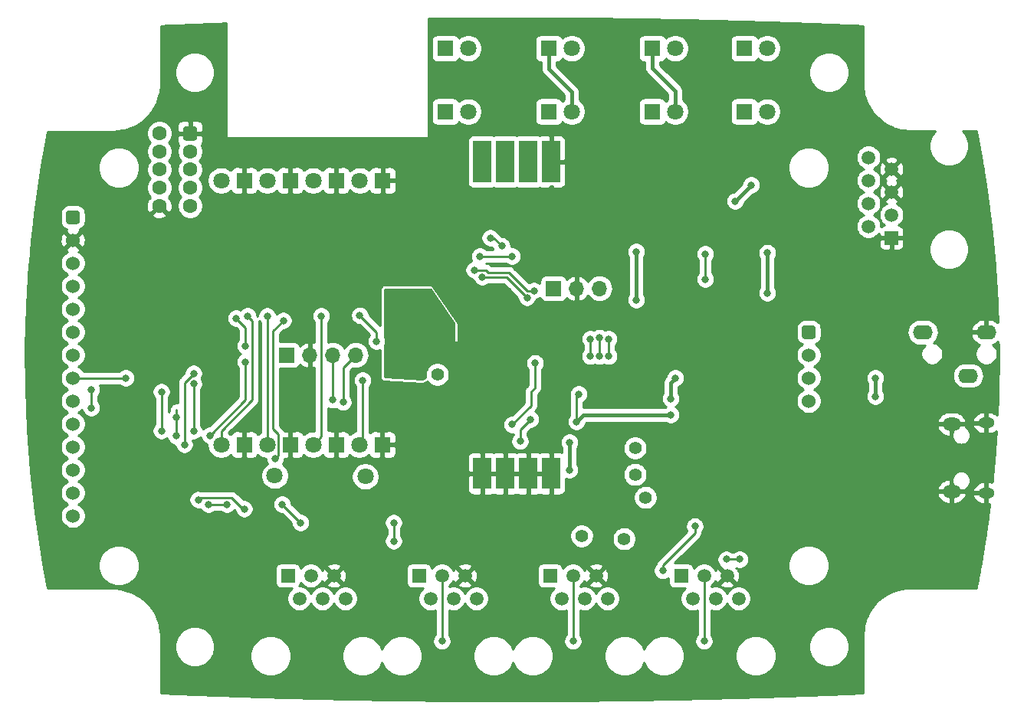
<source format=gbr>
G04 #@! TF.GenerationSoftware,KiCad,Pcbnew,(5.1.0)-1*
G04 #@! TF.CreationDate,2019-07-07T19:15:54+02:00*
G04 #@! TF.ProjectId,button_v1,62757474-6f6e-45f7-9631-2e6b69636164,rev?*
G04 #@! TF.SameCoordinates,Original*
G04 #@! TF.FileFunction,Copper,L2,Bot*
G04 #@! TF.FilePolarity,Positive*
%FSLAX46Y46*%
G04 Gerber Fmt 4.6, Leading zero omitted, Abs format (unit mm)*
G04 Created by KiCad (PCBNEW (5.1.0)-1) date 2019-07-07 19:15:54*
%MOMM*%
%LPD*%
G04 APERTURE LIST*
%ADD10C,1.400000*%
%ADD11O,1.700000X1.700000*%
%ADD12R,1.700000X1.700000*%
%ADD13C,1.800000*%
%ADD14R,1.800000X1.800000*%
%ADD15O,2.000000X1.450000*%
%ADD16O,1.800000X1.150000*%
%ADD17O,2.200000X1.600000*%
%ADD18R,1.500000X1.500000*%
%ADD19C,1.500000*%
%ADD20C,1.600000*%
%ADD21C,0.100000*%
%ADD22R,2.000000X4.600000*%
%ADD23R,2.000000X3.500000*%
%ADD24C,1.524000*%
%ADD25C,1.520000*%
%ADD26R,1.520000X1.520000*%
%ADD27C,0.800000*%
%ADD28C,0.250000*%
%ADD29C,0.400000*%
%ADD30C,0.254000*%
G04 APERTURE END LIST*
D10*
X114681000Y-93853000D03*
D11*
X132588000Y-84328000D03*
X130048000Y-84328000D03*
D12*
X127508000Y-84328000D03*
D13*
X90805000Y-72390000D03*
D14*
X93345000Y-72390000D03*
D13*
X95885000Y-72390000D03*
D14*
X98425000Y-72390000D03*
D13*
X106108500Y-72390000D03*
D14*
X108648500Y-72390000D03*
D13*
X100965000Y-72390000D03*
D14*
X103505000Y-72390000D03*
D13*
X90805000Y-101600000D03*
D14*
X93345000Y-101600000D03*
D13*
X106045000Y-101600000D03*
D14*
X108585000Y-101600000D03*
D13*
X95885000Y-101600000D03*
D14*
X98425000Y-101600000D03*
D13*
X100965000Y-101600000D03*
D14*
X103505000Y-101600000D03*
D13*
X106727000Y-105129000D03*
X96727000Y-105029000D03*
D15*
X171505000Y-106785500D03*
X171505000Y-99335500D03*
D16*
X175305000Y-106935500D03*
X175305000Y-99185500D03*
D17*
X175319000Y-89167000D03*
X173319000Y-93967000D03*
X168319000Y-89167000D03*
D13*
X118110000Y-64770000D03*
D14*
X115570000Y-64770000D03*
D13*
X129540000Y-64770000D03*
D14*
X127000000Y-64770000D03*
D13*
X129540000Y-57785000D03*
D14*
X127000000Y-57785000D03*
D13*
X151130000Y-64770000D03*
D14*
X148590000Y-64770000D03*
D13*
X118110000Y-57785000D03*
D14*
X115570000Y-57785000D03*
D13*
X140970000Y-64770000D03*
D14*
X138430000Y-64770000D03*
D13*
X140970000Y-57785000D03*
D14*
X138430000Y-57785000D03*
D13*
X151130000Y-57785000D03*
D14*
X148590000Y-57785000D03*
D18*
X164846000Y-78740000D03*
D19*
X162306000Y-77470000D03*
X164846000Y-76200000D03*
X162306000Y-74930000D03*
X164846000Y-73660000D03*
X162306000Y-72390000D03*
X164846000Y-71120000D03*
X162306000Y-69850000D03*
D20*
X83976000Y-71184000D03*
X87376000Y-71184000D03*
X83976000Y-67184000D03*
X83976000Y-69184000D03*
X83976000Y-73184000D03*
X83976000Y-75184000D03*
X87376000Y-75184000D03*
X87376000Y-73184000D03*
X87376000Y-69184000D03*
D21*
G36*
X87815207Y-66385926D02*
G01*
X87854036Y-66391686D01*
X87892114Y-66401224D01*
X87929073Y-66414448D01*
X87964559Y-66431231D01*
X87998228Y-66451412D01*
X88029757Y-66474796D01*
X88058843Y-66501157D01*
X88085204Y-66530243D01*
X88108588Y-66561772D01*
X88128769Y-66595441D01*
X88145552Y-66630927D01*
X88158776Y-66667886D01*
X88168314Y-66705964D01*
X88174074Y-66744793D01*
X88176000Y-66784000D01*
X88176000Y-67584000D01*
X88174074Y-67623207D01*
X88168314Y-67662036D01*
X88158776Y-67700114D01*
X88145552Y-67737073D01*
X88128769Y-67772559D01*
X88108588Y-67806228D01*
X88085204Y-67837757D01*
X88058843Y-67866843D01*
X88029757Y-67893204D01*
X87998228Y-67916588D01*
X87964559Y-67936769D01*
X87929073Y-67953552D01*
X87892114Y-67966776D01*
X87854036Y-67976314D01*
X87815207Y-67982074D01*
X87776000Y-67984000D01*
X86976000Y-67984000D01*
X86936793Y-67982074D01*
X86897964Y-67976314D01*
X86859886Y-67966776D01*
X86822927Y-67953552D01*
X86787441Y-67936769D01*
X86753772Y-67916588D01*
X86722243Y-67893204D01*
X86693157Y-67866843D01*
X86666796Y-67837757D01*
X86643412Y-67806228D01*
X86623231Y-67772559D01*
X86606448Y-67737073D01*
X86593224Y-67700114D01*
X86583686Y-67662036D01*
X86577926Y-67623207D01*
X86576000Y-67584000D01*
X86576000Y-66784000D01*
X86577926Y-66744793D01*
X86583686Y-66705964D01*
X86593224Y-66667886D01*
X86606448Y-66630927D01*
X86623231Y-66595441D01*
X86643412Y-66561772D01*
X86666796Y-66530243D01*
X86693157Y-66501157D01*
X86722243Y-66474796D01*
X86753772Y-66451412D01*
X86787441Y-66431231D01*
X86822927Y-66414448D01*
X86859886Y-66401224D01*
X86897964Y-66391686D01*
X86936793Y-66385926D01*
X86976000Y-66384000D01*
X87776000Y-66384000D01*
X87815207Y-66385926D01*
X87815207Y-66385926D01*
G37*
D20*
X87376000Y-67184000D03*
D22*
X127254000Y-70304000D03*
X124714000Y-70304000D03*
X122174000Y-70304000D03*
D23*
X127254000Y-104794000D03*
X124714000Y-104794000D03*
X122174000Y-104794000D03*
D22*
X119634000Y-70304000D03*
D23*
X119634000Y-104794000D03*
D24*
X127254000Y-71628000D03*
X124714000Y-71628000D03*
X122174000Y-71628000D03*
X119634000Y-71628000D03*
D10*
X137668000Y-107442000D03*
X136525000Y-104902000D03*
X135318500Y-112014000D03*
X136525000Y-101981000D03*
X130619500Y-111696500D03*
D21*
G36*
X74840345Y-75693835D02*
G01*
X74877329Y-75699321D01*
X74913598Y-75708406D01*
X74948802Y-75721002D01*
X74982602Y-75736988D01*
X75014672Y-75756210D01*
X75044704Y-75778483D01*
X75072408Y-75803592D01*
X75097517Y-75831296D01*
X75119790Y-75861328D01*
X75139012Y-75893398D01*
X75154998Y-75927198D01*
X75167594Y-75962402D01*
X75176679Y-75998671D01*
X75182165Y-76035655D01*
X75184000Y-76073000D01*
X75184000Y-76835000D01*
X75182165Y-76872345D01*
X75176679Y-76909329D01*
X75167594Y-76945598D01*
X75154998Y-76980802D01*
X75139012Y-77014602D01*
X75119790Y-77046672D01*
X75097517Y-77076704D01*
X75072408Y-77104408D01*
X75044704Y-77129517D01*
X75014672Y-77151790D01*
X74982602Y-77171012D01*
X74948802Y-77186998D01*
X74913598Y-77199594D01*
X74877329Y-77208679D01*
X74840345Y-77214165D01*
X74803000Y-77216000D01*
X74041000Y-77216000D01*
X74003655Y-77214165D01*
X73966671Y-77208679D01*
X73930402Y-77199594D01*
X73895198Y-77186998D01*
X73861398Y-77171012D01*
X73829328Y-77151790D01*
X73799296Y-77129517D01*
X73771592Y-77104408D01*
X73746483Y-77076704D01*
X73724210Y-77046672D01*
X73704988Y-77014602D01*
X73689002Y-76980802D01*
X73676406Y-76945598D01*
X73667321Y-76909329D01*
X73661835Y-76872345D01*
X73660000Y-76835000D01*
X73660000Y-76073000D01*
X73661835Y-76035655D01*
X73667321Y-75998671D01*
X73676406Y-75962402D01*
X73689002Y-75927198D01*
X73704988Y-75893398D01*
X73724210Y-75861328D01*
X73746483Y-75831296D01*
X73771592Y-75803592D01*
X73799296Y-75778483D01*
X73829328Y-75756210D01*
X73861398Y-75736988D01*
X73895198Y-75721002D01*
X73930402Y-75708406D01*
X73966671Y-75699321D01*
X74003655Y-75693835D01*
X74041000Y-75692000D01*
X74803000Y-75692000D01*
X74840345Y-75693835D01*
X74840345Y-75693835D01*
G37*
D24*
X74422000Y-76454000D03*
X74422000Y-78994000D03*
X74422000Y-81534000D03*
X74422000Y-84074000D03*
X74422000Y-86614000D03*
X74422000Y-89154000D03*
X74422000Y-91694000D03*
X74422000Y-94234000D03*
X74422000Y-96774000D03*
X74422000Y-99314000D03*
X74422000Y-101854000D03*
X74422000Y-104394000D03*
X74422000Y-106934000D03*
X74422000Y-109474000D03*
D21*
G36*
X156120345Y-88393835D02*
G01*
X156157329Y-88399321D01*
X156193598Y-88408406D01*
X156228802Y-88421002D01*
X156262602Y-88436988D01*
X156294672Y-88456210D01*
X156324704Y-88478483D01*
X156352408Y-88503592D01*
X156377517Y-88531296D01*
X156399790Y-88561328D01*
X156419012Y-88593398D01*
X156434998Y-88627198D01*
X156447594Y-88662402D01*
X156456679Y-88698671D01*
X156462165Y-88735655D01*
X156464000Y-88773000D01*
X156464000Y-89535000D01*
X156462165Y-89572345D01*
X156456679Y-89609329D01*
X156447594Y-89645598D01*
X156434998Y-89680802D01*
X156419012Y-89714602D01*
X156399790Y-89746672D01*
X156377517Y-89776704D01*
X156352408Y-89804408D01*
X156324704Y-89829517D01*
X156294672Y-89851790D01*
X156262602Y-89871012D01*
X156228802Y-89886998D01*
X156193598Y-89899594D01*
X156157329Y-89908679D01*
X156120345Y-89914165D01*
X156083000Y-89916000D01*
X155321000Y-89916000D01*
X155283655Y-89914165D01*
X155246671Y-89908679D01*
X155210402Y-89899594D01*
X155175198Y-89886998D01*
X155141398Y-89871012D01*
X155109328Y-89851790D01*
X155079296Y-89829517D01*
X155051592Y-89804408D01*
X155026483Y-89776704D01*
X155004210Y-89746672D01*
X154984988Y-89714602D01*
X154969002Y-89680802D01*
X154956406Y-89645598D01*
X154947321Y-89609329D01*
X154941835Y-89572345D01*
X154940000Y-89535000D01*
X154940000Y-88773000D01*
X154941835Y-88735655D01*
X154947321Y-88698671D01*
X154956406Y-88662402D01*
X154969002Y-88627198D01*
X154984988Y-88593398D01*
X155004210Y-88561328D01*
X155026483Y-88531296D01*
X155051592Y-88503592D01*
X155079296Y-88478483D01*
X155109328Y-88456210D01*
X155141398Y-88436988D01*
X155175198Y-88421002D01*
X155210402Y-88408406D01*
X155246671Y-88399321D01*
X155283655Y-88393835D01*
X155321000Y-88392000D01*
X156083000Y-88392000D01*
X156120345Y-88393835D01*
X156120345Y-88393835D01*
G37*
D24*
X155702000Y-89154000D03*
X155702000Y-91694000D03*
X155702000Y-94234000D03*
X155702000Y-96774000D03*
D11*
X105664000Y-91694000D03*
X103124000Y-91694000D03*
X100584000Y-91694000D03*
D12*
X98044000Y-91694000D03*
D25*
X147955000Y-118618000D03*
X146685000Y-116078000D03*
X145415000Y-118618000D03*
X144145000Y-116078000D03*
X142875000Y-118618000D03*
D26*
X141605000Y-116078000D03*
D25*
X133477000Y-118618000D03*
X132207000Y-116078000D03*
X130937000Y-118618000D03*
X129667000Y-116078000D03*
X128397000Y-118618000D03*
D26*
X127127000Y-116078000D03*
D25*
X118999000Y-118618000D03*
X117729000Y-116078000D03*
X116459000Y-118618000D03*
X115189000Y-116078000D03*
X113919000Y-118618000D03*
D26*
X112649000Y-116078000D03*
D25*
X104521000Y-118618000D03*
X103251000Y-116078000D03*
X101981000Y-118618000D03*
X100711000Y-116078000D03*
X99441000Y-118618000D03*
D26*
X98171000Y-116078000D03*
D27*
X115189000Y-123317000D03*
X129667000Y-123317000D03*
X144145000Y-123317000D03*
X145288000Y-72136000D03*
X137160000Y-75946000D03*
X119888000Y-92202000D03*
X120904000Y-89154000D03*
X157226000Y-81280000D03*
X167703500Y-99949000D03*
X161290000Y-85598000D03*
X173736000Y-101600000D03*
X173736000Y-103124000D03*
X173736000Y-104648000D03*
X175260000Y-104648000D03*
X175260000Y-103124000D03*
X175260000Y-101600000D03*
X173736000Y-100076000D03*
X173736000Y-106172000D03*
X163004500Y-111823500D03*
X166624000Y-106426000D03*
X164846000Y-109220000D03*
X151130000Y-103124000D03*
X151130000Y-106172000D03*
X113411000Y-85217000D03*
X168402000Y-115824000D03*
X169672000Y-115824000D03*
X172974000Y-115824000D03*
X172974000Y-114808000D03*
X152400000Y-109728000D03*
X143002000Y-92202000D03*
X149098000Y-91948000D03*
X170053000Y-101092000D03*
X112712500Y-109664500D03*
X114297500Y-101475500D03*
X148780500Y-109410500D03*
X148526500Y-104648000D03*
X139700000Y-112903000D03*
X170434000Y-83693000D03*
X122240000Y-109667000D03*
X125476000Y-90170000D03*
X140208000Y-73025000D03*
X159829500Y-104902000D03*
X92710000Y-123698000D03*
X96520000Y-112014000D03*
X85090000Y-115570000D03*
X113030000Y-93853000D03*
X161036000Y-114808000D03*
X162306000Y-116332000D03*
X124333000Y-94488000D03*
X149733000Y-77343000D03*
X163068000Y-96266000D03*
X163068000Y-94234000D03*
X146608800Y-114274600D03*
X148082000Y-114274600D03*
X139573000Y-115519200D03*
X143129000Y-110617000D03*
X109855000Y-112268000D03*
X109855000Y-110236000D03*
X151130000Y-80391000D03*
X151130000Y-84836000D03*
X130302000Y-96012000D03*
X140462000Y-98298000D03*
X130048000Y-99060000D03*
X129286000Y-101346000D03*
X129286000Y-104394000D03*
X84201000Y-100076000D03*
X84201000Y-95758000D03*
X140462000Y-96520000D03*
X140970000Y-94234000D03*
X136652000Y-85598000D03*
X136652000Y-80264000D03*
X122936000Y-80772000D03*
X119380000Y-80772000D03*
X144272000Y-83312000D03*
X144272000Y-80518000D03*
X132588000Y-91821000D03*
X132588000Y-89789000D03*
X85852000Y-98552000D03*
X85852000Y-100647500D03*
X76454000Y-97536000D03*
X76454000Y-95504000D03*
X80264000Y-94234000D03*
X87757000Y-100076000D03*
X87757000Y-94869000D03*
X131572000Y-91821000D03*
X131572000Y-89916000D03*
X121793000Y-79629000D03*
X120523000Y-78740000D03*
X103124000Y-96647000D03*
X104267000Y-96901000D03*
X125476000Y-92583000D03*
X122936000Y-99377500D03*
X133604000Y-89916000D03*
X133604000Y-91821000D03*
X123825000Y-101219000D03*
X124968000Y-98806000D03*
X147574000Y-74676000D03*
X149352000Y-72898000D03*
X93472000Y-92456000D03*
X89535000Y-100584000D03*
X86741000Y-101600000D03*
X87757000Y-93726000D03*
X93472000Y-90678000D03*
X92456000Y-87630000D03*
X124587000Y-85344000D03*
X119634000Y-83058000D03*
X101854000Y-87376000D03*
X95885000Y-87376000D03*
X106426000Y-94488000D03*
X106108500Y-87312500D03*
X107950000Y-90170000D03*
X93726000Y-87376000D03*
X99568000Y-110236000D03*
X97536000Y-108204000D03*
X96774000Y-103124000D03*
X125349000Y-84582000D03*
X118745000Y-82296000D03*
X97663000Y-87884000D03*
X88265000Y-107696000D03*
X93345000Y-108712000D03*
X89408000Y-108204000D03*
X91440000Y-108204000D03*
D28*
X115189000Y-116078000D02*
X115189000Y-123317000D01*
X129667000Y-116078000D02*
X129667000Y-123317000D01*
X144145000Y-116078000D02*
X144145000Y-123317000D01*
X167703500Y-99949000D02*
X167703500Y-100393500D01*
D29*
X163068000Y-96266000D02*
X163068000Y-94234000D01*
D28*
X148082000Y-114274600D02*
X146608800Y-114274600D01*
X139573000Y-115519200D02*
X139573000Y-114935000D01*
X143129000Y-111379000D02*
X143129000Y-110617000D01*
X139573000Y-114935000D02*
X143129000Y-111379000D01*
X109855000Y-110236000D02*
X109855000Y-112268000D01*
D29*
X151130000Y-84836000D02*
X151130000Y-80391000D01*
X140462000Y-98298000D02*
X130810000Y-98298000D01*
X130810000Y-98298000D02*
X130048000Y-99060000D01*
D28*
X130048000Y-96266000D02*
X130302000Y-96012000D01*
X130048000Y-99060000D02*
X130048000Y-96266000D01*
D29*
X129286000Y-104394000D02*
X129286000Y-101346000D01*
D28*
X84201000Y-100076000D02*
X84201000Y-95758000D01*
D29*
X140462000Y-96520000D02*
X140462000Y-94742000D01*
X140462000Y-94742000D02*
X140970000Y-94234000D01*
X136652000Y-85598000D02*
X136652000Y-80264000D01*
D28*
X122936000Y-80772000D02*
X119380000Y-80772000D01*
D29*
X138430000Y-57785000D02*
X138430000Y-59944000D01*
X140970000Y-62484000D02*
X140970000Y-64770000D01*
X138430000Y-59944000D02*
X140970000Y-62484000D01*
X127000000Y-57785000D02*
X127000000Y-60071000D01*
X129540000Y-62611000D02*
X129540000Y-64770000D01*
X127000000Y-60071000D02*
X129540000Y-62611000D01*
D28*
X144272000Y-80518000D02*
X144272000Y-83312000D01*
X132588000Y-89789000D02*
X132588000Y-91821000D01*
X85852000Y-97726500D02*
X85852000Y-100647500D01*
X76454000Y-97536000D02*
X76454000Y-95504000D01*
X80264000Y-94234000D02*
X74422000Y-94234000D01*
X87757000Y-100076000D02*
X87757000Y-94869000D01*
X131572000Y-89916000D02*
X131572000Y-91821000D01*
X121793000Y-79629000D02*
X120904000Y-78740000D01*
X120904000Y-78740000D02*
X120523000Y-78740000D01*
X103124000Y-96647000D02*
X103124000Y-91694000D01*
X104267000Y-93091000D02*
X105664000Y-91694000D01*
X104267000Y-96901000D02*
X104267000Y-93091000D01*
X125476000Y-95313500D02*
X125476000Y-92583000D01*
X125031500Y-95758000D02*
X125476000Y-95313500D01*
X125031500Y-97282000D02*
X125031500Y-95758000D01*
X122936000Y-99377500D02*
X125031500Y-97282000D01*
X133604000Y-91821000D02*
X133604000Y-89916000D01*
X123825000Y-99949000D02*
X123825000Y-101219000D01*
X124968000Y-98806000D02*
X123825000Y-99949000D01*
D29*
X147574000Y-74676000D02*
X149225000Y-73025000D01*
X149225000Y-73025000D02*
X149352000Y-72898000D01*
D28*
X93472000Y-96647000D02*
X93472000Y-92456000D01*
X89535000Y-100584000D02*
X93472000Y-96647000D01*
X86741000Y-94742000D02*
X87757000Y-93726000D01*
X86741000Y-101600000D02*
X86741000Y-94742000D01*
X93472000Y-90678000D02*
X93472000Y-88646000D01*
X93472000Y-88646000D02*
X92456000Y-87630000D01*
X124587000Y-85344000D02*
X123063000Y-83820000D01*
X123063000Y-83820000D02*
X122301000Y-83058000D01*
X122301000Y-83058000D02*
X119634000Y-83058000D01*
X101854000Y-100711000D02*
X100965000Y-101600000D01*
X101854000Y-87376000D02*
X101854000Y-100711000D01*
X95885000Y-101600000D02*
X95885000Y-87376000D01*
X106426000Y-101219000D02*
X106426000Y-94488000D01*
X106045000Y-101600000D02*
X106426000Y-101219000D01*
X107950000Y-89154000D02*
X106108500Y-87312500D01*
X107950000Y-90170000D02*
X107950000Y-89154000D01*
X94234000Y-87884000D02*
X94234000Y-96647000D01*
X94234000Y-96647000D02*
X90805000Y-100076000D01*
X90805000Y-100076000D02*
X90805000Y-101600000D01*
X93726000Y-87376000D02*
X94234000Y-87884000D01*
X99568000Y-110236000D02*
X97536000Y-108204000D01*
X124587000Y-84582000D02*
X125349000Y-84582000D01*
X122555000Y-82550000D02*
X124587000Y-84582000D01*
X120269000Y-82550000D02*
X122555000Y-82550000D01*
X120015000Y-82296000D02*
X120269000Y-82550000D01*
X118745000Y-82296000D02*
X120015000Y-82296000D01*
X97110001Y-102787999D02*
X96774000Y-103124000D01*
X97110001Y-100412001D02*
X97110001Y-102787999D01*
X96520000Y-99822000D02*
X97110001Y-100412001D01*
X96520000Y-89027000D02*
X96520000Y-99822000D01*
X97663000Y-87884000D02*
X96520000Y-89027000D01*
X88519000Y-107442000D02*
X88265000Y-107696000D01*
X91948000Y-107442000D02*
X88519000Y-107442000D01*
X93345000Y-108712000D02*
X93218000Y-108712000D01*
X93218000Y-108712000D02*
X91948000Y-107442000D01*
X91440000Y-108204000D02*
X89408000Y-108204000D01*
D30*
G36*
X123152610Y-54442022D02*
G01*
X123152613Y-54442022D01*
X123358631Y-54442099D01*
X123358640Y-54442099D01*
X123564665Y-54442225D01*
X123564679Y-54442225D01*
X123770676Y-54442397D01*
X123770697Y-54442397D01*
X123976897Y-54442620D01*
X123976904Y-54442619D01*
X124306293Y-54443074D01*
X124306341Y-54443074D01*
X124594770Y-54443574D01*
X124594818Y-54443574D01*
X124801017Y-54443988D01*
X124801022Y-54443987D01*
X125089207Y-54444649D01*
X125089273Y-54444650D01*
X125326403Y-54445263D01*
X125326407Y-54445263D01*
X125542714Y-54445881D01*
X125542719Y-54445881D01*
X125748477Y-54446516D01*
X125748556Y-54446517D01*
X125995993Y-54447344D01*
X125995995Y-54447344D01*
X126284443Y-54448398D01*
X126284445Y-54448398D01*
X126490171Y-54449206D01*
X126490265Y-54449207D01*
X126696462Y-54450066D01*
X126696464Y-54450066D01*
X126902484Y-54450974D01*
X126902487Y-54450974D01*
X127108519Y-54451927D01*
X127108520Y-54451927D01*
X127314539Y-54452930D01*
X127314540Y-54452930D01*
X127520283Y-54453981D01*
X127520398Y-54453982D01*
X127726594Y-54455081D01*
X127726603Y-54455080D01*
X127973614Y-54456463D01*
X127973632Y-54456463D01*
X128200206Y-54457794D01*
X128200315Y-54457795D01*
X128344650Y-54458669D01*
X128344659Y-54458668D01*
X128591597Y-54460223D01*
X128591667Y-54460224D01*
X128921580Y-54462409D01*
X128921585Y-54462409D01*
X129127347Y-54463834D01*
X129127376Y-54463834D01*
X129333368Y-54465310D01*
X129333399Y-54465310D01*
X129539388Y-54466833D01*
X129539425Y-54466834D01*
X129745615Y-54468407D01*
X129745621Y-54468406D01*
X129951414Y-54470025D01*
X129951462Y-54470026D01*
X130157653Y-54471696D01*
X130157659Y-54471695D01*
X130363443Y-54473410D01*
X130363502Y-54473411D01*
X130569690Y-54475177D01*
X130569692Y-54475177D01*
X130837410Y-54477545D01*
X130837414Y-54477545D01*
X130899139Y-54478101D01*
X130899149Y-54478101D01*
X131105335Y-54479991D01*
X131105338Y-54479991D01*
X131311079Y-54481927D01*
X131311168Y-54481928D01*
X131517353Y-54483917D01*
X131517357Y-54483917D01*
X131723372Y-54485950D01*
X131723374Y-54485950D01*
X131929101Y-54488030D01*
X131929206Y-54488032D01*
X132135393Y-54490166D01*
X132135396Y-54490166D01*
X132341169Y-54492341D01*
X132341202Y-54492342D01*
X132629865Y-54495477D01*
X132629870Y-54495477D01*
X132877070Y-54498236D01*
X132877072Y-54498236D01*
X133206573Y-54502023D01*
X133474362Y-54505195D01*
X133474466Y-54505197D01*
X133495084Y-54505443D01*
X133495087Y-54505443D01*
X133700957Y-54507939D01*
X133700967Y-54507939D01*
X133906970Y-54510485D01*
X133906992Y-54510485D01*
X134113195Y-54513082D01*
X134113203Y-54513081D01*
X134318933Y-54515721D01*
X134319019Y-54515723D01*
X134607558Y-54519506D01*
X134854932Y-54522826D01*
X134854937Y-54522826D01*
X135060742Y-54525640D01*
X135060787Y-54525641D01*
X135267003Y-54528509D01*
X135267008Y-54528509D01*
X135472833Y-54531421D01*
X135472878Y-54531422D01*
X135679098Y-54534386D01*
X135679101Y-54534386D01*
X135884853Y-54537394D01*
X135884951Y-54537396D01*
X136111800Y-54540770D01*
X136111802Y-54540770D01*
X136214643Y-54542316D01*
X136214655Y-54542316D01*
X136420882Y-54545455D01*
X136420885Y-54545455D01*
X136626675Y-54548636D01*
X136626766Y-54548638D01*
X136832997Y-54551874D01*
X136832999Y-54551874D01*
X137039058Y-54555156D01*
X137039059Y-54555156D01*
X137245115Y-54558488D01*
X137245118Y-54558488D01*
X137451186Y-54561867D01*
X137451188Y-54561867D01*
X137657251Y-54565294D01*
X137863315Y-54568770D01*
X138069086Y-54572290D01*
X138069213Y-54572293D01*
X138275455Y-54575869D01*
X138275462Y-54575868D01*
X138522466Y-54580215D01*
X138522551Y-54580217D01*
X138749423Y-54584273D01*
X138749426Y-54584273D01*
X138811021Y-54585382D01*
X138811071Y-54585383D01*
X139017316Y-54589133D01*
X139017325Y-54589132D01*
X139223176Y-54592923D01*
X139223214Y-54592924D01*
X139429291Y-54596769D01*
X139429297Y-54596769D01*
X139635314Y-54600659D01*
X139635366Y-54600660D01*
X139841615Y-54604604D01*
X139841621Y-54604604D01*
X140047510Y-54608591D01*
X140047526Y-54608591D01*
X140253529Y-54612625D01*
X140253558Y-54612626D01*
X140542307Y-54618365D01*
X140542312Y-54618365D01*
X140789582Y-54623354D01*
X141119053Y-54630111D01*
X141119084Y-54630112D01*
X141387086Y-54635701D01*
X141387142Y-54635703D01*
X141407765Y-54636135D01*
X141613872Y-54640492D01*
X141613876Y-54640492D01*
X141819948Y-54644896D01*
X141819950Y-54644896D01*
X142025756Y-54649343D01*
X142025852Y-54649346D01*
X142232097Y-54653851D01*
X142232101Y-54653851D01*
X142520401Y-54660230D01*
X142520407Y-54660230D01*
X142767724Y-54665779D01*
X142767723Y-54665779D01*
X142971199Y-54670394D01*
X142971207Y-54670394D01*
X143179838Y-54675177D01*
X143179852Y-54675177D01*
X143386095Y-54679955D01*
X143386097Y-54679955D01*
X143591972Y-54684770D01*
X143591994Y-54684771D01*
X143798233Y-54689645D01*
X143798239Y-54689645D01*
X144024669Y-54695053D01*
X144024792Y-54695057D01*
X144127909Y-54697537D01*
X144127917Y-54697536D01*
X144328620Y-54702399D01*
X144328676Y-54702401D01*
X144540066Y-54707575D01*
X144540070Y-54707575D01*
X144787059Y-54713684D01*
X144787133Y-54713686D01*
X145075855Y-54720915D01*
X145075861Y-54720915D01*
X145291987Y-54726389D01*
X145292015Y-54726390D01*
X145487698Y-54731391D01*
X145487756Y-54731393D01*
X145693984Y-54736712D01*
X145693989Y-54736712D01*
X145899810Y-54742068D01*
X145899834Y-54742069D01*
X146176709Y-54749350D01*
X146176712Y-54749350D01*
X146422625Y-54755893D01*
X146422680Y-54755895D01*
X146662407Y-54762340D01*
X146662408Y-54762340D01*
X146806608Y-54766245D01*
X146806611Y-54766245D01*
X147053670Y-54772993D01*
X147053696Y-54772994D01*
X147259901Y-54778680D01*
X147259903Y-54778680D01*
X147465930Y-54784410D01*
X147465932Y-54784410D01*
X147671960Y-54790188D01*
X147885612Y-54796231D01*
X148166442Y-54804255D01*
X148166444Y-54804255D01*
X148372249Y-54810191D01*
X148372256Y-54810191D01*
X148578443Y-54816187D01*
X148784168Y-54822218D01*
X148784261Y-54822221D01*
X149031677Y-54829539D01*
X149031682Y-54829539D01*
X149299334Y-54837534D01*
X149299378Y-54837536D01*
X149361059Y-54839388D01*
X149361087Y-54839389D01*
X149587227Y-54846222D01*
X149587231Y-54846222D01*
X149791082Y-54852432D01*
X149791107Y-54852433D01*
X149989358Y-54858518D01*
X149989371Y-54858519D01*
X150185037Y-54864569D01*
X150185055Y-54864570D01*
X150391208Y-54870991D01*
X150391213Y-54870991D01*
X150596938Y-54877447D01*
X150597009Y-54877450D01*
X150813460Y-54884295D01*
X150813465Y-54884295D01*
X151019139Y-54890848D01*
X151019220Y-54890851D01*
X151297504Y-54899796D01*
X151297511Y-54899796D01*
X151503254Y-54906463D01*
X151503253Y-54906463D01*
X151709379Y-54913195D01*
X151935860Y-54920648D01*
X151935870Y-54920648D01*
X151966610Y-54921662D01*
X151966655Y-54921664D01*
X152162462Y-54928159D01*
X152162465Y-54928159D01*
X152368402Y-54935038D01*
X152368403Y-54935038D01*
X152574069Y-54941957D01*
X152574163Y-54941961D01*
X152790567Y-54949291D01*
X152790570Y-54949291D01*
X153027380Y-54957375D01*
X153253876Y-54965170D01*
X153315613Y-54967302D01*
X153315616Y-54967302D01*
X153529088Y-54974713D01*
X153529108Y-54974714D01*
X153736251Y-54981955D01*
X153736291Y-54981957D01*
X153933347Y-54988894D01*
X153933349Y-54988894D01*
X154149341Y-54996546D01*
X154149373Y-54996547D01*
X154345128Y-55003529D01*
X154345133Y-55003529D01*
X154571369Y-55011653D01*
X154571428Y-55011656D01*
X154798076Y-55019851D01*
X154798080Y-55019851D01*
X154998544Y-55027148D01*
X154998605Y-55027151D01*
X155209559Y-55034882D01*
X155209615Y-55034884D01*
X155425942Y-55042863D01*
X155425946Y-55042863D01*
X155631532Y-55050496D01*
X155631585Y-55050498D01*
X155889103Y-55060129D01*
X155889110Y-55060129D01*
X155950604Y-55062438D01*
X155950669Y-55062441D01*
X156156670Y-55070211D01*
X156156672Y-55070211D01*
X156362490Y-55078024D01*
X156362493Y-55078024D01*
X156568124Y-55085879D01*
X156568145Y-55085880D01*
X156773941Y-55093787D01*
X156773945Y-55093787D01*
X156979726Y-55101745D01*
X156979737Y-55101745D01*
X157206172Y-55110558D01*
X157206220Y-55110560D01*
X157226816Y-55111364D01*
X157226825Y-55111363D01*
X157442967Y-55119833D01*
X157638446Y-55127539D01*
X157638448Y-55127539D01*
X157844221Y-55135699D01*
X157844224Y-55135699D01*
X158049813Y-55143899D01*
X158049816Y-55143899D01*
X158255536Y-55152154D01*
X158255545Y-55152154D01*
X158523247Y-55162969D01*
X158523252Y-55162969D01*
X158584754Y-55165463D01*
X158584781Y-55165464D01*
X158790472Y-55173841D01*
X158790512Y-55173843D01*
X158996244Y-55182272D01*
X158996245Y-55182272D01*
X159212435Y-55191180D01*
X159449013Y-55200990D01*
X159449017Y-55200990D01*
X159644239Y-55209134D01*
X159644246Y-55209134D01*
X159839626Y-55217330D01*
X159839695Y-55217333D01*
X160013389Y-55224650D01*
X160013393Y-55224650D01*
X160271537Y-55235596D01*
X160271591Y-55235599D01*
X160498024Y-55245262D01*
X160498025Y-55245262D01*
X160683115Y-55253201D01*
X160683121Y-55253201D01*
X160888464Y-55262057D01*
X160888567Y-55262062D01*
X161156133Y-55273676D01*
X161156141Y-55273676D01*
X161176425Y-55274559D01*
X161176510Y-55274563D01*
X161382113Y-55283544D01*
X161382130Y-55283545D01*
X161587928Y-55292587D01*
X161587931Y-55292587D01*
X161687620Y-55296991D01*
X161687619Y-61716673D01*
X161688500Y-61725619D01*
X161693210Y-61918350D01*
X161694170Y-61926341D01*
X161693777Y-61934377D01*
X161700597Y-62005861D01*
X161823254Y-62851807D01*
X161831312Y-62884863D01*
X161836106Y-62918545D01*
X161856321Y-62987450D01*
X162136729Y-63794941D01*
X162150893Y-63825878D01*
X162161969Y-63858045D01*
X162194844Y-63921876D01*
X162194848Y-63921885D01*
X162194851Y-63921889D01*
X162622890Y-64661783D01*
X162642648Y-64689483D01*
X162659608Y-64718977D01*
X162703966Y-64775447D01*
X163264197Y-65421056D01*
X163288833Y-65444516D01*
X163311067Y-65470275D01*
X163365303Y-65517338D01*
X164037508Y-66045362D01*
X164066138Y-66063742D01*
X164092840Y-66084830D01*
X164154997Y-66120789D01*
X164914922Y-66512176D01*
X164946517Y-66524813D01*
X164976719Y-66540468D01*
X165044546Y-66564022D01*
X165044553Y-66564025D01*
X165044556Y-66564026D01*
X165864778Y-66804652D01*
X165898191Y-66811086D01*
X165930809Y-66820748D01*
X166001854Y-66831049D01*
X166001875Y-66831053D01*
X166001885Y-66831053D01*
X166851674Y-66912130D01*
X166886506Y-66915561D01*
X169699672Y-66915561D01*
X169459962Y-67155271D01*
X169215369Y-67521331D01*
X169046890Y-67928075D01*
X168961000Y-68359872D01*
X168961000Y-68800128D01*
X169046890Y-69231925D01*
X169215369Y-69638669D01*
X169459962Y-70004729D01*
X169771271Y-70316038D01*
X170137331Y-70560631D01*
X170544075Y-70729110D01*
X170975872Y-70815000D01*
X171416128Y-70815000D01*
X171847925Y-70729110D01*
X172254669Y-70560631D01*
X172620729Y-70316038D01*
X172932038Y-70004729D01*
X173176631Y-69638669D01*
X173345110Y-69231925D01*
X173431000Y-68800128D01*
X173431000Y-68359872D01*
X173345110Y-67928075D01*
X173176631Y-67521331D01*
X172932038Y-67155271D01*
X172692328Y-66915561D01*
X174209403Y-66915561D01*
X174228779Y-67014382D01*
X174262697Y-67188604D01*
X174296890Y-67365520D01*
X174332338Y-67550328D01*
X174332345Y-67550364D01*
X174367029Y-67732576D01*
X174376489Y-67782528D01*
X174410094Y-67960829D01*
X174441923Y-68130945D01*
X174441926Y-68130961D01*
X174474373Y-68305680D01*
X174506537Y-68480194D01*
X174539826Y-68662205D01*
X174545904Y-68695608D01*
X174545920Y-68695700D01*
X174577971Y-68872618D01*
X174609319Y-69046990D01*
X174641106Y-69225198D01*
X174673906Y-69410599D01*
X174705778Y-69592244D01*
X174715090Y-69645620D01*
X174745109Y-69818524D01*
X174775031Y-69992253D01*
X174804884Y-70167002D01*
X174835209Y-70345977D01*
X174865279Y-70524934D01*
X174871810Y-70564016D01*
X174900449Y-70736223D01*
X174932229Y-70928987D01*
X174960209Y-71100209D01*
X174988344Y-71273844D01*
X175017942Y-71458069D01*
X175025926Y-71508071D01*
X175025929Y-71508094D01*
X175058458Y-71713081D01*
X175085974Y-71888128D01*
X175113300Y-72063507D01*
X175140349Y-72238662D01*
X175167085Y-72413346D01*
X175193752Y-72589186D01*
X175220117Y-72764617D01*
X175248375Y-72954481D01*
X175274159Y-73129401D01*
X175303032Y-73327216D01*
X175306160Y-73348789D01*
X175331589Y-73525011D01*
X175356600Y-73700021D01*
X175385080Y-73901372D01*
X175409714Y-74077375D01*
X175434461Y-74255954D01*
X175459357Y-74437475D01*
X175484482Y-74622582D01*
X175510032Y-74812893D01*
X175537308Y-75018417D01*
X175561303Y-75201304D01*
X175586885Y-75398562D01*
X175611359Y-75589472D01*
X175635018Y-75776192D01*
X175659335Y-75970366D01*
X175681837Y-76152176D01*
X175704453Y-76337045D01*
X175727796Y-76530197D01*
X175748982Y-76707582D01*
X175771111Y-76895119D01*
X175792556Y-77079088D01*
X175808526Y-77217618D01*
X175833694Y-77438591D01*
X175855124Y-77629415D01*
X175875266Y-77811116D01*
X175898748Y-78025903D01*
X175918904Y-78212979D01*
X175938109Y-78393589D01*
X175957939Y-78582621D01*
X175977951Y-78776124D01*
X175996615Y-78959148D01*
X176010722Y-79099250D01*
X176031130Y-79304630D01*
X176049944Y-79496935D01*
X176068267Y-79687123D01*
X176068268Y-79687131D01*
X176086477Y-79879041D01*
X176104246Y-80069304D01*
X176123296Y-80276669D01*
X176140504Y-80467156D01*
X176157589Y-80659446D01*
X176173624Y-80842865D01*
X176181863Y-80938326D01*
X176198179Y-81129792D01*
X176214272Y-81321937D01*
X176230030Y-81513470D01*
X176245449Y-81704302D01*
X176260645Y-81895848D01*
X176275628Y-82088294D01*
X176290471Y-82282665D01*
X176305964Y-82489701D01*
X176323499Y-82729496D01*
X176333519Y-82869361D01*
X176347347Y-83065886D01*
X176360201Y-83252465D01*
X176373132Y-83444187D01*
X176385785Y-83635983D01*
X176398178Y-83828112D01*
X176410239Y-84019448D01*
X176422056Y-84211383D01*
X176433545Y-84402552D01*
X176446128Y-84617435D01*
X176455761Y-84786256D01*
X176466494Y-84978986D01*
X176477061Y-85173915D01*
X176488548Y-85392159D01*
X176499051Y-85598042D01*
X176508590Y-85790798D01*
X176517765Y-85981877D01*
X176526730Y-86174464D01*
X176535391Y-86366561D01*
X176544283Y-86570642D01*
X176552434Y-86764469D01*
X176560244Y-86956931D01*
X176567732Y-87148362D01*
X176576084Y-87370873D01*
X176582977Y-87562575D01*
X176589953Y-87765102D01*
X176596419Y-87961400D01*
X176601456Y-88122455D01*
X176521839Y-88044399D01*
X176285483Y-87889834D01*
X176023514Y-87784350D01*
X175746000Y-87732000D01*
X175446000Y-87732000D01*
X175446000Y-89040000D01*
X175466000Y-89040000D01*
X175466000Y-89294000D01*
X175446000Y-89294000D01*
X175446000Y-89314000D01*
X175192000Y-89314000D01*
X175192000Y-89294000D01*
X173749085Y-89294000D01*
X173627096Y-89516039D01*
X173644633Y-89598818D01*
X173755285Y-89858646D01*
X173914500Y-90091895D01*
X174116161Y-90289601D01*
X174352517Y-90444166D01*
X174614486Y-90549650D01*
X174617718Y-90550260D01*
X174531733Y-90607713D01*
X174359713Y-90779733D01*
X174224557Y-90982008D01*
X174131460Y-91206764D01*
X174084000Y-91445363D01*
X174084000Y-91688637D01*
X174131460Y-91927236D01*
X174224557Y-92151992D01*
X174359713Y-92354267D01*
X174531733Y-92526287D01*
X174734008Y-92661443D01*
X174958764Y-92754540D01*
X175197363Y-92802000D01*
X175440637Y-92802000D01*
X175679236Y-92754540D01*
X175903992Y-92661443D01*
X176106267Y-92526287D01*
X176278287Y-92354267D01*
X176413443Y-92151992D01*
X176506540Y-91927236D01*
X176554000Y-91688637D01*
X176554000Y-91445363D01*
X176506540Y-91206764D01*
X176413443Y-90982008D01*
X176278287Y-90779733D01*
X176106267Y-90607713D01*
X176020282Y-90550260D01*
X176023514Y-90549650D01*
X176285483Y-90444166D01*
X176521839Y-90289601D01*
X176648797Y-90165133D01*
X176651385Y-90339549D01*
X176654136Y-90547179D01*
X176656868Y-90783541D01*
X176659174Y-91019880D01*
X176661156Y-91270884D01*
X176662582Y-91507485D01*
X176663631Y-91758986D01*
X176664153Y-91980342D01*
X176664308Y-92180074D01*
X176664230Y-92319627D01*
X176663759Y-92556818D01*
X176662863Y-92793344D01*
X176661730Y-93000036D01*
X176659668Y-93280801D01*
X176657465Y-93517164D01*
X176654652Y-93768656D01*
X176651576Y-94004495D01*
X176648055Y-94241545D01*
X176644640Y-94447941D01*
X176640889Y-94654889D01*
X176636826Y-94861092D01*
X176632083Y-95083428D01*
X176627327Y-95290346D01*
X176621500Y-95526533D01*
X176615242Y-95762864D01*
X176609647Y-95961809D01*
X176605508Y-96102302D01*
X176598674Y-96324011D01*
X176591967Y-96530595D01*
X176584920Y-96737625D01*
X176577015Y-96959213D01*
X176569372Y-97164020D01*
X176561835Y-97358194D01*
X176554136Y-97549174D01*
X176546088Y-97741889D01*
X176536524Y-97962526D01*
X176527865Y-98155186D01*
X176518999Y-98346287D01*
X176518255Y-98361819D01*
X176407837Y-98249979D01*
X176210380Y-98116206D01*
X175990619Y-98023526D01*
X175757000Y-97975500D01*
X175432000Y-97975500D01*
X175432000Y-99058500D01*
X175452000Y-99058500D01*
X175452000Y-99312500D01*
X175432000Y-99312500D01*
X175432000Y-100395500D01*
X175757000Y-100395500D01*
X175990619Y-100347474D01*
X176210380Y-100254794D01*
X176407837Y-100121021D01*
X176424293Y-100104353D01*
X176416349Y-100234913D01*
X176404342Y-100427581D01*
X176392150Y-100618725D01*
X176379635Y-100810515D01*
X176366848Y-101002151D01*
X176353759Y-101194100D01*
X176340463Y-101384978D01*
X176326801Y-101577048D01*
X176312883Y-101768769D01*
X176297580Y-101975199D01*
X176283117Y-102166381D01*
X176268321Y-102358232D01*
X176252969Y-102553544D01*
X176237979Y-102740720D01*
X176222327Y-102932684D01*
X176206498Y-103123398D01*
X176189417Y-103325490D01*
X176173174Y-103514393D01*
X176160955Y-103654346D01*
X176142777Y-103859501D01*
X176125454Y-104051678D01*
X176107908Y-104243179D01*
X176090204Y-104433380D01*
X176072107Y-104624760D01*
X176053354Y-104820004D01*
X176035202Y-105006143D01*
X176014728Y-105212898D01*
X175995511Y-105404009D01*
X175975990Y-105595280D01*
X175958227Y-105766867D01*
X175757000Y-105725500D01*
X175432000Y-105725500D01*
X175432000Y-106808500D01*
X175452000Y-106808500D01*
X175452000Y-107062500D01*
X175432000Y-107062500D01*
X175432000Y-108145500D01*
X175688664Y-108145500D01*
X175675665Y-108251493D01*
X175649981Y-108458331D01*
X175626032Y-108648830D01*
X175597992Y-108869053D01*
X175567731Y-109103464D01*
X175542858Y-109293700D01*
X175519571Y-109469881D01*
X175492132Y-109675164D01*
X175468418Y-109850632D01*
X175444525Y-110025641D01*
X175418170Y-110216681D01*
X175393789Y-110391596D01*
X175393788Y-110391601D01*
X175368935Y-110568171D01*
X175344121Y-110742743D01*
X175318879Y-110918637D01*
X175291262Y-111109162D01*
X175265695Y-111283815D01*
X175239778Y-111459224D01*
X175213530Y-111635212D01*
X175187477Y-111808300D01*
X175156148Y-112014420D01*
X175156147Y-112014429D01*
X175126992Y-112204288D01*
X175126990Y-112204298D01*
X175097456Y-112394758D01*
X175067763Y-112584425D01*
X175040069Y-112759703D01*
X175012162Y-112934795D01*
X174981762Y-113123822D01*
X174950983Y-113313439D01*
X174920550Y-113499212D01*
X174888522Y-113692963D01*
X174859294Y-113868227D01*
X174830015Y-114042333D01*
X174800258Y-114217838D01*
X174770424Y-114392364D01*
X174737773Y-114581779D01*
X174706156Y-114763648D01*
X174675810Y-114936760D01*
X174645379Y-115109025D01*
X174613357Y-115288865D01*
X174577726Y-115487290D01*
X174544250Y-115672138D01*
X174505542Y-115884014D01*
X174473864Y-116055957D01*
X174439269Y-116242292D01*
X174407011Y-116414712D01*
X174373429Y-116592849D01*
X174338138Y-116778621D01*
X174305130Y-116951058D01*
X174269516Y-117135739D01*
X174235920Y-117308660D01*
X174209142Y-117445484D01*
X166886344Y-117445484D01*
X166877397Y-117446365D01*
X166684669Y-117451075D01*
X166676677Y-117452035D01*
X166668641Y-117451642D01*
X166597157Y-117458462D01*
X165751211Y-117581119D01*
X165718155Y-117589177D01*
X165684473Y-117593971D01*
X165615573Y-117614185D01*
X165615567Y-117614186D01*
X165615564Y-117614187D01*
X164808078Y-117894594D01*
X164777144Y-117908757D01*
X164744973Y-117919834D01*
X164681134Y-117952713D01*
X163941235Y-118380755D01*
X163913534Y-118400514D01*
X163884041Y-118417473D01*
X163827585Y-118461820D01*
X163827571Y-118461830D01*
X163827566Y-118461836D01*
X163181962Y-119022062D01*
X163158499Y-119046700D01*
X163132744Y-119068932D01*
X163085680Y-119123168D01*
X162557656Y-119795373D01*
X162539275Y-119824004D01*
X162518188Y-119850705D01*
X162482235Y-119912852D01*
X162482229Y-119912861D01*
X162482229Y-119912862D01*
X162090842Y-120672787D01*
X162078205Y-120704381D01*
X162062550Y-120734583D01*
X162038993Y-120802418D01*
X161798366Y-121622643D01*
X161791932Y-121656056D01*
X161782270Y-121688674D01*
X161771969Y-121759719D01*
X161771965Y-121759740D01*
X161771965Y-121759750D01*
X161690888Y-122609540D01*
X161687457Y-122644372D01*
X161687458Y-129063572D01*
X161628908Y-129066158D01*
X161628877Y-129066159D01*
X161381924Y-129077005D01*
X161381921Y-129077005D01*
X161155907Y-129086873D01*
X161155856Y-129086875D01*
X161135416Y-129087764D01*
X161135356Y-129087766D01*
X160929538Y-129096693D01*
X160929536Y-129096693D01*
X160723882Y-129105566D01*
X160723879Y-129105566D01*
X160497903Y-129115264D01*
X160497834Y-129115266D01*
X160302282Y-129123605D01*
X160302280Y-129123605D01*
X160107067Y-129131891D01*
X160107058Y-129131891D01*
X159839441Y-129143181D01*
X159839440Y-129143181D01*
X159790737Y-129145223D01*
X159790732Y-129145224D01*
X159572311Y-129154363D01*
X159572236Y-129154366D01*
X159366524Y-129162924D01*
X159366523Y-129162924D01*
X159160636Y-129171442D01*
X159160629Y-129171443D01*
X158955140Y-129179892D01*
X158955088Y-129179894D01*
X158749361Y-129188308D01*
X158749354Y-129188308D01*
X158522853Y-129197519D01*
X158522849Y-129197519D01*
X158461379Y-129200006D01*
X158461323Y-129200008D01*
X158255571Y-129208306D01*
X158255573Y-129208306D01*
X158054791Y-129216356D01*
X158054790Y-129216356D01*
X157844094Y-129224760D01*
X157844053Y-129224761D01*
X157638107Y-129232921D01*
X157638102Y-129232922D01*
X157432528Y-129241021D01*
X157432492Y-129241022D01*
X157205938Y-129249895D01*
X157205934Y-129249896D01*
X157020766Y-129257100D01*
X156815224Y-129265053D01*
X156815125Y-129265056D01*
X156567949Y-129274557D01*
X156567946Y-129274557D01*
X156362392Y-129282405D01*
X156362353Y-129282406D01*
X156107432Y-129292068D01*
X156107428Y-129292069D01*
X155888900Y-129300300D01*
X155888883Y-129300301D01*
X155827222Y-129302611D01*
X155827177Y-129302612D01*
X155621166Y-129310301D01*
X155621165Y-129310301D01*
X155405232Y-129318312D01*
X155405224Y-129318312D01*
X155117010Y-129328920D01*
X155117003Y-129328920D01*
X154880065Y-129337571D01*
X154880063Y-129337571D01*
X154571229Y-129348752D01*
X154571223Y-129348753D01*
X154345088Y-129356866D01*
X154344984Y-129356869D01*
X154138927Y-129364213D01*
X154138919Y-129364214D01*
X153933292Y-129371497D01*
X153933211Y-129371499D01*
X153729717Y-129378656D01*
X153729712Y-129378657D01*
X153486478Y-129387150D01*
X153486477Y-129387150D01*
X153253731Y-129395221D01*
X153253697Y-129395222D01*
X153191870Y-129397352D01*
X152986055Y-129404418D01*
X152986042Y-129404418D01*
X152779949Y-129411445D01*
X152779948Y-129411445D01*
X152409229Y-129423964D01*
X152203612Y-129430841D01*
X152203533Y-129430843D01*
X151935810Y-129439727D01*
X151935797Y-129439727D01*
X151750289Y-129445830D01*
X151750287Y-129445830D01*
X151534023Y-129452898D01*
X151292005Y-129460746D01*
X151091337Y-129467202D01*
X150844243Y-129475088D01*
X150844217Y-129475089D01*
X150638078Y-129481617D01*
X150638075Y-129481617D01*
X150391098Y-129489372D01*
X150391085Y-129489372D01*
X150185145Y-129495785D01*
X150185121Y-129495786D01*
X149937941Y-129503421D01*
X149937927Y-129503421D01*
X149731765Y-129509735D01*
X149731764Y-129509735D01*
X149525769Y-129515997D01*
X149525766Y-129515997D01*
X149299164Y-129522831D01*
X149299160Y-129522831D01*
X149237564Y-129524677D01*
X149237555Y-129524677D01*
X149031551Y-129530821D01*
X149031548Y-129530821D01*
X148825547Y-129536918D01*
X148825539Y-129536918D01*
X148619631Y-129542965D01*
X148619542Y-129542967D01*
X148413357Y-129548971D01*
X148413350Y-129548972D01*
X148207390Y-129554923D01*
X147996164Y-129560977D01*
X147996163Y-129560977D01*
X147795498Y-129566679D01*
X147795471Y-129566680D01*
X147589276Y-129572492D01*
X147589274Y-129572492D01*
X147342299Y-129579391D01*
X147342215Y-129579393D01*
X147136012Y-129585099D01*
X147136006Y-129585100D01*
X146930264Y-129590746D01*
X146930167Y-129590748D01*
X146662100Y-129598034D01*
X146662095Y-129598035D01*
X146476711Y-129603022D01*
X146476709Y-129603022D01*
X146188531Y-129610698D01*
X146188445Y-129610700D01*
X145899742Y-129618296D01*
X145899735Y-129618297D01*
X145664357Y-129624420D01*
X145664312Y-129624421D01*
X145364263Y-129632137D01*
X145364227Y-129632138D01*
X145157999Y-129637379D01*
X145157995Y-129637379D01*
X144941875Y-129642821D01*
X144941815Y-129642822D01*
X144704864Y-129648730D01*
X144704848Y-129648730D01*
X144498616Y-129653817D01*
X144498607Y-129653818D01*
X144225821Y-129660473D01*
X144225737Y-129660474D01*
X144024661Y-129665330D01*
X144024660Y-129665330D01*
X143880463Y-129668779D01*
X143880462Y-129668779D01*
X143674357Y-129673672D01*
X143674354Y-129673672D01*
X143468478Y-129678509D01*
X143468467Y-129678509D01*
X143262410Y-129683303D01*
X143262397Y-129683303D01*
X143056157Y-129688054D01*
X143056156Y-129688054D01*
X142850220Y-129692748D01*
X142639074Y-129697510D01*
X142639036Y-129697511D01*
X142438146Y-129701997D01*
X142438121Y-129701997D01*
X142231876Y-129706554D01*
X142231869Y-129706555D01*
X142025986Y-129711057D01*
X142025983Y-129711057D01*
X141819957Y-129715511D01*
X141819904Y-129715512D01*
X141613874Y-129719919D01*
X141613830Y-129719920D01*
X141387028Y-129724719D01*
X141077829Y-129731160D01*
X141077826Y-129731160D01*
X140748363Y-129737908D01*
X140748326Y-129737908D01*
X140542080Y-129742067D01*
X140542077Y-129742067D01*
X140335997Y-129746177D01*
X140335992Y-129746178D01*
X140130182Y-129750233D01*
X140130096Y-129750234D01*
X139923850Y-129754250D01*
X139923846Y-129754250D01*
X139717779Y-129758214D01*
X139717776Y-129758214D01*
X139511987Y-129762124D01*
X139511874Y-129762125D01*
X139305629Y-129765996D01*
X139305624Y-129765997D01*
X139058326Y-129770575D01*
X139058324Y-129770575D01*
X138749457Y-129776196D01*
X138749385Y-129776197D01*
X138687510Y-129777307D01*
X138687503Y-129777308D01*
X138440116Y-129781712D01*
X138440112Y-129781712D01*
X138234066Y-129785328D01*
X138028182Y-129788892D01*
X138028167Y-129788892D01*
X137822110Y-129792412D01*
X137822099Y-129792412D01*
X137615863Y-129795887D01*
X137615855Y-129795888D01*
X137286380Y-129801338D01*
X137286335Y-129801338D01*
X137080101Y-129804687D01*
X137080098Y-129804687D01*
X136791857Y-129809288D01*
X136791812Y-129809288D01*
X136544539Y-129813157D01*
X136544520Y-129813157D01*
X136338513Y-129816329D01*
X136338467Y-129816329D01*
X136111622Y-129819768D01*
X136111619Y-129819768D01*
X136049906Y-129820691D01*
X136049903Y-129820691D01*
X135844007Y-129823745D01*
X135843944Y-129823745D01*
X135637724Y-129826755D01*
X135637719Y-129826756D01*
X135431916Y-129829712D01*
X135431857Y-129829712D01*
X135225639Y-129832624D01*
X135225636Y-129832624D01*
X135019590Y-129835488D01*
X135019587Y-129835488D01*
X134813775Y-129838301D01*
X134813765Y-129838301D01*
X134525314Y-129842159D01*
X134525275Y-129842159D01*
X134319069Y-129844860D01*
X134319067Y-129844860D01*
X134113037Y-129847511D01*
X134113034Y-129847511D01*
X133907012Y-129850112D01*
X133701265Y-129852663D01*
X133701155Y-129852664D01*
X133474342Y-129855422D01*
X133474341Y-129855422D01*
X133330353Y-129857138D01*
X133330350Y-129857138D01*
X133041679Y-129860513D01*
X133041676Y-129860513D01*
X132835691Y-129862865D01*
X132629867Y-129865164D01*
X132629855Y-129865164D01*
X132423803Y-129867418D01*
X132176429Y-129870061D01*
X132176428Y-129870061D01*
X131970643Y-129872205D01*
X131970609Y-129872205D01*
X131764628Y-129874304D01*
X131764593Y-129874304D01*
X131558409Y-129876357D01*
X131558402Y-129876358D01*
X131352529Y-129878359D01*
X131064158Y-129881080D01*
X131064150Y-129881080D01*
X130837572Y-129883155D01*
X130837539Y-129883155D01*
X130651968Y-129884806D01*
X130651964Y-129884806D01*
X130446173Y-129886594D01*
X130446106Y-129886594D01*
X130239917Y-129888336D01*
X130239912Y-129888337D01*
X130003229Y-129890277D01*
X130003165Y-129890277D01*
X129786661Y-129891997D01*
X129786657Y-129891997D01*
X129580912Y-129893582D01*
X129580826Y-129893582D01*
X129374630Y-129895120D01*
X129374625Y-129895120D01*
X129086157Y-129897193D01*
X129086153Y-129897193D01*
X128880451Y-129898615D01*
X128880398Y-129898615D01*
X128550783Y-129900788D01*
X128550759Y-129900788D01*
X128200225Y-129902967D01*
X128200222Y-129902967D01*
X128056275Y-129903818D01*
X128056258Y-129903818D01*
X127819130Y-129905171D01*
X127602989Y-129906350D01*
X127602984Y-129906350D01*
X127396784Y-129907425D01*
X127108518Y-129908845D01*
X127108512Y-129908845D01*
X126902316Y-129909806D01*
X126572630Y-129911237D01*
X126572629Y-129911237D01*
X126243224Y-129912544D01*
X126243209Y-129912544D01*
X126037229Y-129913298D01*
X126037176Y-129913298D01*
X125830976Y-129914006D01*
X125830970Y-129914007D01*
X125625189Y-129914663D01*
X125625127Y-129914663D01*
X125418927Y-129915273D01*
X125418921Y-129915274D01*
X125089507Y-129916147D01*
X125089451Y-129916147D01*
X124883250Y-129916632D01*
X124883246Y-129916632D01*
X124595099Y-129917226D01*
X124595033Y-129917226D01*
X124265113Y-129917793D01*
X124265110Y-129917793D01*
X124059144Y-129918082D01*
X124059142Y-129918082D01*
X123853393Y-129918324D01*
X123853284Y-129918323D01*
X123647082Y-129918516D01*
X123647081Y-129918516D01*
X123441050Y-129918662D01*
X123441049Y-129918662D01*
X123152576Y-129918784D01*
X122926000Y-129918816D01*
X122905588Y-129918815D01*
X122905587Y-129918815D01*
X122617169Y-129918760D01*
X122617162Y-129918760D01*
X122287482Y-129918581D01*
X122287465Y-129918581D01*
X122081451Y-129918406D01*
X122081431Y-129918406D01*
X121875229Y-129918184D01*
X121875221Y-129918185D01*
X121669407Y-129917914D01*
X121669376Y-129917914D01*
X121463447Y-129917594D01*
X121463400Y-129917594D01*
X121133477Y-129916982D01*
X121133473Y-129916982D01*
X120845317Y-129916347D01*
X120845256Y-129916346D01*
X120639056Y-129915834D01*
X120639052Y-129915834D01*
X120309364Y-129914914D01*
X120309361Y-129914914D01*
X120103631Y-129914275D01*
X120103560Y-129914274D01*
X119897358Y-129913587D01*
X119897354Y-129913587D01*
X119691588Y-129912853D01*
X119691504Y-129912852D01*
X119485305Y-129912068D01*
X119485304Y-129912068D01*
X119155929Y-129910714D01*
X119155903Y-129910714D01*
X118784744Y-129909042D01*
X118784736Y-129909043D01*
X118578789Y-129908047D01*
X118331648Y-129906789D01*
X118125831Y-129905687D01*
X118125706Y-129905685D01*
X117919509Y-129904533D01*
X117919500Y-129904534D01*
X117651848Y-129902969D01*
X117651833Y-129902969D01*
X117507712Y-129902089D01*
X117507687Y-129902089D01*
X117178037Y-129899991D01*
X117177986Y-129899990D01*
X116971789Y-129898617D01*
X116971782Y-129898618D01*
X116765967Y-129897195D01*
X116765945Y-129897195D01*
X116559937Y-129895724D01*
X116559913Y-129895724D01*
X116353955Y-129894208D01*
X116353905Y-129894207D01*
X116147709Y-129892637D01*
X116147702Y-129892638D01*
X115941932Y-129891024D01*
X115941869Y-129891023D01*
X115694441Y-129889020D01*
X115694437Y-129889020D01*
X115488705Y-129887300D01*
X115488630Y-129887299D01*
X115241202Y-129885168D01*
X115241199Y-129885168D01*
X115014799Y-129883159D01*
X115014745Y-129883158D01*
X114911778Y-129882222D01*
X114911768Y-129882222D01*
X114705580Y-129880315D01*
X114705577Y-129880315D01*
X114499573Y-129878360D01*
X114499569Y-129878360D01*
X114293553Y-129876358D01*
X114293552Y-129876358D01*
X114046320Y-129873891D01*
X113840600Y-129871785D01*
X113840497Y-129871783D01*
X113634313Y-129869624D01*
X113634311Y-129869624D01*
X113428297Y-129867419D01*
X113428296Y-129867419D01*
X113222574Y-129865169D01*
X113222509Y-129865168D01*
X112892609Y-129861458D01*
X112892605Y-129861458D01*
X112686917Y-129859083D01*
X112686855Y-129859082D01*
X112377569Y-129855421D01*
X112377563Y-129855422D01*
X112274814Y-129854178D01*
X112274773Y-129854177D01*
X112068773Y-129851653D01*
X112068753Y-129851653D01*
X111862745Y-129849080D01*
X111862726Y-129849080D01*
X111656527Y-129846457D01*
X111656519Y-129846458D01*
X111450744Y-129843791D01*
X111450688Y-129843790D01*
X111203469Y-129840524D01*
X110914785Y-129836621D01*
X110914783Y-129836621D01*
X110708874Y-129833781D01*
X110420301Y-129829717D01*
X110420300Y-129829717D01*
X110214528Y-129826761D01*
X110214465Y-129826760D01*
X110008254Y-129823750D01*
X110008253Y-129823750D01*
X109740369Y-129819770D01*
X109740366Y-129819770D01*
X109637640Y-129818219D01*
X109637548Y-129818217D01*
X109431330Y-129815072D01*
X109431327Y-129815072D01*
X109225286Y-129811881D01*
X109225281Y-129811881D01*
X108895901Y-129806679D01*
X108895794Y-129806677D01*
X108648326Y-129802688D01*
X108442285Y-129799316D01*
X108442281Y-129799316D01*
X108154049Y-129794513D01*
X108153992Y-129794512D01*
X107947765Y-129791018D01*
X107947764Y-129791018D01*
X107741891Y-129787483D01*
X107741883Y-129787483D01*
X107535654Y-129783892D01*
X107329768Y-129780260D01*
X107329763Y-129780260D01*
X107102914Y-129776205D01*
X107102906Y-129776206D01*
X106958975Y-129773598D01*
X106958916Y-129773597D01*
X106629181Y-129767539D01*
X106422933Y-129763689D01*
X106134722Y-129758227D01*
X106134691Y-129758226D01*
X105763476Y-129751051D01*
X105763474Y-129751051D01*
X105557696Y-129747005D01*
X105557654Y-129747004D01*
X105351421Y-129742902D01*
X105351415Y-129742902D01*
X105145617Y-129738762D01*
X105145537Y-129738760D01*
X104939305Y-129734561D01*
X104939304Y-129734561D01*
X104692016Y-129729462D01*
X104692015Y-129729462D01*
X104465553Y-129724734D01*
X104465512Y-129724733D01*
X104362394Y-129722558D01*
X104362388Y-129722558D01*
X104156279Y-129718179D01*
X104156277Y-129718179D01*
X103950462Y-129713756D01*
X103950390Y-129713754D01*
X103744382Y-129709281D01*
X103744353Y-129709280D01*
X103496879Y-129703841D01*
X103496870Y-129703842D01*
X103291135Y-129699268D01*
X103291013Y-129699264D01*
X103084869Y-129694632D01*
X102868424Y-129689716D01*
X102868422Y-129689716D01*
X102672678Y-129685226D01*
X102672674Y-129685226D01*
X102301715Y-129676595D01*
X102054777Y-129670764D01*
X102054697Y-129670762D01*
X101827855Y-129665346D01*
X101827850Y-129665346D01*
X101642445Y-129660872D01*
X101642443Y-129660872D01*
X101436643Y-129655862D01*
X101436568Y-129655860D01*
X101189107Y-129649773D01*
X101189105Y-129649773D01*
X100983291Y-129644656D01*
X100983257Y-129644655D01*
X100777044Y-129639480D01*
X100777036Y-129639481D01*
X100571001Y-129634263D01*
X100323984Y-129627942D01*
X100323950Y-129627941D01*
X100076502Y-129621540D01*
X100076500Y-129621540D01*
X99875891Y-129616301D01*
X99875810Y-129616298D01*
X99664455Y-129610727D01*
X99664451Y-129610727D01*
X99458428Y-129605248D01*
X99190797Y-129598062D01*
X99190727Y-129598060D01*
X99128867Y-129596385D01*
X99128863Y-129596385D01*
X98922766Y-129590778D01*
X98922763Y-129590778D01*
X98716997Y-129585132D01*
X98716913Y-129585129D01*
X98510905Y-129579429D01*
X98304904Y-129573678D01*
X98304897Y-129573678D01*
X98057476Y-129566710D01*
X98057470Y-129566710D01*
X97769047Y-129558500D01*
X97769046Y-129558500D01*
X97563374Y-129552588D01*
X97563302Y-129552585D01*
X97233686Y-129543008D01*
X97233670Y-129543007D01*
X96986267Y-129535736D01*
X96986262Y-129535736D01*
X96780467Y-129529636D01*
X96780457Y-129529636D01*
X96553954Y-129522869D01*
X96553870Y-129522866D01*
X96368326Y-129517275D01*
X96152024Y-129510709D01*
X96152016Y-129510710D01*
X95956546Y-129504731D01*
X95956518Y-129504730D01*
X95750597Y-129498384D01*
X95750570Y-129498383D01*
X95462228Y-129489418D01*
X95462173Y-129489416D01*
X95256035Y-129482949D01*
X95256033Y-129482949D01*
X94967660Y-129473818D01*
X94967654Y-129473818D01*
X94761950Y-129467248D01*
X94761900Y-129467246D01*
X94555773Y-129460615D01*
X94555771Y-129460615D01*
X94350056Y-129453947D01*
X94349995Y-129453945D01*
X94143878Y-129447217D01*
X94143874Y-129447217D01*
X93917327Y-129439769D01*
X93917324Y-129439769D01*
X93855789Y-129437734D01*
X93855737Y-129437732D01*
X93649626Y-129430887D01*
X93649623Y-129430887D01*
X93443958Y-129424009D01*
X93443914Y-129424007D01*
X93114155Y-129412880D01*
X93114150Y-129412880D01*
X92908554Y-129405881D01*
X92908501Y-129405879D01*
X92599618Y-129395272D01*
X92599608Y-129395272D01*
X92372919Y-129387415D01*
X92167195Y-129380236D01*
X91956143Y-129372822D01*
X91956137Y-129372822D01*
X91755224Y-129365717D01*
X91755221Y-129365717D01*
X91508142Y-129356916D01*
X91508141Y-129356916D01*
X91281896Y-129348798D01*
X91281828Y-129348795D01*
X91220123Y-129346568D01*
X91220099Y-129346567D01*
X91014231Y-129339112D01*
X91014220Y-129339112D01*
X90808179Y-129331604D01*
X90808176Y-129331604D01*
X90520180Y-129321028D01*
X90520138Y-129321026D01*
X90314111Y-129313404D01*
X90314109Y-129313404D01*
X89964113Y-129300344D01*
X89779107Y-129293380D01*
X89779099Y-129293380D01*
X89565363Y-129285288D01*
X89565359Y-129285288D01*
X89326353Y-129276183D01*
X89326264Y-129276179D01*
X89120268Y-129268275D01*
X89120260Y-129268275D01*
X88887070Y-129259269D01*
X88886961Y-129259264D01*
X88646870Y-129249933D01*
X88646862Y-129249933D01*
X88503135Y-129244311D01*
X88503041Y-129244307D01*
X88214685Y-129232960D01*
X88008926Y-129224807D01*
X88008919Y-129224807D01*
X87803398Y-129216613D01*
X87803318Y-129216609D01*
X87597370Y-129208351D01*
X87597367Y-129208351D01*
X87330085Y-129197564D01*
X87330048Y-129197562D01*
X87144876Y-129190037D01*
X87144857Y-129190036D01*
X86938931Y-129181625D01*
X86671434Y-129170628D01*
X86671432Y-129170628D01*
X86470881Y-129162325D01*
X86239408Y-129152689D01*
X86239405Y-129152689D01*
X86013332Y-129143221D01*
X86013265Y-129143218D01*
X85982380Y-129141918D01*
X85982376Y-129141918D01*
X85786846Y-129133672D01*
X85786845Y-129133672D01*
X85581375Y-129124961D01*
X85581306Y-129124958D01*
X85354848Y-129115303D01*
X85354847Y-129115303D01*
X85169754Y-129107365D01*
X85169752Y-129107365D01*
X84964256Y-129098508D01*
X84964242Y-129098507D01*
X84696641Y-129086904D01*
X84696640Y-129086904D01*
X84635210Y-129084227D01*
X84635148Y-129084224D01*
X84429483Y-129075234D01*
X84429472Y-129075233D01*
X84233932Y-129066642D01*
X84120052Y-129061614D01*
X84120052Y-123731745D01*
X85649000Y-123731745D01*
X85649000Y-124172001D01*
X85734890Y-124603798D01*
X85903369Y-125010542D01*
X86147962Y-125376602D01*
X86459271Y-125687911D01*
X86825331Y-125932504D01*
X87232075Y-126100983D01*
X87663872Y-126186873D01*
X88104128Y-126186873D01*
X88535925Y-126100983D01*
X88942669Y-125932504D01*
X89308729Y-125687911D01*
X89620038Y-125376602D01*
X89864631Y-125010542D01*
X89974452Y-124745409D01*
X94001000Y-124745409D01*
X94001000Y-125190591D01*
X94087851Y-125627218D01*
X94258214Y-126038511D01*
X94505544Y-126408666D01*
X94820334Y-126723456D01*
X95190489Y-126970786D01*
X95601782Y-127141149D01*
X96038409Y-127228000D01*
X96483591Y-127228000D01*
X96920218Y-127141149D01*
X97331511Y-126970786D01*
X97701666Y-126723456D01*
X98016456Y-126408666D01*
X98263786Y-126038511D01*
X98434149Y-125627218D01*
X98521000Y-125190591D01*
X98521000Y-124745409D01*
X104161000Y-124745409D01*
X104161000Y-125190591D01*
X104247851Y-125627218D01*
X104418214Y-126038511D01*
X104665544Y-126408666D01*
X104980334Y-126723456D01*
X105350489Y-126970786D01*
X105761782Y-127141149D01*
X106198409Y-127228000D01*
X106643591Y-127228000D01*
X107080218Y-127141149D01*
X107491511Y-126970786D01*
X107861666Y-126723456D01*
X108176456Y-126408666D01*
X108423786Y-126038511D01*
X108580000Y-125661377D01*
X108736214Y-126038511D01*
X108983544Y-126408666D01*
X109298334Y-126723456D01*
X109668489Y-126970786D01*
X110079782Y-127141149D01*
X110516409Y-127228000D01*
X110961591Y-127228000D01*
X111398218Y-127141149D01*
X111809511Y-126970786D01*
X112179666Y-126723456D01*
X112494456Y-126408666D01*
X112741786Y-126038511D01*
X112912149Y-125627218D01*
X112999000Y-125190591D01*
X112999000Y-124745409D01*
X118639000Y-124745409D01*
X118639000Y-125190591D01*
X118725851Y-125627218D01*
X118896214Y-126038511D01*
X119143544Y-126408666D01*
X119458334Y-126723456D01*
X119828489Y-126970786D01*
X120239782Y-127141149D01*
X120676409Y-127228000D01*
X121121591Y-127228000D01*
X121558218Y-127141149D01*
X121969511Y-126970786D01*
X122339666Y-126723456D01*
X122654456Y-126408666D01*
X122901786Y-126038511D01*
X123058000Y-125661377D01*
X123214214Y-126038511D01*
X123461544Y-126408666D01*
X123776334Y-126723456D01*
X124146489Y-126970786D01*
X124557782Y-127141149D01*
X124994409Y-127228000D01*
X125439591Y-127228000D01*
X125876218Y-127141149D01*
X126287511Y-126970786D01*
X126657666Y-126723456D01*
X126972456Y-126408666D01*
X127219786Y-126038511D01*
X127390149Y-125627218D01*
X127477000Y-125190591D01*
X127477000Y-124745409D01*
X133117000Y-124745409D01*
X133117000Y-125190591D01*
X133203851Y-125627218D01*
X133374214Y-126038511D01*
X133621544Y-126408666D01*
X133936334Y-126723456D01*
X134306489Y-126970786D01*
X134717782Y-127141149D01*
X135154409Y-127228000D01*
X135599591Y-127228000D01*
X136036218Y-127141149D01*
X136447511Y-126970786D01*
X136817666Y-126723456D01*
X137132456Y-126408666D01*
X137379786Y-126038511D01*
X137536000Y-125661377D01*
X137692214Y-126038511D01*
X137939544Y-126408666D01*
X138254334Y-126723456D01*
X138624489Y-126970786D01*
X139035782Y-127141149D01*
X139472409Y-127228000D01*
X139917591Y-127228000D01*
X140354218Y-127141149D01*
X140765511Y-126970786D01*
X141135666Y-126723456D01*
X141450456Y-126408666D01*
X141697786Y-126038511D01*
X141868149Y-125627218D01*
X141955000Y-125190591D01*
X141955000Y-124745409D01*
X147595000Y-124745409D01*
X147595000Y-125190591D01*
X147681851Y-125627218D01*
X147852214Y-126038511D01*
X148099544Y-126408666D01*
X148414334Y-126723456D01*
X148784489Y-126970786D01*
X149195782Y-127141149D01*
X149632409Y-127228000D01*
X150077591Y-127228000D01*
X150514218Y-127141149D01*
X150925511Y-126970786D01*
X151295666Y-126723456D01*
X151610456Y-126408666D01*
X151857786Y-126038511D01*
X152028149Y-125627218D01*
X152115000Y-125190591D01*
X152115000Y-124745409D01*
X152028149Y-124308782D01*
X151857786Y-123897489D01*
X151747040Y-123731745D01*
X155687848Y-123731745D01*
X155687848Y-124172001D01*
X155773738Y-124603798D01*
X155942217Y-125010542D01*
X156186810Y-125376602D01*
X156498119Y-125687911D01*
X156864179Y-125932504D01*
X157270923Y-126100983D01*
X157702720Y-126186873D01*
X158142976Y-126186873D01*
X158574773Y-126100983D01*
X158981517Y-125932504D01*
X159347577Y-125687911D01*
X159658886Y-125376602D01*
X159903479Y-125010542D01*
X160071958Y-124603798D01*
X160157848Y-124172001D01*
X160157848Y-123731745D01*
X160071958Y-123299948D01*
X159903479Y-122893204D01*
X159658886Y-122527144D01*
X159347577Y-122215835D01*
X158981517Y-121971242D01*
X158574773Y-121802763D01*
X158142976Y-121716873D01*
X157702720Y-121716873D01*
X157270923Y-121802763D01*
X156864179Y-121971242D01*
X156498119Y-122215835D01*
X156186810Y-122527144D01*
X155942217Y-122893204D01*
X155773738Y-123299948D01*
X155687848Y-123731745D01*
X151747040Y-123731745D01*
X151610456Y-123527334D01*
X151295666Y-123212544D01*
X150925511Y-122965214D01*
X150514218Y-122794851D01*
X150077591Y-122708000D01*
X149632409Y-122708000D01*
X149195782Y-122794851D01*
X148784489Y-122965214D01*
X148414334Y-123212544D01*
X148099544Y-123527334D01*
X147852214Y-123897489D01*
X147681851Y-124308782D01*
X147595000Y-124745409D01*
X141955000Y-124745409D01*
X141868149Y-124308782D01*
X141697786Y-123897489D01*
X141450456Y-123527334D01*
X141135666Y-123212544D01*
X140765511Y-122965214D01*
X140354218Y-122794851D01*
X139917591Y-122708000D01*
X139472409Y-122708000D01*
X139035782Y-122794851D01*
X138624489Y-122965214D01*
X138254334Y-123212544D01*
X137939544Y-123527334D01*
X137692214Y-123897489D01*
X137536000Y-124274623D01*
X137379786Y-123897489D01*
X137132456Y-123527334D01*
X136817666Y-123212544D01*
X136447511Y-122965214D01*
X136036218Y-122794851D01*
X135599591Y-122708000D01*
X135154409Y-122708000D01*
X134717782Y-122794851D01*
X134306489Y-122965214D01*
X133936334Y-123212544D01*
X133621544Y-123527334D01*
X133374214Y-123897489D01*
X133203851Y-124308782D01*
X133117000Y-124745409D01*
X127477000Y-124745409D01*
X127390149Y-124308782D01*
X127219786Y-123897489D01*
X126972456Y-123527334D01*
X126657666Y-123212544D01*
X126287511Y-122965214D01*
X125876218Y-122794851D01*
X125439591Y-122708000D01*
X124994409Y-122708000D01*
X124557782Y-122794851D01*
X124146489Y-122965214D01*
X123776334Y-123212544D01*
X123461544Y-123527334D01*
X123214214Y-123897489D01*
X123058000Y-124274623D01*
X122901786Y-123897489D01*
X122654456Y-123527334D01*
X122339666Y-123212544D01*
X121969511Y-122965214D01*
X121558218Y-122794851D01*
X121121591Y-122708000D01*
X120676409Y-122708000D01*
X120239782Y-122794851D01*
X119828489Y-122965214D01*
X119458334Y-123212544D01*
X119143544Y-123527334D01*
X118896214Y-123897489D01*
X118725851Y-124308782D01*
X118639000Y-124745409D01*
X112999000Y-124745409D01*
X112912149Y-124308782D01*
X112741786Y-123897489D01*
X112494456Y-123527334D01*
X112179666Y-123212544D01*
X111809511Y-122965214D01*
X111398218Y-122794851D01*
X110961591Y-122708000D01*
X110516409Y-122708000D01*
X110079782Y-122794851D01*
X109668489Y-122965214D01*
X109298334Y-123212544D01*
X108983544Y-123527334D01*
X108736214Y-123897489D01*
X108580000Y-124274623D01*
X108423786Y-123897489D01*
X108176456Y-123527334D01*
X107861666Y-123212544D01*
X107491511Y-122965214D01*
X107080218Y-122794851D01*
X106643591Y-122708000D01*
X106198409Y-122708000D01*
X105761782Y-122794851D01*
X105350489Y-122965214D01*
X104980334Y-123212544D01*
X104665544Y-123527334D01*
X104418214Y-123897489D01*
X104247851Y-124308782D01*
X104161000Y-124745409D01*
X98521000Y-124745409D01*
X98434149Y-124308782D01*
X98263786Y-123897489D01*
X98016456Y-123527334D01*
X97701666Y-123212544D01*
X97331511Y-122965214D01*
X96920218Y-122794851D01*
X96483591Y-122708000D01*
X96038409Y-122708000D01*
X95601782Y-122794851D01*
X95190489Y-122965214D01*
X94820334Y-123212544D01*
X94505544Y-123527334D01*
X94258214Y-123897489D01*
X94087851Y-124308782D01*
X94001000Y-124745409D01*
X89974452Y-124745409D01*
X90033110Y-124603798D01*
X90119000Y-124172001D01*
X90119000Y-123731745D01*
X90033110Y-123299948D01*
X89864631Y-122893204D01*
X89620038Y-122527144D01*
X89308729Y-122215835D01*
X88942669Y-121971242D01*
X88535925Y-121802763D01*
X88104128Y-121716873D01*
X87663872Y-121716873D01*
X87232075Y-121802763D01*
X86825331Y-121971242D01*
X86459271Y-122215835D01*
X86147962Y-122527144D01*
X85903369Y-122893204D01*
X85734890Y-123299948D01*
X85649000Y-123731745D01*
X84120052Y-123731745D01*
X84120052Y-122698625D01*
X84119171Y-122689678D01*
X84114461Y-122496950D01*
X84113501Y-122488958D01*
X84113894Y-122480922D01*
X84107074Y-122409438D01*
X83984417Y-121563492D01*
X83976359Y-121530436D01*
X83971565Y-121496754D01*
X83951350Y-121427849D01*
X83670942Y-120620359D01*
X83656779Y-120589425D01*
X83645702Y-120557254D01*
X83612823Y-120493415D01*
X83184781Y-119753516D01*
X83165022Y-119725815D01*
X83148063Y-119696322D01*
X83103716Y-119639866D01*
X83103706Y-119639852D01*
X83103700Y-119639847D01*
X82543474Y-118994243D01*
X82518836Y-118970780D01*
X82496604Y-118945025D01*
X82442368Y-118897961D01*
X81770163Y-118369937D01*
X81741532Y-118351556D01*
X81714831Y-118330469D01*
X81652684Y-118294516D01*
X81652675Y-118294510D01*
X81652671Y-118294508D01*
X80892749Y-117903123D01*
X80861155Y-117890486D01*
X80830953Y-117874831D01*
X80763118Y-117851274D01*
X79942893Y-117610647D01*
X79909480Y-117604213D01*
X79876862Y-117594551D01*
X79805817Y-117584250D01*
X79805796Y-117584246D01*
X79805786Y-117584246D01*
X78956028Y-117503172D01*
X78921165Y-117499738D01*
X71662422Y-117499738D01*
X71156413Y-114738947D01*
X77217000Y-114738947D01*
X77217000Y-115189053D01*
X77304811Y-115630510D01*
X77477059Y-116046353D01*
X77727125Y-116420603D01*
X78045397Y-116738875D01*
X78419647Y-116988941D01*
X78835490Y-117161189D01*
X79276947Y-117249000D01*
X79727053Y-117249000D01*
X80168510Y-117161189D01*
X80584353Y-116988941D01*
X80958603Y-116738875D01*
X81276875Y-116420603D01*
X81526941Y-116046353D01*
X81699189Y-115630510D01*
X81761350Y-115318000D01*
X96772928Y-115318000D01*
X96772928Y-116838000D01*
X96785188Y-116962482D01*
X96821498Y-117082180D01*
X96880463Y-117192494D01*
X96959815Y-117289185D01*
X97056506Y-117368537D01*
X97166820Y-117427502D01*
X97286518Y-117463812D01*
X97411000Y-117476072D01*
X98639082Y-117476072D01*
X98551739Y-117534433D01*
X98357433Y-117728739D01*
X98204767Y-117957220D01*
X98099609Y-118211093D01*
X98046000Y-118480604D01*
X98046000Y-118755396D01*
X98099609Y-119024907D01*
X98204767Y-119278780D01*
X98357433Y-119507261D01*
X98551739Y-119701567D01*
X98780220Y-119854233D01*
X99034093Y-119959391D01*
X99303604Y-120013000D01*
X99578396Y-120013000D01*
X99847907Y-119959391D01*
X100101780Y-119854233D01*
X100330261Y-119701567D01*
X100524567Y-119507261D01*
X100677233Y-119278780D01*
X100711000Y-119197260D01*
X100744767Y-119278780D01*
X100897433Y-119507261D01*
X101091739Y-119701567D01*
X101320220Y-119854233D01*
X101574093Y-119959391D01*
X101843604Y-120013000D01*
X102118396Y-120013000D01*
X102387907Y-119959391D01*
X102641780Y-119854233D01*
X102870261Y-119701567D01*
X103064567Y-119507261D01*
X103217233Y-119278780D01*
X103251000Y-119197260D01*
X103284767Y-119278780D01*
X103437433Y-119507261D01*
X103631739Y-119701567D01*
X103860220Y-119854233D01*
X104114093Y-119959391D01*
X104383604Y-120013000D01*
X104658396Y-120013000D01*
X104927907Y-119959391D01*
X105181780Y-119854233D01*
X105410261Y-119701567D01*
X105604567Y-119507261D01*
X105757233Y-119278780D01*
X105862391Y-119024907D01*
X105916000Y-118755396D01*
X105916000Y-118480604D01*
X105862391Y-118211093D01*
X105757233Y-117957220D01*
X105604567Y-117728739D01*
X105410261Y-117534433D01*
X105181780Y-117381767D01*
X104927907Y-117276609D01*
X104658396Y-117223000D01*
X104383604Y-117223000D01*
X104114093Y-117276609D01*
X103860220Y-117381767D01*
X103631739Y-117534433D01*
X103437433Y-117728739D01*
X103284767Y-117957220D01*
X103251000Y-118038740D01*
X103217233Y-117957220D01*
X103064567Y-117728739D01*
X102870261Y-117534433D01*
X102641780Y-117381767D01*
X102387907Y-117276609D01*
X102118396Y-117223000D01*
X101843604Y-117223000D01*
X101574093Y-117276609D01*
X101320220Y-117381767D01*
X101091739Y-117534433D01*
X100897433Y-117728739D01*
X100744767Y-117957220D01*
X100711000Y-118038740D01*
X100677233Y-117957220D01*
X100524567Y-117728739D01*
X100330261Y-117534433D01*
X100101780Y-117381767D01*
X99847907Y-117276609D01*
X99578396Y-117223000D01*
X99436501Y-117223000D01*
X99461537Y-117192494D01*
X99520502Y-117082180D01*
X99556812Y-116962482D01*
X99565474Y-116874533D01*
X99627433Y-116967261D01*
X99821739Y-117161567D01*
X100050220Y-117314233D01*
X100304093Y-117419391D01*
X100573604Y-117473000D01*
X100848396Y-117473000D01*
X101117907Y-117419391D01*
X101371780Y-117314233D01*
X101600261Y-117161567D01*
X101719691Y-117042137D01*
X102466469Y-117042137D01*
X102533206Y-117282025D01*
X102781892Y-117398924D01*
X103048606Y-117465061D01*
X103323097Y-117477895D01*
X103594817Y-117436931D01*
X103853326Y-117343744D01*
X103968794Y-117282025D01*
X104035531Y-117042137D01*
X103251000Y-116257605D01*
X102466469Y-117042137D01*
X101719691Y-117042137D01*
X101794567Y-116967261D01*
X101947233Y-116738780D01*
X101978830Y-116662499D01*
X101985256Y-116680326D01*
X102046975Y-116795794D01*
X102286863Y-116862531D01*
X103071395Y-116078000D01*
X103430605Y-116078000D01*
X104215137Y-116862531D01*
X104455025Y-116795794D01*
X104571924Y-116547108D01*
X104638061Y-116280394D01*
X104650895Y-116005903D01*
X104609931Y-115734183D01*
X104516744Y-115475674D01*
X104455025Y-115360206D01*
X104303315Y-115318000D01*
X111250928Y-115318000D01*
X111250928Y-116838000D01*
X111263188Y-116962482D01*
X111299498Y-117082180D01*
X111358463Y-117192494D01*
X111437815Y-117289185D01*
X111534506Y-117368537D01*
X111644820Y-117427502D01*
X111764518Y-117463812D01*
X111889000Y-117476072D01*
X113117082Y-117476072D01*
X113029739Y-117534433D01*
X112835433Y-117728739D01*
X112682767Y-117957220D01*
X112577609Y-118211093D01*
X112524000Y-118480604D01*
X112524000Y-118755396D01*
X112577609Y-119024907D01*
X112682767Y-119278780D01*
X112835433Y-119507261D01*
X113029739Y-119701567D01*
X113258220Y-119854233D01*
X113512093Y-119959391D01*
X113781604Y-120013000D01*
X114056396Y-120013000D01*
X114325907Y-119959391D01*
X114429001Y-119916688D01*
X114429001Y-122613288D01*
X114385063Y-122657226D01*
X114271795Y-122826744D01*
X114193774Y-123015102D01*
X114154000Y-123215061D01*
X114154000Y-123418939D01*
X114193774Y-123618898D01*
X114271795Y-123807256D01*
X114385063Y-123976774D01*
X114529226Y-124120937D01*
X114698744Y-124234205D01*
X114887102Y-124312226D01*
X115087061Y-124352000D01*
X115290939Y-124352000D01*
X115490898Y-124312226D01*
X115679256Y-124234205D01*
X115848774Y-124120937D01*
X115992937Y-123976774D01*
X116106205Y-123807256D01*
X116184226Y-123618898D01*
X116224000Y-123418939D01*
X116224000Y-123215061D01*
X116184226Y-123015102D01*
X116106205Y-122826744D01*
X115992937Y-122657226D01*
X115949000Y-122613289D01*
X115949000Y-119916688D01*
X116052093Y-119959391D01*
X116321604Y-120013000D01*
X116596396Y-120013000D01*
X116865907Y-119959391D01*
X117119780Y-119854233D01*
X117348261Y-119701567D01*
X117542567Y-119507261D01*
X117695233Y-119278780D01*
X117729000Y-119197260D01*
X117762767Y-119278780D01*
X117915433Y-119507261D01*
X118109739Y-119701567D01*
X118338220Y-119854233D01*
X118592093Y-119959391D01*
X118861604Y-120013000D01*
X119136396Y-120013000D01*
X119405907Y-119959391D01*
X119659780Y-119854233D01*
X119888261Y-119701567D01*
X120082567Y-119507261D01*
X120235233Y-119278780D01*
X120340391Y-119024907D01*
X120394000Y-118755396D01*
X120394000Y-118480604D01*
X120340391Y-118211093D01*
X120235233Y-117957220D01*
X120082567Y-117728739D01*
X119888261Y-117534433D01*
X119659780Y-117381767D01*
X119405907Y-117276609D01*
X119136396Y-117223000D01*
X118861604Y-117223000D01*
X118592093Y-117276609D01*
X118338220Y-117381767D01*
X118109739Y-117534433D01*
X117915433Y-117728739D01*
X117762767Y-117957220D01*
X117729000Y-118038740D01*
X117695233Y-117957220D01*
X117542567Y-117728739D01*
X117348261Y-117534433D01*
X117119780Y-117381767D01*
X116865907Y-117276609D01*
X116596396Y-117223000D01*
X116321604Y-117223000D01*
X116052093Y-117276609D01*
X115949000Y-117319312D01*
X115949000Y-117247936D01*
X116078261Y-117161567D01*
X116197691Y-117042137D01*
X116944469Y-117042137D01*
X117011206Y-117282025D01*
X117259892Y-117398924D01*
X117526606Y-117465061D01*
X117801097Y-117477895D01*
X118072817Y-117436931D01*
X118331326Y-117343744D01*
X118446794Y-117282025D01*
X118513531Y-117042137D01*
X117729000Y-116257605D01*
X116944469Y-117042137D01*
X116197691Y-117042137D01*
X116272567Y-116967261D01*
X116425233Y-116738780D01*
X116456830Y-116662499D01*
X116463256Y-116680326D01*
X116524975Y-116795794D01*
X116764863Y-116862531D01*
X117549395Y-116078000D01*
X117908605Y-116078000D01*
X118693137Y-116862531D01*
X118933025Y-116795794D01*
X119049924Y-116547108D01*
X119116061Y-116280394D01*
X119128895Y-116005903D01*
X119087931Y-115734183D01*
X118994744Y-115475674D01*
X118933025Y-115360206D01*
X118781315Y-115318000D01*
X125728928Y-115318000D01*
X125728928Y-116838000D01*
X125741188Y-116962482D01*
X125777498Y-117082180D01*
X125836463Y-117192494D01*
X125915815Y-117289185D01*
X126012506Y-117368537D01*
X126122820Y-117427502D01*
X126242518Y-117463812D01*
X126367000Y-117476072D01*
X127595082Y-117476072D01*
X127507739Y-117534433D01*
X127313433Y-117728739D01*
X127160767Y-117957220D01*
X127055609Y-118211093D01*
X127002000Y-118480604D01*
X127002000Y-118755396D01*
X127055609Y-119024907D01*
X127160767Y-119278780D01*
X127313433Y-119507261D01*
X127507739Y-119701567D01*
X127736220Y-119854233D01*
X127990093Y-119959391D01*
X128259604Y-120013000D01*
X128534396Y-120013000D01*
X128803907Y-119959391D01*
X128907001Y-119916688D01*
X128907001Y-122613288D01*
X128863063Y-122657226D01*
X128749795Y-122826744D01*
X128671774Y-123015102D01*
X128632000Y-123215061D01*
X128632000Y-123418939D01*
X128671774Y-123618898D01*
X128749795Y-123807256D01*
X128863063Y-123976774D01*
X129007226Y-124120937D01*
X129176744Y-124234205D01*
X129365102Y-124312226D01*
X129565061Y-124352000D01*
X129768939Y-124352000D01*
X129968898Y-124312226D01*
X130157256Y-124234205D01*
X130326774Y-124120937D01*
X130470937Y-123976774D01*
X130584205Y-123807256D01*
X130662226Y-123618898D01*
X130702000Y-123418939D01*
X130702000Y-123215061D01*
X130662226Y-123015102D01*
X130584205Y-122826744D01*
X130470937Y-122657226D01*
X130427000Y-122613289D01*
X130427000Y-119916688D01*
X130530093Y-119959391D01*
X130799604Y-120013000D01*
X131074396Y-120013000D01*
X131343907Y-119959391D01*
X131597780Y-119854233D01*
X131826261Y-119701567D01*
X132020567Y-119507261D01*
X132173233Y-119278780D01*
X132207000Y-119197260D01*
X132240767Y-119278780D01*
X132393433Y-119507261D01*
X132587739Y-119701567D01*
X132816220Y-119854233D01*
X133070093Y-119959391D01*
X133339604Y-120013000D01*
X133614396Y-120013000D01*
X133883907Y-119959391D01*
X134137780Y-119854233D01*
X134366261Y-119701567D01*
X134560567Y-119507261D01*
X134713233Y-119278780D01*
X134818391Y-119024907D01*
X134872000Y-118755396D01*
X134872000Y-118480604D01*
X134818391Y-118211093D01*
X134713233Y-117957220D01*
X134560567Y-117728739D01*
X134366261Y-117534433D01*
X134137780Y-117381767D01*
X133883907Y-117276609D01*
X133614396Y-117223000D01*
X133339604Y-117223000D01*
X133070093Y-117276609D01*
X132816220Y-117381767D01*
X132587739Y-117534433D01*
X132393433Y-117728739D01*
X132240767Y-117957220D01*
X132207000Y-118038740D01*
X132173233Y-117957220D01*
X132020567Y-117728739D01*
X131826261Y-117534433D01*
X131597780Y-117381767D01*
X131343907Y-117276609D01*
X131074396Y-117223000D01*
X130799604Y-117223000D01*
X130530093Y-117276609D01*
X130427000Y-117319312D01*
X130427000Y-117247936D01*
X130556261Y-117161567D01*
X130675691Y-117042137D01*
X131422469Y-117042137D01*
X131489206Y-117282025D01*
X131737892Y-117398924D01*
X132004606Y-117465061D01*
X132279097Y-117477895D01*
X132550817Y-117436931D01*
X132809326Y-117343744D01*
X132924794Y-117282025D01*
X132991531Y-117042137D01*
X132207000Y-116257605D01*
X131422469Y-117042137D01*
X130675691Y-117042137D01*
X130750567Y-116967261D01*
X130903233Y-116738780D01*
X130934830Y-116662499D01*
X130941256Y-116680326D01*
X131002975Y-116795794D01*
X131242863Y-116862531D01*
X132027395Y-116078000D01*
X132386605Y-116078000D01*
X133171137Y-116862531D01*
X133411025Y-116795794D01*
X133527924Y-116547108D01*
X133594061Y-116280394D01*
X133606895Y-116005903D01*
X133565931Y-115734183D01*
X133472744Y-115475674D01*
X133441522Y-115417261D01*
X138538000Y-115417261D01*
X138538000Y-115621139D01*
X138577774Y-115821098D01*
X138655795Y-116009456D01*
X138769063Y-116178974D01*
X138913226Y-116323137D01*
X139082744Y-116436405D01*
X139271102Y-116514426D01*
X139471061Y-116554200D01*
X139674939Y-116554200D01*
X139874898Y-116514426D01*
X140063256Y-116436405D01*
X140206928Y-116340407D01*
X140206928Y-116838000D01*
X140219188Y-116962482D01*
X140255498Y-117082180D01*
X140314463Y-117192494D01*
X140393815Y-117289185D01*
X140490506Y-117368537D01*
X140600820Y-117427502D01*
X140720518Y-117463812D01*
X140845000Y-117476072D01*
X142073082Y-117476072D01*
X141985739Y-117534433D01*
X141791433Y-117728739D01*
X141638767Y-117957220D01*
X141533609Y-118211093D01*
X141480000Y-118480604D01*
X141480000Y-118755396D01*
X141533609Y-119024907D01*
X141638767Y-119278780D01*
X141791433Y-119507261D01*
X141985739Y-119701567D01*
X142214220Y-119854233D01*
X142468093Y-119959391D01*
X142737604Y-120013000D01*
X143012396Y-120013000D01*
X143281907Y-119959391D01*
X143385001Y-119916688D01*
X143385001Y-122613288D01*
X143341063Y-122657226D01*
X143227795Y-122826744D01*
X143149774Y-123015102D01*
X143110000Y-123215061D01*
X143110000Y-123418939D01*
X143149774Y-123618898D01*
X143227795Y-123807256D01*
X143341063Y-123976774D01*
X143485226Y-124120937D01*
X143654744Y-124234205D01*
X143843102Y-124312226D01*
X144043061Y-124352000D01*
X144246939Y-124352000D01*
X144446898Y-124312226D01*
X144635256Y-124234205D01*
X144804774Y-124120937D01*
X144948937Y-123976774D01*
X145062205Y-123807256D01*
X145140226Y-123618898D01*
X145180000Y-123418939D01*
X145180000Y-123215061D01*
X145140226Y-123015102D01*
X145062205Y-122826744D01*
X144948937Y-122657226D01*
X144905000Y-122613289D01*
X144905000Y-119916688D01*
X145008093Y-119959391D01*
X145277604Y-120013000D01*
X145552396Y-120013000D01*
X145821907Y-119959391D01*
X146075780Y-119854233D01*
X146304261Y-119701567D01*
X146498567Y-119507261D01*
X146651233Y-119278780D01*
X146685000Y-119197260D01*
X146718767Y-119278780D01*
X146871433Y-119507261D01*
X147065739Y-119701567D01*
X147294220Y-119854233D01*
X147548093Y-119959391D01*
X147817604Y-120013000D01*
X148092396Y-120013000D01*
X148361907Y-119959391D01*
X148615780Y-119854233D01*
X148844261Y-119701567D01*
X149038567Y-119507261D01*
X149191233Y-119278780D01*
X149296391Y-119024907D01*
X149350000Y-118755396D01*
X149350000Y-118480604D01*
X149296391Y-118211093D01*
X149191233Y-117957220D01*
X149038567Y-117728739D01*
X148844261Y-117534433D01*
X148615780Y-117381767D01*
X148361907Y-117276609D01*
X148092396Y-117223000D01*
X147817604Y-117223000D01*
X147548093Y-117276609D01*
X147294220Y-117381767D01*
X147065739Y-117534433D01*
X146871433Y-117728739D01*
X146718767Y-117957220D01*
X146685000Y-118038740D01*
X146651233Y-117957220D01*
X146498567Y-117728739D01*
X146304261Y-117534433D01*
X146075780Y-117381767D01*
X145821907Y-117276609D01*
X145552396Y-117223000D01*
X145277604Y-117223000D01*
X145008093Y-117276609D01*
X144905000Y-117319312D01*
X144905000Y-117247936D01*
X145034261Y-117161567D01*
X145153691Y-117042137D01*
X145900469Y-117042137D01*
X145967206Y-117282025D01*
X146215892Y-117398924D01*
X146482606Y-117465061D01*
X146757097Y-117477895D01*
X147028817Y-117436931D01*
X147287326Y-117343744D01*
X147402794Y-117282025D01*
X147469531Y-117042137D01*
X146685000Y-116257605D01*
X145900469Y-117042137D01*
X145153691Y-117042137D01*
X145228567Y-116967261D01*
X145381233Y-116738780D01*
X145412830Y-116662499D01*
X145419256Y-116680326D01*
X145480975Y-116795794D01*
X145720863Y-116862531D01*
X146505395Y-116078000D01*
X145720863Y-115293469D01*
X145480975Y-115360206D01*
X145415400Y-115499707D01*
X145381233Y-115417220D01*
X145228567Y-115188739D01*
X145034261Y-114994433D01*
X144805780Y-114841767D01*
X144551907Y-114736609D01*
X144282396Y-114683000D01*
X144007604Y-114683000D01*
X143738093Y-114736609D01*
X143484220Y-114841767D01*
X143255739Y-114994433D01*
X143061433Y-115188739D01*
X142999474Y-115281467D01*
X142990812Y-115193518D01*
X142954502Y-115073820D01*
X142895537Y-114963506D01*
X142816185Y-114866815D01*
X142719494Y-114787463D01*
X142609180Y-114728498D01*
X142489482Y-114692188D01*
X142365000Y-114679928D01*
X140902873Y-114679928D01*
X141410140Y-114172661D01*
X145573800Y-114172661D01*
X145573800Y-114376539D01*
X145613574Y-114576498D01*
X145691595Y-114764856D01*
X145804863Y-114934374D01*
X145918726Y-115048237D01*
X145900469Y-115113863D01*
X146685000Y-115898395D01*
X146699142Y-115884252D01*
X146878748Y-116063858D01*
X146864605Y-116078000D01*
X147649137Y-116862531D01*
X147889025Y-116795794D01*
X148005924Y-116547108D01*
X148072061Y-116280394D01*
X148084895Y-116005903D01*
X148043931Y-115734183D01*
X147950744Y-115475674D01*
X147889025Y-115360206D01*
X147649139Y-115293469D01*
X147704215Y-115238393D01*
X147780102Y-115269826D01*
X147980061Y-115309600D01*
X148183939Y-115309600D01*
X148383898Y-115269826D01*
X148572256Y-115191805D01*
X148741774Y-115078537D01*
X148885937Y-114934374D01*
X148999205Y-114764856D01*
X149009936Y-114738947D01*
X153417000Y-114738947D01*
X153417000Y-115189053D01*
X153504811Y-115630510D01*
X153677059Y-116046353D01*
X153927125Y-116420603D01*
X154245397Y-116738875D01*
X154619647Y-116988941D01*
X155035490Y-117161189D01*
X155476947Y-117249000D01*
X155927053Y-117249000D01*
X156368510Y-117161189D01*
X156784353Y-116988941D01*
X157158603Y-116738875D01*
X157476875Y-116420603D01*
X157726941Y-116046353D01*
X157899189Y-115630510D01*
X157987000Y-115189053D01*
X157987000Y-114738947D01*
X157899189Y-114297490D01*
X157726941Y-113881647D01*
X157476875Y-113507397D01*
X157158603Y-113189125D01*
X156784353Y-112939059D01*
X156368510Y-112766811D01*
X155927053Y-112679000D01*
X155476947Y-112679000D01*
X155035490Y-112766811D01*
X154619647Y-112939059D01*
X154245397Y-113189125D01*
X153927125Y-113507397D01*
X153677059Y-113881647D01*
X153504811Y-114297490D01*
X153417000Y-114738947D01*
X149009936Y-114738947D01*
X149077226Y-114576498D01*
X149117000Y-114376539D01*
X149117000Y-114172661D01*
X149077226Y-113972702D01*
X148999205Y-113784344D01*
X148885937Y-113614826D01*
X148741774Y-113470663D01*
X148572256Y-113357395D01*
X148383898Y-113279374D01*
X148183939Y-113239600D01*
X147980061Y-113239600D01*
X147780102Y-113279374D01*
X147591744Y-113357395D01*
X147422226Y-113470663D01*
X147378289Y-113514600D01*
X147312511Y-113514600D01*
X147268574Y-113470663D01*
X147099056Y-113357395D01*
X146910698Y-113279374D01*
X146710739Y-113239600D01*
X146506861Y-113239600D01*
X146306902Y-113279374D01*
X146118544Y-113357395D01*
X145949026Y-113470663D01*
X145804863Y-113614826D01*
X145691595Y-113784344D01*
X145613574Y-113972702D01*
X145573800Y-114172661D01*
X141410140Y-114172661D01*
X143640009Y-111942794D01*
X143669001Y-111919001D01*
X143692795Y-111890008D01*
X143692799Y-111890004D01*
X143755462Y-111813648D01*
X143763974Y-111803276D01*
X143834546Y-111671247D01*
X143878003Y-111527986D01*
X143889000Y-111416333D01*
X143889000Y-111416324D01*
X143892676Y-111379001D01*
X143889000Y-111341678D01*
X143889000Y-111320711D01*
X143932937Y-111276774D01*
X144046205Y-111107256D01*
X144124226Y-110918898D01*
X144164000Y-110718939D01*
X144164000Y-110515061D01*
X144124226Y-110315102D01*
X144046205Y-110126744D01*
X143932937Y-109957226D01*
X143788774Y-109813063D01*
X143619256Y-109699795D01*
X143430898Y-109621774D01*
X143230939Y-109582000D01*
X143027061Y-109582000D01*
X142827102Y-109621774D01*
X142638744Y-109699795D01*
X142469226Y-109813063D01*
X142325063Y-109957226D01*
X142211795Y-110126744D01*
X142133774Y-110315102D01*
X142094000Y-110515061D01*
X142094000Y-110718939D01*
X142133774Y-110918898D01*
X142211795Y-111107256D01*
X142257515Y-111175682D01*
X139061998Y-114371201D01*
X139033000Y-114394999D01*
X139009202Y-114423997D01*
X139009201Y-114423998D01*
X138938026Y-114510724D01*
X138902869Y-114576498D01*
X138867454Y-114642753D01*
X138823997Y-114786014D01*
X138821978Y-114806511D01*
X138769063Y-114859426D01*
X138655795Y-115028944D01*
X138577774Y-115217302D01*
X138538000Y-115417261D01*
X133441522Y-115417261D01*
X133411025Y-115360206D01*
X133171137Y-115293469D01*
X132386605Y-116078000D01*
X132027395Y-116078000D01*
X131242863Y-115293469D01*
X131002975Y-115360206D01*
X130937400Y-115499707D01*
X130903233Y-115417220D01*
X130750567Y-115188739D01*
X130675691Y-115113863D01*
X131422469Y-115113863D01*
X132207000Y-115898395D01*
X132991531Y-115113863D01*
X132924794Y-114873975D01*
X132676108Y-114757076D01*
X132409394Y-114690939D01*
X132134903Y-114678105D01*
X131863183Y-114719069D01*
X131604674Y-114812256D01*
X131489206Y-114873975D01*
X131422469Y-115113863D01*
X130675691Y-115113863D01*
X130556261Y-114994433D01*
X130327780Y-114841767D01*
X130073907Y-114736609D01*
X129804396Y-114683000D01*
X129529604Y-114683000D01*
X129260093Y-114736609D01*
X129006220Y-114841767D01*
X128777739Y-114994433D01*
X128583433Y-115188739D01*
X128521474Y-115281467D01*
X128512812Y-115193518D01*
X128476502Y-115073820D01*
X128417537Y-114963506D01*
X128338185Y-114866815D01*
X128241494Y-114787463D01*
X128131180Y-114728498D01*
X128011482Y-114692188D01*
X127887000Y-114679928D01*
X126367000Y-114679928D01*
X126242518Y-114692188D01*
X126122820Y-114728498D01*
X126012506Y-114787463D01*
X125915815Y-114866815D01*
X125836463Y-114963506D01*
X125777498Y-115073820D01*
X125741188Y-115193518D01*
X125728928Y-115318000D01*
X118781315Y-115318000D01*
X118693137Y-115293469D01*
X117908605Y-116078000D01*
X117549395Y-116078000D01*
X116764863Y-115293469D01*
X116524975Y-115360206D01*
X116459400Y-115499707D01*
X116425233Y-115417220D01*
X116272567Y-115188739D01*
X116197691Y-115113863D01*
X116944469Y-115113863D01*
X117729000Y-115898395D01*
X118513531Y-115113863D01*
X118446794Y-114873975D01*
X118198108Y-114757076D01*
X117931394Y-114690939D01*
X117656903Y-114678105D01*
X117385183Y-114719069D01*
X117126674Y-114812256D01*
X117011206Y-114873975D01*
X116944469Y-115113863D01*
X116197691Y-115113863D01*
X116078261Y-114994433D01*
X115849780Y-114841767D01*
X115595907Y-114736609D01*
X115326396Y-114683000D01*
X115051604Y-114683000D01*
X114782093Y-114736609D01*
X114528220Y-114841767D01*
X114299739Y-114994433D01*
X114105433Y-115188739D01*
X114043474Y-115281467D01*
X114034812Y-115193518D01*
X113998502Y-115073820D01*
X113939537Y-114963506D01*
X113860185Y-114866815D01*
X113763494Y-114787463D01*
X113653180Y-114728498D01*
X113533482Y-114692188D01*
X113409000Y-114679928D01*
X111889000Y-114679928D01*
X111764518Y-114692188D01*
X111644820Y-114728498D01*
X111534506Y-114787463D01*
X111437815Y-114866815D01*
X111358463Y-114963506D01*
X111299498Y-115073820D01*
X111263188Y-115193518D01*
X111250928Y-115318000D01*
X104303315Y-115318000D01*
X104215137Y-115293469D01*
X103430605Y-116078000D01*
X103071395Y-116078000D01*
X102286863Y-115293469D01*
X102046975Y-115360206D01*
X101981400Y-115499707D01*
X101947233Y-115417220D01*
X101794567Y-115188739D01*
X101719691Y-115113863D01*
X102466469Y-115113863D01*
X103251000Y-115898395D01*
X104035531Y-115113863D01*
X103968794Y-114873975D01*
X103720108Y-114757076D01*
X103453394Y-114690939D01*
X103178903Y-114678105D01*
X102907183Y-114719069D01*
X102648674Y-114812256D01*
X102533206Y-114873975D01*
X102466469Y-115113863D01*
X101719691Y-115113863D01*
X101600261Y-114994433D01*
X101371780Y-114841767D01*
X101117907Y-114736609D01*
X100848396Y-114683000D01*
X100573604Y-114683000D01*
X100304093Y-114736609D01*
X100050220Y-114841767D01*
X99821739Y-114994433D01*
X99627433Y-115188739D01*
X99565474Y-115281467D01*
X99556812Y-115193518D01*
X99520502Y-115073820D01*
X99461537Y-114963506D01*
X99382185Y-114866815D01*
X99285494Y-114787463D01*
X99175180Y-114728498D01*
X99055482Y-114692188D01*
X98931000Y-114679928D01*
X97411000Y-114679928D01*
X97286518Y-114692188D01*
X97166820Y-114728498D01*
X97056506Y-114787463D01*
X96959815Y-114866815D01*
X96880463Y-114963506D01*
X96821498Y-115073820D01*
X96785188Y-115193518D01*
X96772928Y-115318000D01*
X81761350Y-115318000D01*
X81787000Y-115189053D01*
X81787000Y-114738947D01*
X81699189Y-114297490D01*
X81526941Y-113881647D01*
X81276875Y-113507397D01*
X80958603Y-113189125D01*
X80584353Y-112939059D01*
X80168510Y-112766811D01*
X79727053Y-112679000D01*
X79276947Y-112679000D01*
X78835490Y-112766811D01*
X78419647Y-112939059D01*
X78045397Y-113189125D01*
X77727125Y-113507397D01*
X77477059Y-113881647D01*
X77304811Y-114297490D01*
X77217000Y-114738947D01*
X71156413Y-114738947D01*
X70944697Y-113583823D01*
X70276610Y-109051961D01*
X69767089Y-104499540D01*
X69416759Y-99932140D01*
X69226038Y-95355232D01*
X69195167Y-90774507D01*
X69324180Y-86195486D01*
X69612918Y-81623770D01*
X69635266Y-81396408D01*
X73025000Y-81396408D01*
X73025000Y-81671592D01*
X73078686Y-81941490D01*
X73183995Y-82195727D01*
X73336880Y-82424535D01*
X73531465Y-82619120D01*
X73760273Y-82772005D01*
X73837515Y-82804000D01*
X73760273Y-82835995D01*
X73531465Y-82988880D01*
X73336880Y-83183465D01*
X73183995Y-83412273D01*
X73078686Y-83666510D01*
X73025000Y-83936408D01*
X73025000Y-84211592D01*
X73078686Y-84481490D01*
X73183995Y-84735727D01*
X73336880Y-84964535D01*
X73531465Y-85159120D01*
X73760273Y-85312005D01*
X73837515Y-85344000D01*
X73760273Y-85375995D01*
X73531465Y-85528880D01*
X73336880Y-85723465D01*
X73183995Y-85952273D01*
X73078686Y-86206510D01*
X73025000Y-86476408D01*
X73025000Y-86751592D01*
X73078686Y-87021490D01*
X73183995Y-87275727D01*
X73336880Y-87504535D01*
X73531465Y-87699120D01*
X73760273Y-87852005D01*
X73837515Y-87884000D01*
X73760273Y-87915995D01*
X73531465Y-88068880D01*
X73336880Y-88263465D01*
X73183995Y-88492273D01*
X73078686Y-88746510D01*
X73025000Y-89016408D01*
X73025000Y-89291592D01*
X73078686Y-89561490D01*
X73183995Y-89815727D01*
X73336880Y-90044535D01*
X73531465Y-90239120D01*
X73760273Y-90392005D01*
X73837515Y-90424000D01*
X73760273Y-90455995D01*
X73531465Y-90608880D01*
X73336880Y-90803465D01*
X73183995Y-91032273D01*
X73078686Y-91286510D01*
X73025000Y-91556408D01*
X73025000Y-91831592D01*
X73078686Y-92101490D01*
X73183995Y-92355727D01*
X73336880Y-92584535D01*
X73531465Y-92779120D01*
X73760273Y-92932005D01*
X73837515Y-92964000D01*
X73760273Y-92995995D01*
X73531465Y-93148880D01*
X73336880Y-93343465D01*
X73183995Y-93572273D01*
X73078686Y-93826510D01*
X73025000Y-94096408D01*
X73025000Y-94371592D01*
X73078686Y-94641490D01*
X73183995Y-94895727D01*
X73336880Y-95124535D01*
X73531465Y-95319120D01*
X73760273Y-95472005D01*
X73837515Y-95504000D01*
X73760273Y-95535995D01*
X73531465Y-95688880D01*
X73336880Y-95883465D01*
X73183995Y-96112273D01*
X73078686Y-96366510D01*
X73025000Y-96636408D01*
X73025000Y-96911592D01*
X73078686Y-97181490D01*
X73183995Y-97435727D01*
X73336880Y-97664535D01*
X73531465Y-97859120D01*
X73760273Y-98012005D01*
X73837515Y-98044000D01*
X73760273Y-98075995D01*
X73531465Y-98228880D01*
X73336880Y-98423465D01*
X73183995Y-98652273D01*
X73078686Y-98906510D01*
X73025000Y-99176408D01*
X73025000Y-99451592D01*
X73078686Y-99721490D01*
X73183995Y-99975727D01*
X73336880Y-100204535D01*
X73531465Y-100399120D01*
X73760273Y-100552005D01*
X73837515Y-100584000D01*
X73760273Y-100615995D01*
X73531465Y-100768880D01*
X73336880Y-100963465D01*
X73183995Y-101192273D01*
X73078686Y-101446510D01*
X73025000Y-101716408D01*
X73025000Y-101991592D01*
X73078686Y-102261490D01*
X73183995Y-102515727D01*
X73336880Y-102744535D01*
X73531465Y-102939120D01*
X73760273Y-103092005D01*
X73837515Y-103124000D01*
X73760273Y-103155995D01*
X73531465Y-103308880D01*
X73336880Y-103503465D01*
X73183995Y-103732273D01*
X73078686Y-103986510D01*
X73025000Y-104256408D01*
X73025000Y-104531592D01*
X73078686Y-104801490D01*
X73183995Y-105055727D01*
X73336880Y-105284535D01*
X73531465Y-105479120D01*
X73760273Y-105632005D01*
X73837515Y-105664000D01*
X73760273Y-105695995D01*
X73531465Y-105848880D01*
X73336880Y-106043465D01*
X73183995Y-106272273D01*
X73078686Y-106526510D01*
X73025000Y-106796408D01*
X73025000Y-107071592D01*
X73078686Y-107341490D01*
X73183995Y-107595727D01*
X73336880Y-107824535D01*
X73531465Y-108019120D01*
X73760273Y-108172005D01*
X73837515Y-108204000D01*
X73760273Y-108235995D01*
X73531465Y-108388880D01*
X73336880Y-108583465D01*
X73183995Y-108812273D01*
X73078686Y-109066510D01*
X73025000Y-109336408D01*
X73025000Y-109611592D01*
X73078686Y-109881490D01*
X73183995Y-110135727D01*
X73336880Y-110364535D01*
X73531465Y-110559120D01*
X73760273Y-110712005D01*
X74014510Y-110817314D01*
X74284408Y-110871000D01*
X74559592Y-110871000D01*
X74829490Y-110817314D01*
X75083727Y-110712005D01*
X75312535Y-110559120D01*
X75507120Y-110364535D01*
X75660005Y-110135727D01*
X75765314Y-109881490D01*
X75819000Y-109611592D01*
X75819000Y-109336408D01*
X75765314Y-109066510D01*
X75660005Y-108812273D01*
X75507120Y-108583465D01*
X75312535Y-108388880D01*
X75083727Y-108235995D01*
X75006485Y-108204000D01*
X75083727Y-108172005D01*
X75312535Y-108019120D01*
X75507120Y-107824535D01*
X75660005Y-107595727D01*
X75660695Y-107594061D01*
X87230000Y-107594061D01*
X87230000Y-107797939D01*
X87269774Y-107997898D01*
X87347795Y-108186256D01*
X87461063Y-108355774D01*
X87605226Y-108499937D01*
X87774744Y-108613205D01*
X87963102Y-108691226D01*
X88163061Y-108731000D01*
X88366939Y-108731000D01*
X88497936Y-108704943D01*
X88604063Y-108863774D01*
X88748226Y-109007937D01*
X88917744Y-109121205D01*
X89106102Y-109199226D01*
X89306061Y-109239000D01*
X89509939Y-109239000D01*
X89709898Y-109199226D01*
X89898256Y-109121205D01*
X90067774Y-109007937D01*
X90111711Y-108964000D01*
X90736289Y-108964000D01*
X90780226Y-109007937D01*
X90949744Y-109121205D01*
X91138102Y-109199226D01*
X91338061Y-109239000D01*
X91541939Y-109239000D01*
X91741898Y-109199226D01*
X91930256Y-109121205D01*
X92099774Y-109007937D01*
X92243937Y-108863774D01*
X92264379Y-108833181D01*
X92326105Y-108894907D01*
X92349774Y-109013898D01*
X92427795Y-109202256D01*
X92541063Y-109371774D01*
X92685226Y-109515937D01*
X92854744Y-109629205D01*
X93043102Y-109707226D01*
X93243061Y-109747000D01*
X93446939Y-109747000D01*
X93646898Y-109707226D01*
X93835256Y-109629205D01*
X94004774Y-109515937D01*
X94148937Y-109371774D01*
X94262205Y-109202256D01*
X94340226Y-109013898D01*
X94380000Y-108813939D01*
X94380000Y-108610061D01*
X94340226Y-108410102D01*
X94262205Y-108221744D01*
X94182236Y-108102061D01*
X96501000Y-108102061D01*
X96501000Y-108305939D01*
X96540774Y-108505898D01*
X96618795Y-108694256D01*
X96732063Y-108863774D01*
X96876226Y-109007937D01*
X97045744Y-109121205D01*
X97234102Y-109199226D01*
X97434061Y-109239000D01*
X97496199Y-109239000D01*
X98533000Y-110275802D01*
X98533000Y-110337939D01*
X98572774Y-110537898D01*
X98650795Y-110726256D01*
X98764063Y-110895774D01*
X98908226Y-111039937D01*
X99077744Y-111153205D01*
X99266102Y-111231226D01*
X99466061Y-111271000D01*
X99669939Y-111271000D01*
X99869898Y-111231226D01*
X100058256Y-111153205D01*
X100227774Y-111039937D01*
X100371937Y-110895774D01*
X100485205Y-110726256D01*
X100563226Y-110537898D01*
X100603000Y-110337939D01*
X100603000Y-110134061D01*
X108820000Y-110134061D01*
X108820000Y-110337939D01*
X108859774Y-110537898D01*
X108937795Y-110726256D01*
X109051063Y-110895774D01*
X109095000Y-110939711D01*
X109095001Y-111564288D01*
X109051063Y-111608226D01*
X108937795Y-111777744D01*
X108859774Y-111966102D01*
X108820000Y-112166061D01*
X108820000Y-112369939D01*
X108859774Y-112569898D01*
X108937795Y-112758256D01*
X109051063Y-112927774D01*
X109195226Y-113071937D01*
X109364744Y-113185205D01*
X109553102Y-113263226D01*
X109753061Y-113303000D01*
X109956939Y-113303000D01*
X110156898Y-113263226D01*
X110345256Y-113185205D01*
X110514774Y-113071937D01*
X110658937Y-112927774D01*
X110772205Y-112758256D01*
X110850226Y-112569898D01*
X110890000Y-112369939D01*
X110890000Y-112166061D01*
X110850226Y-111966102D01*
X110772205Y-111777744D01*
X110658937Y-111608226D01*
X110615725Y-111565014D01*
X129284500Y-111565014D01*
X129284500Y-111827986D01*
X129335804Y-112085905D01*
X129436439Y-112328859D01*
X129582538Y-112547513D01*
X129768487Y-112733462D01*
X129987141Y-112879561D01*
X130230095Y-112980196D01*
X130488014Y-113031500D01*
X130750986Y-113031500D01*
X131008905Y-112980196D01*
X131251859Y-112879561D01*
X131470513Y-112733462D01*
X131656462Y-112547513D01*
X131802561Y-112328859D01*
X131903196Y-112085905D01*
X131943653Y-111882514D01*
X133983500Y-111882514D01*
X133983500Y-112145486D01*
X134034804Y-112403405D01*
X134135439Y-112646359D01*
X134281538Y-112865013D01*
X134467487Y-113050962D01*
X134686141Y-113197061D01*
X134929095Y-113297696D01*
X135187014Y-113349000D01*
X135449986Y-113349000D01*
X135707905Y-113297696D01*
X135950859Y-113197061D01*
X136169513Y-113050962D01*
X136355462Y-112865013D01*
X136501561Y-112646359D01*
X136602196Y-112403405D01*
X136653500Y-112145486D01*
X136653500Y-111882514D01*
X136602196Y-111624595D01*
X136501561Y-111381641D01*
X136355462Y-111162987D01*
X136169513Y-110977038D01*
X135950859Y-110830939D01*
X135707905Y-110730304D01*
X135449986Y-110679000D01*
X135187014Y-110679000D01*
X134929095Y-110730304D01*
X134686141Y-110830939D01*
X134467487Y-110977038D01*
X134281538Y-111162987D01*
X134135439Y-111381641D01*
X134034804Y-111624595D01*
X133983500Y-111882514D01*
X131943653Y-111882514D01*
X131954500Y-111827986D01*
X131954500Y-111565014D01*
X131903196Y-111307095D01*
X131802561Y-111064141D01*
X131656462Y-110845487D01*
X131470513Y-110659538D01*
X131251859Y-110513439D01*
X131008905Y-110412804D01*
X130750986Y-110361500D01*
X130488014Y-110361500D01*
X130230095Y-110412804D01*
X129987141Y-110513439D01*
X129768487Y-110659538D01*
X129582538Y-110845487D01*
X129436439Y-111064141D01*
X129335804Y-111307095D01*
X129284500Y-111565014D01*
X110615725Y-111565014D01*
X110615000Y-111564289D01*
X110615000Y-110939711D01*
X110658937Y-110895774D01*
X110772205Y-110726256D01*
X110850226Y-110537898D01*
X110890000Y-110337939D01*
X110890000Y-110134061D01*
X110850226Y-109934102D01*
X110772205Y-109745744D01*
X110658937Y-109576226D01*
X110514774Y-109432063D01*
X110345256Y-109318795D01*
X110156898Y-109240774D01*
X109956939Y-109201000D01*
X109753061Y-109201000D01*
X109553102Y-109240774D01*
X109364744Y-109318795D01*
X109195226Y-109432063D01*
X109051063Y-109576226D01*
X108937795Y-109745744D01*
X108859774Y-109934102D01*
X108820000Y-110134061D01*
X100603000Y-110134061D01*
X100563226Y-109934102D01*
X100485205Y-109745744D01*
X100371937Y-109576226D01*
X100227774Y-109432063D01*
X100058256Y-109318795D01*
X99869898Y-109240774D01*
X99669939Y-109201000D01*
X99607802Y-109201000D01*
X98571000Y-108164199D01*
X98571000Y-108102061D01*
X98531226Y-107902102D01*
X98453205Y-107713744D01*
X98339937Y-107544226D01*
X98195774Y-107400063D01*
X98061755Y-107310514D01*
X136333000Y-107310514D01*
X136333000Y-107573486D01*
X136384304Y-107831405D01*
X136484939Y-108074359D01*
X136631038Y-108293013D01*
X136816987Y-108478962D01*
X137035641Y-108625061D01*
X137278595Y-108725696D01*
X137536514Y-108777000D01*
X137799486Y-108777000D01*
X138057405Y-108725696D01*
X138300359Y-108625061D01*
X138519013Y-108478962D01*
X138704962Y-108293013D01*
X138851061Y-108074359D01*
X138951696Y-107831405D01*
X139003000Y-107573486D01*
X139003000Y-107310514D01*
X138965653Y-107122758D01*
X169912481Y-107122758D01*
X169924922Y-107188617D01*
X170028643Y-107435479D01*
X170178531Y-107657363D01*
X170368827Y-107845742D01*
X170592217Y-107993376D01*
X170840117Y-108094592D01*
X171103000Y-108145500D01*
X171378000Y-108145500D01*
X171378000Y-106912500D01*
X171632000Y-106912500D01*
X171632000Y-108145500D01*
X171907000Y-108145500D01*
X172169883Y-108094592D01*
X172417783Y-107993376D01*
X172641173Y-107845742D01*
X172831469Y-107657363D01*
X172981357Y-107435479D01*
X173059633Y-107249177D01*
X173811365Y-107249177D01*
X173813504Y-107281215D01*
X173903364Y-107502144D01*
X174034598Y-107701297D01*
X174202163Y-107871021D01*
X174399620Y-108004794D01*
X174619381Y-108097474D01*
X174853000Y-108145500D01*
X175178000Y-108145500D01*
X175178000Y-107062500D01*
X173936450Y-107062500D01*
X173811365Y-107249177D01*
X173059633Y-107249177D01*
X173085078Y-107188617D01*
X173097519Y-107122758D01*
X172974518Y-106912500D01*
X171632000Y-106912500D01*
X171378000Y-106912500D01*
X170035482Y-106912500D01*
X169912481Y-107122758D01*
X138965653Y-107122758D01*
X138951696Y-107052595D01*
X138851061Y-106809641D01*
X138704962Y-106590987D01*
X138562217Y-106448242D01*
X169912481Y-106448242D01*
X170035482Y-106658500D01*
X171378000Y-106658500D01*
X171378000Y-105560500D01*
X171514993Y-105560500D01*
X171534976Y-105763395D01*
X171594159Y-105958493D01*
X171632000Y-106029289D01*
X171632000Y-106658500D01*
X172974518Y-106658500D01*
X172995974Y-106621823D01*
X173811365Y-106621823D01*
X173936450Y-106808500D01*
X175178000Y-106808500D01*
X175178000Y-105725500D01*
X174853000Y-105725500D01*
X174619381Y-105773526D01*
X174399620Y-105866206D01*
X174202163Y-105999979D01*
X174034598Y-106169703D01*
X173903364Y-106368856D01*
X173813504Y-106589785D01*
X173811365Y-106621823D01*
X172995974Y-106621823D01*
X173097519Y-106448242D01*
X173096807Y-106444471D01*
X173132797Y-106425234D01*
X173290396Y-106295896D01*
X173419734Y-106138297D01*
X173515841Y-105958493D01*
X173575024Y-105763395D01*
X173595007Y-105560500D01*
X173575024Y-105357605D01*
X173515841Y-105162507D01*
X173419734Y-104982703D01*
X173290396Y-104825104D01*
X173132797Y-104695766D01*
X172952993Y-104599659D01*
X172757895Y-104540476D01*
X172605838Y-104525500D01*
X172504162Y-104525500D01*
X172352105Y-104540476D01*
X172157007Y-104599659D01*
X171977203Y-104695766D01*
X171819604Y-104825104D01*
X171690266Y-104982703D01*
X171594159Y-105162507D01*
X171534976Y-105357605D01*
X171514993Y-105560500D01*
X171378000Y-105560500D01*
X171378000Y-105425500D01*
X171103000Y-105425500D01*
X170840117Y-105476408D01*
X170592217Y-105577624D01*
X170368827Y-105725258D01*
X170178531Y-105913637D01*
X170028643Y-106135521D01*
X169924922Y-106382383D01*
X169912481Y-106448242D01*
X138562217Y-106448242D01*
X138519013Y-106405038D01*
X138300359Y-106258939D01*
X138057405Y-106158304D01*
X137799486Y-106107000D01*
X137536514Y-106107000D01*
X137278595Y-106158304D01*
X137035641Y-106258939D01*
X136816987Y-106405038D01*
X136631038Y-106590987D01*
X136484939Y-106809641D01*
X136384304Y-107052595D01*
X136333000Y-107310514D01*
X98061755Y-107310514D01*
X98026256Y-107286795D01*
X97837898Y-107208774D01*
X97637939Y-107169000D01*
X97434061Y-107169000D01*
X97234102Y-107208774D01*
X97045744Y-107286795D01*
X96876226Y-107400063D01*
X96732063Y-107544226D01*
X96618795Y-107713744D01*
X96540774Y-107902102D01*
X96501000Y-108102061D01*
X94182236Y-108102061D01*
X94148937Y-108052226D01*
X94004774Y-107908063D01*
X93835256Y-107794795D01*
X93646898Y-107716774D01*
X93446939Y-107677000D01*
X93257802Y-107677000D01*
X92511804Y-106931003D01*
X92488001Y-106901999D01*
X92372276Y-106807026D01*
X92240247Y-106736454D01*
X92096986Y-106692997D01*
X91985333Y-106682000D01*
X91985322Y-106682000D01*
X91948000Y-106678324D01*
X91910678Y-106682000D01*
X88556322Y-106682000D01*
X88518999Y-106678324D01*
X88481676Y-106682000D01*
X88481667Y-106682000D01*
X88475545Y-106682603D01*
X88366939Y-106661000D01*
X88163061Y-106661000D01*
X87963102Y-106700774D01*
X87774744Y-106778795D01*
X87605226Y-106892063D01*
X87461063Y-107036226D01*
X87347795Y-107205744D01*
X87269774Y-107394102D01*
X87230000Y-107594061D01*
X75660695Y-107594061D01*
X75765314Y-107341490D01*
X75819000Y-107071592D01*
X75819000Y-106796408D01*
X75765314Y-106526510D01*
X75660005Y-106272273D01*
X75507120Y-106043465D01*
X75312535Y-105848880D01*
X75083727Y-105695995D01*
X75006485Y-105664000D01*
X75083727Y-105632005D01*
X75312535Y-105479120D01*
X75507120Y-105284535D01*
X75660005Y-105055727D01*
X75765314Y-104801490D01*
X75819000Y-104531592D01*
X75819000Y-104256408D01*
X75765314Y-103986510D01*
X75660005Y-103732273D01*
X75507120Y-103503465D01*
X75312535Y-103308880D01*
X75083727Y-103155995D01*
X75006485Y-103124000D01*
X75083727Y-103092005D01*
X75312535Y-102939120D01*
X75507120Y-102744535D01*
X75660005Y-102515727D01*
X75765314Y-102261490D01*
X75819000Y-101991592D01*
X75819000Y-101716408D01*
X75765314Y-101446510D01*
X75660005Y-101192273D01*
X75507120Y-100963465D01*
X75312535Y-100768880D01*
X75083727Y-100615995D01*
X75006485Y-100584000D01*
X75083727Y-100552005D01*
X75312535Y-100399120D01*
X75507120Y-100204535D01*
X75660005Y-99975727D01*
X75765314Y-99721490D01*
X75819000Y-99451592D01*
X75819000Y-99176408D01*
X75765314Y-98906510D01*
X75660005Y-98652273D01*
X75507120Y-98423465D01*
X75312535Y-98228880D01*
X75083727Y-98075995D01*
X75006485Y-98044000D01*
X75083727Y-98012005D01*
X75312535Y-97859120D01*
X75438032Y-97733623D01*
X75458774Y-97837898D01*
X75536795Y-98026256D01*
X75650063Y-98195774D01*
X75794226Y-98339937D01*
X75963744Y-98453205D01*
X76152102Y-98531226D01*
X76352061Y-98571000D01*
X76555939Y-98571000D01*
X76755898Y-98531226D01*
X76944256Y-98453205D01*
X77113774Y-98339937D01*
X77257937Y-98195774D01*
X77371205Y-98026256D01*
X77449226Y-97837898D01*
X77489000Y-97637939D01*
X77489000Y-97434061D01*
X77449226Y-97234102D01*
X77371205Y-97045744D01*
X77257937Y-96876226D01*
X77214000Y-96832289D01*
X77214000Y-96207711D01*
X77257937Y-96163774D01*
X77371205Y-95994256D01*
X77449226Y-95805898D01*
X77479030Y-95656061D01*
X83166000Y-95656061D01*
X83166000Y-95859939D01*
X83205774Y-96059898D01*
X83283795Y-96248256D01*
X83397063Y-96417774D01*
X83441001Y-96461712D01*
X83441000Y-99372289D01*
X83397063Y-99416226D01*
X83283795Y-99585744D01*
X83205774Y-99774102D01*
X83166000Y-99974061D01*
X83166000Y-100177939D01*
X83205774Y-100377898D01*
X83283795Y-100566256D01*
X83397063Y-100735774D01*
X83541226Y-100879937D01*
X83710744Y-100993205D01*
X83899102Y-101071226D01*
X84099061Y-101111000D01*
X84302939Y-101111000D01*
X84502898Y-101071226D01*
X84691256Y-100993205D01*
X84845048Y-100890445D01*
X84856774Y-100949398D01*
X84934795Y-101137756D01*
X85048063Y-101307274D01*
X85192226Y-101451437D01*
X85361744Y-101564705D01*
X85550102Y-101642726D01*
X85706000Y-101673736D01*
X85706000Y-101701939D01*
X85745774Y-101901898D01*
X85823795Y-102090256D01*
X85937063Y-102259774D01*
X86081226Y-102403937D01*
X86250744Y-102517205D01*
X86439102Y-102595226D01*
X86639061Y-102635000D01*
X86842939Y-102635000D01*
X87042898Y-102595226D01*
X87231256Y-102517205D01*
X87400774Y-102403937D01*
X87544937Y-102259774D01*
X87658205Y-102090256D01*
X87736226Y-101901898D01*
X87776000Y-101701939D01*
X87776000Y-101498061D01*
X87736226Y-101298102D01*
X87658725Y-101111000D01*
X87858939Y-101111000D01*
X88058898Y-101071226D01*
X88247256Y-100993205D01*
X88416774Y-100879937D01*
X88518378Y-100778333D01*
X88539774Y-100885898D01*
X88617795Y-101074256D01*
X88731063Y-101243774D01*
X88875226Y-101387937D01*
X89044744Y-101501205D01*
X89233102Y-101579226D01*
X89270000Y-101586565D01*
X89270000Y-101751184D01*
X89328989Y-102047743D01*
X89444701Y-102327095D01*
X89612688Y-102578505D01*
X89826495Y-102792312D01*
X90077905Y-102960299D01*
X90357257Y-103076011D01*
X90653816Y-103135000D01*
X90956184Y-103135000D01*
X91252743Y-103076011D01*
X91532095Y-102960299D01*
X91783505Y-102792312D01*
X91849944Y-102725873D01*
X91855498Y-102744180D01*
X91914463Y-102854494D01*
X91993815Y-102951185D01*
X92090506Y-103030537D01*
X92200820Y-103089502D01*
X92320518Y-103125812D01*
X92445000Y-103138072D01*
X93059250Y-103135000D01*
X93218000Y-102976250D01*
X93218000Y-101727000D01*
X93198000Y-101727000D01*
X93198000Y-101473000D01*
X93218000Y-101473000D01*
X93218000Y-100223750D01*
X93059250Y-100065000D01*
X92445000Y-100061928D01*
X92320518Y-100074188D01*
X92200820Y-100110498D01*
X92090506Y-100169463D01*
X91993815Y-100248815D01*
X91914463Y-100345506D01*
X91855498Y-100455820D01*
X91849944Y-100474127D01*
X91783505Y-100407688D01*
X91642398Y-100313403D01*
X94745003Y-97210799D01*
X94774001Y-97187001D01*
X94868974Y-97071276D01*
X94939546Y-96939247D01*
X94983003Y-96795986D01*
X94994000Y-96684333D01*
X94994000Y-96684324D01*
X94997676Y-96647001D01*
X94994000Y-96609678D01*
X94994000Y-87921322D01*
X94995360Y-87907510D01*
X95081063Y-88035774D01*
X95125001Y-88079712D01*
X95125000Y-100261687D01*
X94906495Y-100407688D01*
X94840056Y-100474127D01*
X94834502Y-100455820D01*
X94775537Y-100345506D01*
X94696185Y-100248815D01*
X94599494Y-100169463D01*
X94489180Y-100110498D01*
X94369482Y-100074188D01*
X94245000Y-100061928D01*
X93630750Y-100065000D01*
X93472000Y-100223750D01*
X93472000Y-101473000D01*
X93492000Y-101473000D01*
X93492000Y-101727000D01*
X93472000Y-101727000D01*
X93472000Y-102976250D01*
X93630750Y-103135000D01*
X94245000Y-103138072D01*
X94369482Y-103125812D01*
X94489180Y-103089502D01*
X94599494Y-103030537D01*
X94696185Y-102951185D01*
X94775537Y-102854494D01*
X94834502Y-102744180D01*
X94840056Y-102725873D01*
X94906495Y-102792312D01*
X95157905Y-102960299D01*
X95437257Y-103076011D01*
X95733816Y-103135000D01*
X95739000Y-103135000D01*
X95739000Y-103225939D01*
X95778774Y-103425898D01*
X95856795Y-103614256D01*
X95926117Y-103718004D01*
X95748495Y-103836688D01*
X95534688Y-104050495D01*
X95366701Y-104301905D01*
X95250989Y-104581257D01*
X95192000Y-104877816D01*
X95192000Y-105180184D01*
X95250989Y-105476743D01*
X95366701Y-105756095D01*
X95534688Y-106007505D01*
X95748495Y-106221312D01*
X95999905Y-106389299D01*
X96279257Y-106505011D01*
X96575816Y-106564000D01*
X96878184Y-106564000D01*
X97174743Y-106505011D01*
X97454095Y-106389299D01*
X97705505Y-106221312D01*
X97919312Y-106007505D01*
X98087299Y-105756095D01*
X98203011Y-105476743D01*
X98262000Y-105180184D01*
X98262000Y-104977816D01*
X105192000Y-104977816D01*
X105192000Y-105280184D01*
X105250989Y-105576743D01*
X105366701Y-105856095D01*
X105534688Y-106107505D01*
X105748495Y-106321312D01*
X105999905Y-106489299D01*
X106279257Y-106605011D01*
X106575816Y-106664000D01*
X106878184Y-106664000D01*
X107174743Y-106605011D01*
X107322035Y-106544000D01*
X117995928Y-106544000D01*
X118008188Y-106668482D01*
X118044498Y-106788180D01*
X118103463Y-106898494D01*
X118182815Y-106995185D01*
X118279506Y-107074537D01*
X118389820Y-107133502D01*
X118509518Y-107169812D01*
X118634000Y-107182072D01*
X119348250Y-107179000D01*
X119507000Y-107020250D01*
X119507000Y-104921000D01*
X119761000Y-104921000D01*
X119761000Y-107020250D01*
X119919750Y-107179000D01*
X120634000Y-107182072D01*
X120758482Y-107169812D01*
X120878180Y-107133502D01*
X120904000Y-107119701D01*
X120929820Y-107133502D01*
X121049518Y-107169812D01*
X121174000Y-107182072D01*
X121888250Y-107179000D01*
X122047000Y-107020250D01*
X122047000Y-104921000D01*
X122301000Y-104921000D01*
X122301000Y-107020250D01*
X122459750Y-107179000D01*
X123174000Y-107182072D01*
X123298482Y-107169812D01*
X123418180Y-107133502D01*
X123444000Y-107119701D01*
X123469820Y-107133502D01*
X123589518Y-107169812D01*
X123714000Y-107182072D01*
X124428250Y-107179000D01*
X124587000Y-107020250D01*
X124587000Y-104921000D01*
X124841000Y-104921000D01*
X124841000Y-107020250D01*
X124999750Y-107179000D01*
X125714000Y-107182072D01*
X125838482Y-107169812D01*
X125958180Y-107133502D01*
X125984000Y-107119701D01*
X126009820Y-107133502D01*
X126129518Y-107169812D01*
X126254000Y-107182072D01*
X126968250Y-107179000D01*
X127127000Y-107020250D01*
X127127000Y-104921000D01*
X124841000Y-104921000D01*
X124587000Y-104921000D01*
X122301000Y-104921000D01*
X122047000Y-104921000D01*
X119761000Y-104921000D01*
X119507000Y-104921000D01*
X118157750Y-104921000D01*
X117999000Y-105079750D01*
X117995928Y-106544000D01*
X107322035Y-106544000D01*
X107454095Y-106489299D01*
X107705505Y-106321312D01*
X107919312Y-106107505D01*
X108087299Y-105856095D01*
X108203011Y-105576743D01*
X108262000Y-105280184D01*
X108262000Y-104977816D01*
X108203011Y-104681257D01*
X108087299Y-104401905D01*
X107919312Y-104150495D01*
X107705505Y-103936688D01*
X107454095Y-103768701D01*
X107174743Y-103652989D01*
X106878184Y-103594000D01*
X106575816Y-103594000D01*
X106279257Y-103652989D01*
X105999905Y-103768701D01*
X105748495Y-103936688D01*
X105534688Y-104150495D01*
X105366701Y-104401905D01*
X105250989Y-104681257D01*
X105192000Y-104977816D01*
X98262000Y-104977816D01*
X98262000Y-104877816D01*
X98203011Y-104581257D01*
X98087299Y-104301905D01*
X97919312Y-104050495D01*
X97705505Y-103836688D01*
X97592869Y-103761427D01*
X97691205Y-103614256D01*
X97769226Y-103425898D01*
X97809000Y-103225939D01*
X97809000Y-103136652D01*
X98139250Y-103135000D01*
X98298000Y-102976250D01*
X98298000Y-101727000D01*
X98278000Y-101727000D01*
X98278000Y-101473000D01*
X98298000Y-101473000D01*
X98298000Y-100223750D01*
X98552000Y-100223750D01*
X98552000Y-101473000D01*
X98572000Y-101473000D01*
X98572000Y-101727000D01*
X98552000Y-101727000D01*
X98552000Y-102976250D01*
X98710750Y-103135000D01*
X99325000Y-103138072D01*
X99449482Y-103125812D01*
X99569180Y-103089502D01*
X99679494Y-103030537D01*
X99776185Y-102951185D01*
X99855537Y-102854494D01*
X99914502Y-102744180D01*
X99920056Y-102725873D01*
X99986495Y-102792312D01*
X100237905Y-102960299D01*
X100517257Y-103076011D01*
X100813816Y-103135000D01*
X101116184Y-103135000D01*
X101412743Y-103076011D01*
X101692095Y-102960299D01*
X101943505Y-102792312D01*
X102009944Y-102725873D01*
X102015498Y-102744180D01*
X102074463Y-102854494D01*
X102153815Y-102951185D01*
X102250506Y-103030537D01*
X102360820Y-103089502D01*
X102480518Y-103125812D01*
X102605000Y-103138072D01*
X103219250Y-103135000D01*
X103378000Y-102976250D01*
X103378000Y-101727000D01*
X103358000Y-101727000D01*
X103358000Y-101473000D01*
X103378000Y-101473000D01*
X103378000Y-100223750D01*
X103632000Y-100223750D01*
X103632000Y-101473000D01*
X103652000Y-101473000D01*
X103652000Y-101727000D01*
X103632000Y-101727000D01*
X103632000Y-102976250D01*
X103790750Y-103135000D01*
X104405000Y-103138072D01*
X104529482Y-103125812D01*
X104649180Y-103089502D01*
X104759494Y-103030537D01*
X104856185Y-102951185D01*
X104935537Y-102854494D01*
X104994502Y-102744180D01*
X105000056Y-102725873D01*
X105066495Y-102792312D01*
X105317905Y-102960299D01*
X105597257Y-103076011D01*
X105893816Y-103135000D01*
X106196184Y-103135000D01*
X106492743Y-103076011D01*
X106772095Y-102960299D01*
X107023505Y-102792312D01*
X107089944Y-102725873D01*
X107095498Y-102744180D01*
X107154463Y-102854494D01*
X107233815Y-102951185D01*
X107330506Y-103030537D01*
X107440820Y-103089502D01*
X107560518Y-103125812D01*
X107685000Y-103138072D01*
X108299250Y-103135000D01*
X108458000Y-102976250D01*
X108458000Y-101727000D01*
X108712000Y-101727000D01*
X108712000Y-102976250D01*
X108870750Y-103135000D01*
X109485000Y-103138072D01*
X109609482Y-103125812D01*
X109729180Y-103089502D01*
X109814306Y-103044000D01*
X117995928Y-103044000D01*
X117999000Y-104508250D01*
X118157750Y-104667000D01*
X119507000Y-104667000D01*
X119507000Y-102567750D01*
X119761000Y-102567750D01*
X119761000Y-104667000D01*
X122047000Y-104667000D01*
X122047000Y-102567750D01*
X122301000Y-102567750D01*
X122301000Y-104667000D01*
X124587000Y-104667000D01*
X124587000Y-102567750D01*
X124841000Y-102567750D01*
X124841000Y-104667000D01*
X127127000Y-104667000D01*
X127127000Y-102567750D01*
X127381000Y-102567750D01*
X127381000Y-104667000D01*
X127401000Y-104667000D01*
X127401000Y-104921000D01*
X127381000Y-104921000D01*
X127381000Y-107020250D01*
X127539750Y-107179000D01*
X128254000Y-107182072D01*
X128378482Y-107169812D01*
X128498180Y-107133502D01*
X128608494Y-107074537D01*
X128705185Y-106995185D01*
X128784537Y-106898494D01*
X128843502Y-106788180D01*
X128879812Y-106668482D01*
X128892072Y-106544000D01*
X128889567Y-105350068D01*
X128984102Y-105389226D01*
X129184061Y-105429000D01*
X129387939Y-105429000D01*
X129587898Y-105389226D01*
X129776256Y-105311205D01*
X129945774Y-105197937D01*
X130089937Y-105053774D01*
X130203205Y-104884256D01*
X130250318Y-104770514D01*
X135190000Y-104770514D01*
X135190000Y-105033486D01*
X135241304Y-105291405D01*
X135341939Y-105534359D01*
X135488038Y-105753013D01*
X135673987Y-105938962D01*
X135892641Y-106085061D01*
X136135595Y-106185696D01*
X136393514Y-106237000D01*
X136656486Y-106237000D01*
X136914405Y-106185696D01*
X137157359Y-106085061D01*
X137376013Y-105938962D01*
X137561962Y-105753013D01*
X137708061Y-105534359D01*
X137808696Y-105291405D01*
X137860000Y-105033486D01*
X137860000Y-104770514D01*
X137808696Y-104512595D01*
X137708061Y-104269641D01*
X137561962Y-104050987D01*
X137376013Y-103865038D01*
X137157359Y-103718939D01*
X136914405Y-103618304D01*
X136656486Y-103567000D01*
X136393514Y-103567000D01*
X136135595Y-103618304D01*
X135892641Y-103718939D01*
X135673987Y-103865038D01*
X135488038Y-104050987D01*
X135341939Y-104269641D01*
X135241304Y-104512595D01*
X135190000Y-104770514D01*
X130250318Y-104770514D01*
X130281226Y-104695898D01*
X130321000Y-104495939D01*
X130321000Y-104292061D01*
X130281226Y-104092102D01*
X130203205Y-103903744D01*
X130121000Y-103780715D01*
X130121000Y-101959285D01*
X130194346Y-101849514D01*
X135190000Y-101849514D01*
X135190000Y-102112486D01*
X135241304Y-102370405D01*
X135341939Y-102613359D01*
X135488038Y-102832013D01*
X135673987Y-103017962D01*
X135892641Y-103164061D01*
X136135595Y-103264696D01*
X136393514Y-103316000D01*
X136656486Y-103316000D01*
X136914405Y-103264696D01*
X137157359Y-103164061D01*
X137376013Y-103017962D01*
X137561962Y-102832013D01*
X137708061Y-102613359D01*
X137808696Y-102370405D01*
X137860000Y-102112486D01*
X137860000Y-101849514D01*
X137808696Y-101591595D01*
X137708061Y-101348641D01*
X137561962Y-101129987D01*
X137376013Y-100944038D01*
X137157359Y-100797939D01*
X136914405Y-100697304D01*
X136656486Y-100646000D01*
X136393514Y-100646000D01*
X136135595Y-100697304D01*
X135892641Y-100797939D01*
X135673987Y-100944038D01*
X135488038Y-101129987D01*
X135341939Y-101348641D01*
X135241304Y-101591595D01*
X135190000Y-101849514D01*
X130194346Y-101849514D01*
X130203205Y-101836256D01*
X130281226Y-101647898D01*
X130321000Y-101447939D01*
X130321000Y-101244061D01*
X130281226Y-101044102D01*
X130203205Y-100855744D01*
X130089937Y-100686226D01*
X129945774Y-100542063D01*
X129776256Y-100428795D01*
X129587898Y-100350774D01*
X129387939Y-100311000D01*
X129184061Y-100311000D01*
X128984102Y-100350774D01*
X128795744Y-100428795D01*
X128626226Y-100542063D01*
X128482063Y-100686226D01*
X128368795Y-100855744D01*
X128290774Y-101044102D01*
X128251000Y-101244061D01*
X128251000Y-101447939D01*
X128290774Y-101647898D01*
X128368795Y-101836256D01*
X128451001Y-101959286D01*
X128451001Y-102440186D01*
X128378482Y-102418188D01*
X128254000Y-102405928D01*
X127539750Y-102409000D01*
X127381000Y-102567750D01*
X127127000Y-102567750D01*
X126968250Y-102409000D01*
X126254000Y-102405928D01*
X126129518Y-102418188D01*
X126009820Y-102454498D01*
X125984000Y-102468299D01*
X125958180Y-102454498D01*
X125838482Y-102418188D01*
X125714000Y-102405928D01*
X124999750Y-102409000D01*
X124841000Y-102567750D01*
X124587000Y-102567750D01*
X124428250Y-102409000D01*
X123714000Y-102405928D01*
X123589518Y-102418188D01*
X123469820Y-102454498D01*
X123444000Y-102468299D01*
X123418180Y-102454498D01*
X123298482Y-102418188D01*
X123174000Y-102405928D01*
X122459750Y-102409000D01*
X122301000Y-102567750D01*
X122047000Y-102567750D01*
X121888250Y-102409000D01*
X121174000Y-102405928D01*
X121049518Y-102418188D01*
X120929820Y-102454498D01*
X120904000Y-102468299D01*
X120878180Y-102454498D01*
X120758482Y-102418188D01*
X120634000Y-102405928D01*
X119919750Y-102409000D01*
X119761000Y-102567750D01*
X119507000Y-102567750D01*
X119348250Y-102409000D01*
X118634000Y-102405928D01*
X118509518Y-102418188D01*
X118389820Y-102454498D01*
X118279506Y-102513463D01*
X118182815Y-102592815D01*
X118103463Y-102689506D01*
X118044498Y-102799820D01*
X118008188Y-102919518D01*
X117995928Y-103044000D01*
X109814306Y-103044000D01*
X109839494Y-103030537D01*
X109936185Y-102951185D01*
X110015537Y-102854494D01*
X110074502Y-102744180D01*
X110110812Y-102624482D01*
X110123072Y-102500000D01*
X110120000Y-101885750D01*
X109961250Y-101727000D01*
X108712000Y-101727000D01*
X108458000Y-101727000D01*
X108438000Y-101727000D01*
X108438000Y-101473000D01*
X108458000Y-101473000D01*
X108458000Y-100223750D01*
X108712000Y-100223750D01*
X108712000Y-101473000D01*
X109961250Y-101473000D01*
X110120000Y-101314250D01*
X110123072Y-100700000D01*
X110110812Y-100575518D01*
X110074502Y-100455820D01*
X110015537Y-100345506D01*
X109936185Y-100248815D01*
X109839494Y-100169463D01*
X109729180Y-100110498D01*
X109609482Y-100074188D01*
X109485000Y-100061928D01*
X108870750Y-100065000D01*
X108712000Y-100223750D01*
X108458000Y-100223750D01*
X108299250Y-100065000D01*
X107685000Y-100061928D01*
X107560518Y-100074188D01*
X107440820Y-100110498D01*
X107330506Y-100169463D01*
X107233815Y-100248815D01*
X107186000Y-100307078D01*
X107186000Y-99275561D01*
X121901000Y-99275561D01*
X121901000Y-99479439D01*
X121940774Y-99679398D01*
X122018795Y-99867756D01*
X122132063Y-100037274D01*
X122276226Y-100181437D01*
X122445744Y-100294705D01*
X122634102Y-100372726D01*
X122834061Y-100412500D01*
X123037939Y-100412500D01*
X123065000Y-100407117D01*
X123065000Y-100515289D01*
X123021063Y-100559226D01*
X122907795Y-100728744D01*
X122829774Y-100917102D01*
X122790000Y-101117061D01*
X122790000Y-101320939D01*
X122829774Y-101520898D01*
X122907795Y-101709256D01*
X123021063Y-101878774D01*
X123165226Y-102022937D01*
X123334744Y-102136205D01*
X123523102Y-102214226D01*
X123723061Y-102254000D01*
X123926939Y-102254000D01*
X124126898Y-102214226D01*
X124315256Y-102136205D01*
X124484774Y-102022937D01*
X124628937Y-101878774D01*
X124742205Y-101709256D01*
X124820226Y-101520898D01*
X124860000Y-101320939D01*
X124860000Y-101117061D01*
X124820226Y-100917102D01*
X124742205Y-100728744D01*
X124628937Y-100559226D01*
X124585000Y-100515289D01*
X124585000Y-100263801D01*
X125007802Y-99841000D01*
X125069939Y-99841000D01*
X125269898Y-99801226D01*
X125458256Y-99723205D01*
X125627774Y-99609937D01*
X125771937Y-99465774D01*
X125885205Y-99296256D01*
X125963226Y-99107898D01*
X125993030Y-98958061D01*
X129013000Y-98958061D01*
X129013000Y-99161939D01*
X129052774Y-99361898D01*
X129130795Y-99550256D01*
X129244063Y-99719774D01*
X129388226Y-99863937D01*
X129557744Y-99977205D01*
X129746102Y-100055226D01*
X129946061Y-100095000D01*
X130149939Y-100095000D01*
X130349898Y-100055226D01*
X130538256Y-99977205D01*
X130707774Y-99863937D01*
X130851937Y-99719774D01*
X130883352Y-99672758D01*
X169912481Y-99672758D01*
X169924922Y-99738617D01*
X170028643Y-99985479D01*
X170178531Y-100207363D01*
X170368827Y-100395742D01*
X170592217Y-100543376D01*
X170840117Y-100644592D01*
X171103000Y-100695500D01*
X171378000Y-100695500D01*
X171378000Y-100560500D01*
X171514993Y-100560500D01*
X171534976Y-100763395D01*
X171594159Y-100958493D01*
X171690266Y-101138297D01*
X171819604Y-101295896D01*
X171977203Y-101425234D01*
X172157007Y-101521341D01*
X172352105Y-101580524D01*
X172504162Y-101595500D01*
X172605838Y-101595500D01*
X172757895Y-101580524D01*
X172952993Y-101521341D01*
X173132797Y-101425234D01*
X173290396Y-101295896D01*
X173419734Y-101138297D01*
X173515841Y-100958493D01*
X173575024Y-100763395D01*
X173595007Y-100560500D01*
X173575024Y-100357605D01*
X173515841Y-100162507D01*
X173419734Y-99982703D01*
X173290396Y-99825104D01*
X173132797Y-99695766D01*
X173096807Y-99676529D01*
X173097519Y-99672758D01*
X172995975Y-99499177D01*
X173811365Y-99499177D01*
X173813504Y-99531215D01*
X173903364Y-99752144D01*
X174034598Y-99951297D01*
X174202163Y-100121021D01*
X174399620Y-100254794D01*
X174619381Y-100347474D01*
X174853000Y-100395500D01*
X175178000Y-100395500D01*
X175178000Y-99312500D01*
X173936450Y-99312500D01*
X173811365Y-99499177D01*
X172995975Y-99499177D01*
X172974518Y-99462500D01*
X171632000Y-99462500D01*
X171632000Y-100091711D01*
X171594159Y-100162507D01*
X171534976Y-100357605D01*
X171514993Y-100560500D01*
X171378000Y-100560500D01*
X171378000Y-99462500D01*
X170035482Y-99462500D01*
X169912481Y-99672758D01*
X130883352Y-99672758D01*
X130965205Y-99550256D01*
X131043226Y-99361898D01*
X131072092Y-99216776D01*
X131155868Y-99133000D01*
X139848715Y-99133000D01*
X139971744Y-99215205D01*
X140160102Y-99293226D01*
X140360061Y-99333000D01*
X140563939Y-99333000D01*
X140763898Y-99293226D01*
X140952256Y-99215205D01*
X141121774Y-99101937D01*
X141225469Y-98998242D01*
X169912481Y-98998242D01*
X170035482Y-99208500D01*
X171378000Y-99208500D01*
X171378000Y-99188500D01*
X171632000Y-99188500D01*
X171632000Y-99208500D01*
X172974518Y-99208500D01*
X173097519Y-98998242D01*
X173085078Y-98932383D01*
X173059634Y-98871823D01*
X173811365Y-98871823D01*
X173936450Y-99058500D01*
X175178000Y-99058500D01*
X175178000Y-97975500D01*
X174853000Y-97975500D01*
X174619381Y-98023526D01*
X174399620Y-98116206D01*
X174202163Y-98249979D01*
X174034598Y-98419703D01*
X173903364Y-98618856D01*
X173813504Y-98839785D01*
X173811365Y-98871823D01*
X173059634Y-98871823D01*
X172981357Y-98685521D01*
X172831469Y-98463637D01*
X172641173Y-98275258D01*
X172417783Y-98127624D01*
X172169883Y-98026408D01*
X171907000Y-97975500D01*
X171103000Y-97975500D01*
X170840117Y-98026408D01*
X170592217Y-98127624D01*
X170368827Y-98275258D01*
X170178531Y-98463637D01*
X170028643Y-98685521D01*
X169924922Y-98932383D01*
X169912481Y-98998242D01*
X141225469Y-98998242D01*
X141265937Y-98957774D01*
X141379205Y-98788256D01*
X141457226Y-98599898D01*
X141497000Y-98399939D01*
X141497000Y-98196061D01*
X141457226Y-97996102D01*
X141379205Y-97807744D01*
X141265937Y-97638226D01*
X141121774Y-97494063D01*
X140994468Y-97409000D01*
X141121774Y-97323937D01*
X141265937Y-97179774D01*
X141379205Y-97010256D01*
X141457226Y-96821898D01*
X141497000Y-96621939D01*
X141497000Y-96418061D01*
X141457226Y-96218102D01*
X141379205Y-96029744D01*
X141297000Y-95906715D01*
X141297000Y-95218828D01*
X141460256Y-95151205D01*
X141629774Y-95037937D01*
X141773937Y-94893774D01*
X141887205Y-94724256D01*
X141965226Y-94535898D01*
X142005000Y-94335939D01*
X142005000Y-94132061D01*
X141965226Y-93932102D01*
X141887205Y-93743744D01*
X141773937Y-93574226D01*
X141629774Y-93430063D01*
X141460256Y-93316795D01*
X141271898Y-93238774D01*
X141071939Y-93199000D01*
X140868061Y-93199000D01*
X140668102Y-93238774D01*
X140479744Y-93316795D01*
X140310226Y-93430063D01*
X140166063Y-93574226D01*
X140052795Y-93743744D01*
X139974774Y-93932102D01*
X139945907Y-94077226D01*
X139900574Y-94122559D01*
X139868710Y-94148709D01*
X139824976Y-94201999D01*
X139764364Y-94275855D01*
X139686828Y-94420914D01*
X139639082Y-94578312D01*
X139622960Y-94742000D01*
X139627001Y-94783028D01*
X139627000Y-95906715D01*
X139544795Y-96029744D01*
X139466774Y-96218102D01*
X139427000Y-96418061D01*
X139427000Y-96621939D01*
X139466774Y-96821898D01*
X139544795Y-97010256D01*
X139658063Y-97179774D01*
X139802226Y-97323937D01*
X139929532Y-97409000D01*
X139848715Y-97463000D01*
X130851018Y-97463000D01*
X130810000Y-97458960D01*
X130808000Y-97459157D01*
X130808000Y-96918685D01*
X130961774Y-96815937D01*
X131105937Y-96671774D01*
X131219205Y-96502256D01*
X131297226Y-96313898D01*
X131337000Y-96113939D01*
X131337000Y-95910061D01*
X131297226Y-95710102D01*
X131219205Y-95521744D01*
X131105937Y-95352226D01*
X130961774Y-95208063D01*
X130792256Y-95094795D01*
X130603898Y-95016774D01*
X130403939Y-94977000D01*
X130200061Y-94977000D01*
X130000102Y-95016774D01*
X129811744Y-95094795D01*
X129642226Y-95208063D01*
X129498063Y-95352226D01*
X129384795Y-95521744D01*
X129306774Y-95710102D01*
X129267000Y-95910061D01*
X129267000Y-96113939D01*
X129288604Y-96222549D01*
X129284324Y-96266000D01*
X129288001Y-96303332D01*
X129288000Y-98356289D01*
X129244063Y-98400226D01*
X129130795Y-98569744D01*
X129052774Y-98758102D01*
X129013000Y-98958061D01*
X125993030Y-98958061D01*
X126003000Y-98907939D01*
X126003000Y-98704061D01*
X125963226Y-98504102D01*
X125885205Y-98315744D01*
X125771937Y-98146226D01*
X125627774Y-98002063D01*
X125482984Y-97905318D01*
X125542504Y-97845798D01*
X125571501Y-97822001D01*
X125666474Y-97706276D01*
X125737046Y-97574247D01*
X125780503Y-97430986D01*
X125791500Y-97319333D01*
X125791500Y-97319332D01*
X125795177Y-97282000D01*
X125791500Y-97244667D01*
X125791500Y-96072801D01*
X125986998Y-95877303D01*
X126016001Y-95853501D01*
X126076384Y-95779924D01*
X126110974Y-95737777D01*
X126181546Y-95605747D01*
X126188197Y-95583821D01*
X126225003Y-95462486D01*
X126236000Y-95350833D01*
X126236000Y-95350823D01*
X126239676Y-95313500D01*
X126236000Y-95276177D01*
X126236000Y-93286711D01*
X126279937Y-93242774D01*
X126393205Y-93073256D01*
X126471226Y-92884898D01*
X126511000Y-92684939D01*
X126511000Y-92481061D01*
X126471226Y-92281102D01*
X126393205Y-92092744D01*
X126279937Y-91923226D01*
X126135774Y-91779063D01*
X125966256Y-91665795D01*
X125777898Y-91587774D01*
X125577939Y-91548000D01*
X125374061Y-91548000D01*
X125174102Y-91587774D01*
X124985744Y-91665795D01*
X124816226Y-91779063D01*
X124672063Y-91923226D01*
X124558795Y-92092744D01*
X124480774Y-92281102D01*
X124441000Y-92481061D01*
X124441000Y-92684939D01*
X124480774Y-92884898D01*
X124558795Y-93073256D01*
X124672063Y-93242774D01*
X124716001Y-93286712D01*
X124716000Y-94998699D01*
X124520498Y-95194201D01*
X124491500Y-95217999D01*
X124467702Y-95246997D01*
X124467701Y-95246998D01*
X124396526Y-95333724D01*
X124325954Y-95465754D01*
X124301602Y-95546035D01*
X124282498Y-95609014D01*
X124271608Y-95719580D01*
X124267824Y-95758000D01*
X124271501Y-95795332D01*
X124271500Y-96967198D01*
X122896199Y-98342500D01*
X122834061Y-98342500D01*
X122634102Y-98382274D01*
X122445744Y-98460295D01*
X122276226Y-98573563D01*
X122132063Y-98717726D01*
X122018795Y-98887244D01*
X121940774Y-99075602D01*
X121901000Y-99275561D01*
X107186000Y-99275561D01*
X107186000Y-95191711D01*
X107229937Y-95147774D01*
X107343205Y-94978256D01*
X107421226Y-94789898D01*
X107461000Y-94589939D01*
X107461000Y-94386061D01*
X107421226Y-94186102D01*
X107343205Y-93997744D01*
X107229937Y-93828226D01*
X107085774Y-93684063D01*
X106916256Y-93570795D01*
X106727898Y-93492774D01*
X106527939Y-93453000D01*
X106324061Y-93453000D01*
X106124102Y-93492774D01*
X105935744Y-93570795D01*
X105766226Y-93684063D01*
X105622063Y-93828226D01*
X105508795Y-93997744D01*
X105430774Y-94186102D01*
X105391000Y-94386061D01*
X105391000Y-94589939D01*
X105430774Y-94789898D01*
X105508795Y-94978256D01*
X105622063Y-95147774D01*
X105666001Y-95191712D01*
X105666000Y-100110315D01*
X105597257Y-100123989D01*
X105317905Y-100239701D01*
X105066495Y-100407688D01*
X105000056Y-100474127D01*
X104994502Y-100455820D01*
X104935537Y-100345506D01*
X104856185Y-100248815D01*
X104759494Y-100169463D01*
X104649180Y-100110498D01*
X104529482Y-100074188D01*
X104405000Y-100061928D01*
X103790750Y-100065000D01*
X103632000Y-100223750D01*
X103378000Y-100223750D01*
X103219250Y-100065000D01*
X102614000Y-100061973D01*
X102614000Y-97551013D01*
X102633744Y-97564205D01*
X102822102Y-97642226D01*
X103022061Y-97682000D01*
X103225939Y-97682000D01*
X103425898Y-97642226D01*
X103509773Y-97607484D01*
X103607226Y-97704937D01*
X103776744Y-97818205D01*
X103965102Y-97896226D01*
X104165061Y-97936000D01*
X104368939Y-97936000D01*
X104568898Y-97896226D01*
X104757256Y-97818205D01*
X104926774Y-97704937D01*
X105070937Y-97560774D01*
X105184205Y-97391256D01*
X105262226Y-97202898D01*
X105302000Y-97002939D01*
X105302000Y-96799061D01*
X105262226Y-96599102D01*
X105184205Y-96410744D01*
X105070937Y-96241226D01*
X105027000Y-96197289D01*
X105027000Y-93405801D01*
X105298004Y-93134797D01*
X105372889Y-93157513D01*
X105591050Y-93179000D01*
X105736950Y-93179000D01*
X105955111Y-93157513D01*
X106235034Y-93072599D01*
X106493014Y-92934706D01*
X106719134Y-92749134D01*
X106904706Y-92523014D01*
X107042599Y-92265034D01*
X107127513Y-91985111D01*
X107156185Y-91694000D01*
X107127513Y-91402889D01*
X107042599Y-91122966D01*
X106904706Y-90864986D01*
X106719134Y-90638866D01*
X106493014Y-90453294D01*
X106235034Y-90315401D01*
X105955111Y-90230487D01*
X105736950Y-90209000D01*
X105591050Y-90209000D01*
X105372889Y-90230487D01*
X105092966Y-90315401D01*
X104834986Y-90453294D01*
X104608866Y-90638866D01*
X104423294Y-90864986D01*
X104394000Y-90919791D01*
X104364706Y-90864986D01*
X104179134Y-90638866D01*
X103953014Y-90453294D01*
X103695034Y-90315401D01*
X103415111Y-90230487D01*
X103196950Y-90209000D01*
X103051050Y-90209000D01*
X102832889Y-90230487D01*
X102614000Y-90296886D01*
X102614000Y-88079711D01*
X102657937Y-88035774D01*
X102771205Y-87866256D01*
X102849226Y-87677898D01*
X102889000Y-87477939D01*
X102889000Y-87274061D01*
X102876370Y-87210561D01*
X105073500Y-87210561D01*
X105073500Y-87414439D01*
X105113274Y-87614398D01*
X105191295Y-87802756D01*
X105304563Y-87972274D01*
X105448726Y-88116437D01*
X105618244Y-88229705D01*
X105806602Y-88307726D01*
X106006561Y-88347500D01*
X106068699Y-88347500D01*
X107188744Y-89467545D01*
X107146063Y-89510226D01*
X107032795Y-89679744D01*
X106954774Y-89868102D01*
X106915000Y-90068061D01*
X106915000Y-90271939D01*
X106954774Y-90471898D01*
X107032795Y-90660256D01*
X107146063Y-90829774D01*
X107290226Y-90973937D01*
X107459744Y-91087205D01*
X107648102Y-91165226D01*
X107848061Y-91205000D01*
X108051939Y-91205000D01*
X108251898Y-91165226D01*
X108331000Y-91132461D01*
X108331000Y-94234000D01*
X108333440Y-94258776D01*
X108340667Y-94282601D01*
X108352403Y-94304557D01*
X108368197Y-94323803D01*
X108622197Y-94577803D01*
X108635363Y-94589271D01*
X108656593Y-94602276D01*
X108679952Y-94610890D01*
X108704542Y-94614781D01*
X113022542Y-94868781D01*
X113039003Y-94868680D01*
X113063544Y-94864490D01*
X113086796Y-94855592D01*
X113580409Y-94608785D01*
X113644038Y-94704013D01*
X113829987Y-94889962D01*
X114048641Y-95036061D01*
X114291595Y-95136696D01*
X114549514Y-95188000D01*
X114812486Y-95188000D01*
X115070405Y-95136696D01*
X115313359Y-95036061D01*
X115532013Y-94889962D01*
X115717962Y-94704013D01*
X115864061Y-94485359D01*
X115964696Y-94242405D01*
X116016000Y-93984486D01*
X116016000Y-93721514D01*
X115964696Y-93463595D01*
X115864061Y-93220641D01*
X115717962Y-93001987D01*
X115532013Y-92816038D01*
X115313359Y-92669939D01*
X115070405Y-92569304D01*
X114812486Y-92518000D01*
X114549514Y-92518000D01*
X114291595Y-92569304D01*
X114048641Y-92669939D01*
X113829987Y-92816038D01*
X113644038Y-93001987D01*
X113497939Y-93220641D01*
X113397304Y-93463595D01*
X113346000Y-93721514D01*
X113346000Y-93984486D01*
X113382822Y-94169599D01*
X113003569Y-94359226D01*
X108839000Y-94114251D01*
X108839000Y-90702468D01*
X108867205Y-90660256D01*
X108945226Y-90471898D01*
X108985000Y-90271939D01*
X108985000Y-90068061D01*
X108945226Y-89868102D01*
X108867205Y-89679744D01*
X108839000Y-89637532D01*
X108839000Y-84455000D01*
X113978032Y-84455000D01*
X116459000Y-88176452D01*
X116459000Y-90170000D01*
X116461440Y-90194776D01*
X116468667Y-90218601D01*
X116480403Y-90240557D01*
X116496197Y-90259803D01*
X116515443Y-90275597D01*
X116537399Y-90287333D01*
X116561224Y-90294560D01*
X116586000Y-90297000D01*
X116840000Y-90297000D01*
X116864776Y-90294560D01*
X116888601Y-90287333D01*
X116910557Y-90275597D01*
X116929803Y-90259803D01*
X116945597Y-90240557D01*
X116957333Y-90218601D01*
X116964560Y-90194776D01*
X116967000Y-90170000D01*
X116967000Y-89814061D01*
X130537000Y-89814061D01*
X130537000Y-90017939D01*
X130576774Y-90217898D01*
X130654795Y-90406256D01*
X130768063Y-90575774D01*
X130812000Y-90619711D01*
X130812001Y-91117288D01*
X130768063Y-91161226D01*
X130654795Y-91330744D01*
X130576774Y-91519102D01*
X130537000Y-91719061D01*
X130537000Y-91922939D01*
X130576774Y-92122898D01*
X130654795Y-92311256D01*
X130768063Y-92480774D01*
X130912226Y-92624937D01*
X131081744Y-92738205D01*
X131270102Y-92816226D01*
X131470061Y-92856000D01*
X131673939Y-92856000D01*
X131873898Y-92816226D01*
X132062256Y-92738205D01*
X132080000Y-92726349D01*
X132097744Y-92738205D01*
X132286102Y-92816226D01*
X132486061Y-92856000D01*
X132689939Y-92856000D01*
X132889898Y-92816226D01*
X133078256Y-92738205D01*
X133096000Y-92726349D01*
X133113744Y-92738205D01*
X133302102Y-92816226D01*
X133502061Y-92856000D01*
X133705939Y-92856000D01*
X133905898Y-92816226D01*
X134094256Y-92738205D01*
X134263774Y-92624937D01*
X134407937Y-92480774D01*
X134521205Y-92311256D01*
X134599226Y-92122898D01*
X134639000Y-91922939D01*
X134639000Y-91719061D01*
X134599226Y-91519102D01*
X134521205Y-91330744D01*
X134407937Y-91161226D01*
X134364000Y-91117289D01*
X134364000Y-90619711D01*
X134407937Y-90575774D01*
X134521205Y-90406256D01*
X134599226Y-90217898D01*
X134639000Y-90017939D01*
X134639000Y-89814061D01*
X134599226Y-89614102D01*
X134521205Y-89425744D01*
X134407937Y-89256226D01*
X134263774Y-89112063D01*
X134094256Y-88998795D01*
X133905898Y-88920774D01*
X133705939Y-88881000D01*
X133502061Y-88881000D01*
X133302102Y-88920774D01*
X133209169Y-88959268D01*
X133078256Y-88871795D01*
X132889898Y-88793774D01*
X132785460Y-88773000D01*
X154301928Y-88773000D01*
X154301928Y-89535000D01*
X154321509Y-89733811D01*
X154379500Y-89924982D01*
X154473673Y-90101166D01*
X154600407Y-90255593D01*
X154754834Y-90382327D01*
X154931018Y-90476500D01*
X154985054Y-90492892D01*
X154811465Y-90608880D01*
X154616880Y-90803465D01*
X154463995Y-91032273D01*
X154358686Y-91286510D01*
X154305000Y-91556408D01*
X154305000Y-91831592D01*
X154358686Y-92101490D01*
X154463995Y-92355727D01*
X154616880Y-92584535D01*
X154811465Y-92779120D01*
X155040273Y-92932005D01*
X155117515Y-92964000D01*
X155040273Y-92995995D01*
X154811465Y-93148880D01*
X154616880Y-93343465D01*
X154463995Y-93572273D01*
X154358686Y-93826510D01*
X154305000Y-94096408D01*
X154305000Y-94371592D01*
X154358686Y-94641490D01*
X154463995Y-94895727D01*
X154616880Y-95124535D01*
X154811465Y-95319120D01*
X155040273Y-95472005D01*
X155117515Y-95504000D01*
X155040273Y-95535995D01*
X154811465Y-95688880D01*
X154616880Y-95883465D01*
X154463995Y-96112273D01*
X154358686Y-96366510D01*
X154305000Y-96636408D01*
X154305000Y-96911592D01*
X154358686Y-97181490D01*
X154463995Y-97435727D01*
X154616880Y-97664535D01*
X154811465Y-97859120D01*
X155040273Y-98012005D01*
X155294510Y-98117314D01*
X155564408Y-98171000D01*
X155839592Y-98171000D01*
X156109490Y-98117314D01*
X156363727Y-98012005D01*
X156592535Y-97859120D01*
X156787120Y-97664535D01*
X156940005Y-97435727D01*
X157045314Y-97181490D01*
X157099000Y-96911592D01*
X157099000Y-96636408D01*
X157045314Y-96366510D01*
X156940005Y-96112273D01*
X156787120Y-95883465D01*
X156592535Y-95688880D01*
X156363727Y-95535995D01*
X156286485Y-95504000D01*
X156363727Y-95472005D01*
X156592535Y-95319120D01*
X156787120Y-95124535D01*
X156940005Y-94895727D01*
X157045314Y-94641490D01*
X157099000Y-94371592D01*
X157099000Y-94132061D01*
X162033000Y-94132061D01*
X162033000Y-94335939D01*
X162072774Y-94535898D01*
X162150795Y-94724256D01*
X162233001Y-94847286D01*
X162233000Y-95652715D01*
X162150795Y-95775744D01*
X162072774Y-95964102D01*
X162033000Y-96164061D01*
X162033000Y-96367939D01*
X162072774Y-96567898D01*
X162150795Y-96756256D01*
X162264063Y-96925774D01*
X162408226Y-97069937D01*
X162577744Y-97183205D01*
X162766102Y-97261226D01*
X162966061Y-97301000D01*
X163169939Y-97301000D01*
X163369898Y-97261226D01*
X163558256Y-97183205D01*
X163727774Y-97069937D01*
X163871937Y-96925774D01*
X163985205Y-96756256D01*
X164063226Y-96567898D01*
X164103000Y-96367939D01*
X164103000Y-96164061D01*
X164063226Y-95964102D01*
X163985205Y-95775744D01*
X163903000Y-95652715D01*
X163903000Y-94847285D01*
X163985205Y-94724256D01*
X164063226Y-94535898D01*
X164103000Y-94335939D01*
X164103000Y-94132061D01*
X164070168Y-93967000D01*
X171577057Y-93967000D01*
X171604764Y-94248309D01*
X171686818Y-94518808D01*
X171820068Y-94768101D01*
X171999392Y-94986608D01*
X172217899Y-95165932D01*
X172467192Y-95299182D01*
X172737691Y-95381236D01*
X172948508Y-95402000D01*
X173689492Y-95402000D01*
X173900309Y-95381236D01*
X174170808Y-95299182D01*
X174420101Y-95165932D01*
X174638608Y-94986608D01*
X174817932Y-94768101D01*
X174951182Y-94518808D01*
X175033236Y-94248309D01*
X175060943Y-93967000D01*
X175033236Y-93685691D01*
X174951182Y-93415192D01*
X174817932Y-93165899D01*
X174638608Y-92947392D01*
X174420101Y-92768068D01*
X174170808Y-92634818D01*
X173900309Y-92552764D01*
X173689492Y-92532000D01*
X172948508Y-92532000D01*
X172737691Y-92552764D01*
X172467192Y-92634818D01*
X172217899Y-92768068D01*
X171999392Y-92947392D01*
X171820068Y-93165899D01*
X171686818Y-93415192D01*
X171604764Y-93685691D01*
X171577057Y-93967000D01*
X164070168Y-93967000D01*
X164063226Y-93932102D01*
X163985205Y-93743744D01*
X163871937Y-93574226D01*
X163727774Y-93430063D01*
X163558256Y-93316795D01*
X163369898Y-93238774D01*
X163169939Y-93199000D01*
X162966061Y-93199000D01*
X162766102Y-93238774D01*
X162577744Y-93316795D01*
X162408226Y-93430063D01*
X162264063Y-93574226D01*
X162150795Y-93743744D01*
X162072774Y-93932102D01*
X162033000Y-94132061D01*
X157099000Y-94132061D01*
X157099000Y-94096408D01*
X157045314Y-93826510D01*
X156940005Y-93572273D01*
X156787120Y-93343465D01*
X156592535Y-93148880D01*
X156363727Y-92995995D01*
X156286485Y-92964000D01*
X156363727Y-92932005D01*
X156592535Y-92779120D01*
X156787120Y-92584535D01*
X156940005Y-92355727D01*
X157045314Y-92101490D01*
X157099000Y-91831592D01*
X157099000Y-91556408D01*
X157045314Y-91286510D01*
X156940005Y-91032273D01*
X156787120Y-90803465D01*
X156592535Y-90608880D01*
X156418946Y-90492892D01*
X156472982Y-90476500D01*
X156649166Y-90382327D01*
X156803593Y-90255593D01*
X156930327Y-90101166D01*
X157024500Y-89924982D01*
X157082491Y-89733811D01*
X157102072Y-89535000D01*
X157102072Y-89167000D01*
X166577057Y-89167000D01*
X166604764Y-89448309D01*
X166686818Y-89718808D01*
X166820068Y-89968101D01*
X166999392Y-90186608D01*
X167217899Y-90365932D01*
X167467192Y-90499182D01*
X167737691Y-90581236D01*
X167948508Y-90602000D01*
X168540283Y-90602000D01*
X168531733Y-90607713D01*
X168359713Y-90779733D01*
X168224557Y-90982008D01*
X168131460Y-91206764D01*
X168084000Y-91445363D01*
X168084000Y-91688637D01*
X168131460Y-91927236D01*
X168224557Y-92151992D01*
X168359713Y-92354267D01*
X168531733Y-92526287D01*
X168734008Y-92661443D01*
X168958764Y-92754540D01*
X169197363Y-92802000D01*
X169440637Y-92802000D01*
X169679236Y-92754540D01*
X169903992Y-92661443D01*
X170106267Y-92526287D01*
X170278287Y-92354267D01*
X170413443Y-92151992D01*
X170506540Y-91927236D01*
X170554000Y-91688637D01*
X170554000Y-91445363D01*
X170506540Y-91206764D01*
X170413443Y-90982008D01*
X170278287Y-90779733D01*
X170106267Y-90607713D01*
X169903992Y-90472557D01*
X169679236Y-90379460D01*
X169457387Y-90335332D01*
X169638608Y-90186608D01*
X169817932Y-89968101D01*
X169951182Y-89718808D01*
X170033236Y-89448309D01*
X170060943Y-89167000D01*
X170033236Y-88885691D01*
X170012691Y-88817961D01*
X173627096Y-88817961D01*
X173749085Y-89040000D01*
X175192000Y-89040000D01*
X175192000Y-87732000D01*
X174892000Y-87732000D01*
X174614486Y-87784350D01*
X174352517Y-87889834D01*
X174116161Y-88044399D01*
X173914500Y-88242105D01*
X173755285Y-88475354D01*
X173644633Y-88735182D01*
X173627096Y-88817961D01*
X170012691Y-88817961D01*
X169951182Y-88615192D01*
X169817932Y-88365899D01*
X169638608Y-88147392D01*
X169420101Y-87968068D01*
X169170808Y-87834818D01*
X168900309Y-87752764D01*
X168689492Y-87732000D01*
X167948508Y-87732000D01*
X167737691Y-87752764D01*
X167467192Y-87834818D01*
X167217899Y-87968068D01*
X166999392Y-88147392D01*
X166820068Y-88365899D01*
X166686818Y-88615192D01*
X166604764Y-88885691D01*
X166577057Y-89167000D01*
X157102072Y-89167000D01*
X157102072Y-88773000D01*
X157082491Y-88574189D01*
X157024500Y-88383018D01*
X156930327Y-88206834D01*
X156803593Y-88052407D01*
X156649166Y-87925673D01*
X156472982Y-87831500D01*
X156281811Y-87773509D01*
X156083000Y-87753928D01*
X155321000Y-87753928D01*
X155122189Y-87773509D01*
X154931018Y-87831500D01*
X154754834Y-87925673D01*
X154600407Y-88052407D01*
X154473673Y-88206834D01*
X154379500Y-88383018D01*
X154321509Y-88574189D01*
X154301928Y-88773000D01*
X132785460Y-88773000D01*
X132689939Y-88754000D01*
X132486061Y-88754000D01*
X132286102Y-88793774D01*
X132097744Y-88871795D01*
X131966831Y-88959268D01*
X131873898Y-88920774D01*
X131673939Y-88881000D01*
X131470061Y-88881000D01*
X131270102Y-88920774D01*
X131081744Y-88998795D01*
X130912226Y-89112063D01*
X130768063Y-89256226D01*
X130654795Y-89425744D01*
X130576774Y-89614102D01*
X130537000Y-89814061D01*
X116967000Y-89814061D01*
X116967000Y-88138000D01*
X116964221Y-88111577D01*
X116956679Y-88087850D01*
X116944653Y-88066051D01*
X114150653Y-84002051D01*
X114135803Y-83984197D01*
X114116557Y-83968403D01*
X114094601Y-83956667D01*
X114070776Y-83949440D01*
X114046000Y-83947000D01*
X108712000Y-83947000D01*
X108687224Y-83949440D01*
X108663399Y-83956667D01*
X108641443Y-83968403D01*
X108622197Y-83984197D01*
X108368197Y-84238197D01*
X108352403Y-84257443D01*
X108340667Y-84279399D01*
X108333440Y-84303224D01*
X108331000Y-84328000D01*
X108331000Y-88460198D01*
X107143500Y-87272699D01*
X107143500Y-87210561D01*
X107103726Y-87010602D01*
X107025705Y-86822244D01*
X106912437Y-86652726D01*
X106768274Y-86508563D01*
X106598756Y-86395295D01*
X106410398Y-86317274D01*
X106210439Y-86277500D01*
X106006561Y-86277500D01*
X105806602Y-86317274D01*
X105618244Y-86395295D01*
X105448726Y-86508563D01*
X105304563Y-86652726D01*
X105191295Y-86822244D01*
X105113274Y-87010602D01*
X105073500Y-87210561D01*
X102876370Y-87210561D01*
X102849226Y-87074102D01*
X102771205Y-86885744D01*
X102657937Y-86716226D01*
X102513774Y-86572063D01*
X102344256Y-86458795D01*
X102155898Y-86380774D01*
X101955939Y-86341000D01*
X101752061Y-86341000D01*
X101552102Y-86380774D01*
X101363744Y-86458795D01*
X101194226Y-86572063D01*
X101050063Y-86716226D01*
X100936795Y-86885744D01*
X100858774Y-87074102D01*
X100819000Y-87274061D01*
X100819000Y-87477939D01*
X100858774Y-87677898D01*
X100936795Y-87866256D01*
X101050063Y-88035774D01*
X101094000Y-88079711D01*
X101094000Y-90299986D01*
X101088099Y-90297175D01*
X100940890Y-90252524D01*
X100711000Y-90373845D01*
X100711000Y-91567000D01*
X100731000Y-91567000D01*
X100731000Y-91821000D01*
X100711000Y-91821000D01*
X100711000Y-93014155D01*
X100940890Y-93135476D01*
X101088099Y-93090825D01*
X101094000Y-93088014D01*
X101094001Y-100065000D01*
X100813816Y-100065000D01*
X100517257Y-100123989D01*
X100237905Y-100239701D01*
X99986495Y-100407688D01*
X99920056Y-100474127D01*
X99914502Y-100455820D01*
X99855537Y-100345506D01*
X99776185Y-100248815D01*
X99679494Y-100169463D01*
X99569180Y-100110498D01*
X99449482Y-100074188D01*
X99325000Y-100061928D01*
X98710750Y-100065000D01*
X98552000Y-100223750D01*
X98298000Y-100223750D01*
X98139250Y-100065000D01*
X97785334Y-100063230D01*
X97744975Y-99987725D01*
X97728984Y-99968240D01*
X97673800Y-99900997D01*
X97673796Y-99900993D01*
X97650002Y-99872000D01*
X97621010Y-99848207D01*
X97280000Y-99507198D01*
X97280000Y-93182072D01*
X98894000Y-93182072D01*
X99018482Y-93169812D01*
X99138180Y-93133502D01*
X99248494Y-93074537D01*
X99345185Y-92995185D01*
X99424537Y-92898494D01*
X99483502Y-92788180D01*
X99507966Y-92707534D01*
X99583731Y-92791588D01*
X99817080Y-92965641D01*
X100079901Y-93090825D01*
X100227110Y-93135476D01*
X100457000Y-93014155D01*
X100457000Y-91821000D01*
X100437000Y-91821000D01*
X100437000Y-91567000D01*
X100457000Y-91567000D01*
X100457000Y-90373845D01*
X100227110Y-90252524D01*
X100079901Y-90297175D01*
X99817080Y-90422359D01*
X99583731Y-90596412D01*
X99507966Y-90680466D01*
X99483502Y-90599820D01*
X99424537Y-90489506D01*
X99345185Y-90392815D01*
X99248494Y-90313463D01*
X99138180Y-90254498D01*
X99018482Y-90218188D01*
X98894000Y-90205928D01*
X97280000Y-90205928D01*
X97280000Y-89341801D01*
X97702802Y-88919000D01*
X97764939Y-88919000D01*
X97964898Y-88879226D01*
X98153256Y-88801205D01*
X98322774Y-88687937D01*
X98466937Y-88543774D01*
X98580205Y-88374256D01*
X98658226Y-88185898D01*
X98698000Y-87985939D01*
X98698000Y-87782061D01*
X98658226Y-87582102D01*
X98580205Y-87393744D01*
X98466937Y-87224226D01*
X98322774Y-87080063D01*
X98153256Y-86966795D01*
X97964898Y-86888774D01*
X97764939Y-86849000D01*
X97561061Y-86849000D01*
X97361102Y-86888774D01*
X97172744Y-86966795D01*
X97003226Y-87080063D01*
X96901622Y-87181667D01*
X96880226Y-87074102D01*
X96802205Y-86885744D01*
X96688937Y-86716226D01*
X96544774Y-86572063D01*
X96375256Y-86458795D01*
X96186898Y-86380774D01*
X95986939Y-86341000D01*
X95783061Y-86341000D01*
X95583102Y-86380774D01*
X95394744Y-86458795D01*
X95225226Y-86572063D01*
X95081063Y-86716226D01*
X94967795Y-86885744D01*
X94889774Y-87074102D01*
X94850000Y-87274061D01*
X94850000Y-87436604D01*
X94774001Y-87343999D01*
X94761000Y-87333329D01*
X94761000Y-87274061D01*
X94721226Y-87074102D01*
X94643205Y-86885744D01*
X94529937Y-86716226D01*
X94385774Y-86572063D01*
X94216256Y-86458795D01*
X94027898Y-86380774D01*
X93827939Y-86341000D01*
X93624061Y-86341000D01*
X93424102Y-86380774D01*
X93235744Y-86458795D01*
X93066226Y-86572063D01*
X92931575Y-86706714D01*
X92757898Y-86634774D01*
X92557939Y-86595000D01*
X92354061Y-86595000D01*
X92154102Y-86634774D01*
X91965744Y-86712795D01*
X91796226Y-86826063D01*
X91652063Y-86970226D01*
X91538795Y-87139744D01*
X91460774Y-87328102D01*
X91421000Y-87528061D01*
X91421000Y-87731939D01*
X91460774Y-87931898D01*
X91538795Y-88120256D01*
X91652063Y-88289774D01*
X91796226Y-88433937D01*
X91965744Y-88547205D01*
X92154102Y-88625226D01*
X92354061Y-88665000D01*
X92416199Y-88665000D01*
X92712001Y-88960803D01*
X92712000Y-89974289D01*
X92668063Y-90018226D01*
X92554795Y-90187744D01*
X92476774Y-90376102D01*
X92437000Y-90576061D01*
X92437000Y-90779939D01*
X92476774Y-90979898D01*
X92554795Y-91168256D01*
X92668063Y-91337774D01*
X92812226Y-91481937D01*
X92939532Y-91567000D01*
X92812226Y-91652063D01*
X92668063Y-91796226D01*
X92554795Y-91965744D01*
X92476774Y-92154102D01*
X92437000Y-92354061D01*
X92437000Y-92557939D01*
X92476774Y-92757898D01*
X92554795Y-92946256D01*
X92668063Y-93115774D01*
X92712001Y-93159712D01*
X92712000Y-96332198D01*
X89495199Y-99549000D01*
X89433061Y-99549000D01*
X89233102Y-99588774D01*
X89044744Y-99666795D01*
X88875226Y-99780063D01*
X88773622Y-99881667D01*
X88752226Y-99774102D01*
X88674205Y-99585744D01*
X88560937Y-99416226D01*
X88517000Y-99372289D01*
X88517000Y-95572711D01*
X88560937Y-95528774D01*
X88674205Y-95359256D01*
X88752226Y-95170898D01*
X88792000Y-94970939D01*
X88792000Y-94767061D01*
X88752226Y-94567102D01*
X88674205Y-94378744D01*
X88619920Y-94297500D01*
X88674205Y-94216256D01*
X88752226Y-94027898D01*
X88792000Y-93827939D01*
X88792000Y-93624061D01*
X88752226Y-93424102D01*
X88674205Y-93235744D01*
X88560937Y-93066226D01*
X88416774Y-92922063D01*
X88247256Y-92808795D01*
X88058898Y-92730774D01*
X87858939Y-92691000D01*
X87655061Y-92691000D01*
X87455102Y-92730774D01*
X87266744Y-92808795D01*
X87097226Y-92922063D01*
X86953063Y-93066226D01*
X86839795Y-93235744D01*
X86761774Y-93424102D01*
X86722000Y-93624061D01*
X86722000Y-93686198D01*
X86229998Y-94178201D01*
X86201000Y-94201999D01*
X86177202Y-94230997D01*
X86177201Y-94230998D01*
X86106026Y-94317724D01*
X86035454Y-94449754D01*
X86014508Y-94518808D01*
X85991998Y-94593014D01*
X85981454Y-94700064D01*
X85977324Y-94742000D01*
X85981001Y-94779332D01*
X85981001Y-96975529D01*
X85852000Y-96962823D01*
X85703014Y-96977497D01*
X85559753Y-97020954D01*
X85427724Y-97091526D01*
X85311999Y-97186499D01*
X85217026Y-97302225D01*
X85146454Y-97434254D01*
X85102997Y-97577515D01*
X85092000Y-97689168D01*
X85092000Y-97848289D01*
X85048063Y-97892226D01*
X84961000Y-98022525D01*
X84961000Y-96461711D01*
X85004937Y-96417774D01*
X85118205Y-96248256D01*
X85196226Y-96059898D01*
X85236000Y-95859939D01*
X85236000Y-95656061D01*
X85196226Y-95456102D01*
X85118205Y-95267744D01*
X85004937Y-95098226D01*
X84860774Y-94954063D01*
X84691256Y-94840795D01*
X84502898Y-94762774D01*
X84302939Y-94723000D01*
X84099061Y-94723000D01*
X83899102Y-94762774D01*
X83710744Y-94840795D01*
X83541226Y-94954063D01*
X83397063Y-95098226D01*
X83283795Y-95267744D01*
X83205774Y-95456102D01*
X83166000Y-95656061D01*
X77479030Y-95656061D01*
X77489000Y-95605939D01*
X77489000Y-95402061D01*
X77449226Y-95202102D01*
X77371205Y-95013744D01*
X77358013Y-94994000D01*
X79560289Y-94994000D01*
X79604226Y-95037937D01*
X79773744Y-95151205D01*
X79962102Y-95229226D01*
X80162061Y-95269000D01*
X80365939Y-95269000D01*
X80565898Y-95229226D01*
X80754256Y-95151205D01*
X80923774Y-95037937D01*
X81067937Y-94893774D01*
X81181205Y-94724256D01*
X81259226Y-94535898D01*
X81299000Y-94335939D01*
X81299000Y-94132061D01*
X81259226Y-93932102D01*
X81181205Y-93743744D01*
X81067937Y-93574226D01*
X80923774Y-93430063D01*
X80754256Y-93316795D01*
X80565898Y-93238774D01*
X80365939Y-93199000D01*
X80162061Y-93199000D01*
X79962102Y-93238774D01*
X79773744Y-93316795D01*
X79604226Y-93430063D01*
X79560289Y-93474000D01*
X75594341Y-93474000D01*
X75507120Y-93343465D01*
X75312535Y-93148880D01*
X75083727Y-92995995D01*
X75006485Y-92964000D01*
X75083727Y-92932005D01*
X75312535Y-92779120D01*
X75507120Y-92584535D01*
X75660005Y-92355727D01*
X75765314Y-92101490D01*
X75819000Y-91831592D01*
X75819000Y-91556408D01*
X75765314Y-91286510D01*
X75660005Y-91032273D01*
X75507120Y-90803465D01*
X75312535Y-90608880D01*
X75083727Y-90455995D01*
X75006485Y-90424000D01*
X75083727Y-90392005D01*
X75312535Y-90239120D01*
X75507120Y-90044535D01*
X75660005Y-89815727D01*
X75765314Y-89561490D01*
X75819000Y-89291592D01*
X75819000Y-89016408D01*
X75765314Y-88746510D01*
X75660005Y-88492273D01*
X75507120Y-88263465D01*
X75312535Y-88068880D01*
X75083727Y-87915995D01*
X75006485Y-87884000D01*
X75083727Y-87852005D01*
X75312535Y-87699120D01*
X75507120Y-87504535D01*
X75660005Y-87275727D01*
X75765314Y-87021490D01*
X75819000Y-86751592D01*
X75819000Y-86476408D01*
X75765314Y-86206510D01*
X75660005Y-85952273D01*
X75507120Y-85723465D01*
X75312535Y-85528880D01*
X75083727Y-85375995D01*
X75006485Y-85344000D01*
X75083727Y-85312005D01*
X75312535Y-85159120D01*
X75507120Y-84964535D01*
X75660005Y-84735727D01*
X75765314Y-84481490D01*
X75819000Y-84211592D01*
X75819000Y-83936408D01*
X75765314Y-83666510D01*
X75660005Y-83412273D01*
X75507120Y-83183465D01*
X75312535Y-82988880D01*
X75083727Y-82835995D01*
X75006485Y-82804000D01*
X75083727Y-82772005D01*
X75312535Y-82619120D01*
X75507120Y-82424535D01*
X75660005Y-82195727D01*
X75660695Y-82194061D01*
X117710000Y-82194061D01*
X117710000Y-82397939D01*
X117749774Y-82597898D01*
X117827795Y-82786256D01*
X117941063Y-82955774D01*
X118085226Y-83099937D01*
X118254744Y-83213205D01*
X118443102Y-83291226D01*
X118632612Y-83328922D01*
X118638774Y-83359898D01*
X118716795Y-83548256D01*
X118830063Y-83717774D01*
X118974226Y-83861937D01*
X119143744Y-83975205D01*
X119332102Y-84053226D01*
X119532061Y-84093000D01*
X119735939Y-84093000D01*
X119935898Y-84053226D01*
X120124256Y-83975205D01*
X120293774Y-83861937D01*
X120337711Y-83818000D01*
X121986199Y-83818000D01*
X122551997Y-84383799D01*
X122552002Y-84383803D01*
X123552000Y-85383802D01*
X123552000Y-85445939D01*
X123591774Y-85645898D01*
X123669795Y-85834256D01*
X123783063Y-86003774D01*
X123927226Y-86147937D01*
X124096744Y-86261205D01*
X124285102Y-86339226D01*
X124485061Y-86379000D01*
X124688939Y-86379000D01*
X124888898Y-86339226D01*
X125077256Y-86261205D01*
X125246774Y-86147937D01*
X125390937Y-86003774D01*
X125504205Y-85834256D01*
X125582226Y-85645898D01*
X125593619Y-85588619D01*
X125650898Y-85577226D01*
X125839256Y-85499205D01*
X126008774Y-85385937D01*
X126046162Y-85348549D01*
X126068498Y-85422180D01*
X126127463Y-85532494D01*
X126206815Y-85629185D01*
X126303506Y-85708537D01*
X126413820Y-85767502D01*
X126533518Y-85803812D01*
X126658000Y-85816072D01*
X128358000Y-85816072D01*
X128482482Y-85803812D01*
X128602180Y-85767502D01*
X128712494Y-85708537D01*
X128809185Y-85629185D01*
X128888537Y-85532494D01*
X128947502Y-85422180D01*
X128971966Y-85341534D01*
X129047731Y-85425588D01*
X129281080Y-85599641D01*
X129543901Y-85724825D01*
X129691110Y-85769476D01*
X129921000Y-85648155D01*
X129921000Y-84455000D01*
X129901000Y-84455000D01*
X129901000Y-84201000D01*
X129921000Y-84201000D01*
X129921000Y-83007845D01*
X130175000Y-83007845D01*
X130175000Y-84201000D01*
X130195000Y-84201000D01*
X130195000Y-84455000D01*
X130175000Y-84455000D01*
X130175000Y-85648155D01*
X130404890Y-85769476D01*
X130552099Y-85724825D01*
X130814920Y-85599641D01*
X131048269Y-85425588D01*
X131243178Y-85209355D01*
X131312799Y-85092477D01*
X131347294Y-85157014D01*
X131532866Y-85383134D01*
X131758986Y-85568706D01*
X132016966Y-85706599D01*
X132296889Y-85791513D01*
X132515050Y-85813000D01*
X132660950Y-85813000D01*
X132879111Y-85791513D01*
X133159034Y-85706599D01*
X133417014Y-85568706D01*
X133643134Y-85383134D01*
X133828706Y-85157014D01*
X133966599Y-84899034D01*
X134051513Y-84619111D01*
X134080185Y-84328000D01*
X134051513Y-84036889D01*
X133966599Y-83756966D01*
X133828706Y-83498986D01*
X133643134Y-83272866D01*
X133417014Y-83087294D01*
X133159034Y-82949401D01*
X132879111Y-82864487D01*
X132660950Y-82843000D01*
X132515050Y-82843000D01*
X132296889Y-82864487D01*
X132016966Y-82949401D01*
X131758986Y-83087294D01*
X131532866Y-83272866D01*
X131347294Y-83498986D01*
X131312799Y-83563523D01*
X131243178Y-83446645D01*
X131048269Y-83230412D01*
X130814920Y-83056359D01*
X130552099Y-82931175D01*
X130404890Y-82886524D01*
X130175000Y-83007845D01*
X129921000Y-83007845D01*
X129691110Y-82886524D01*
X129543901Y-82931175D01*
X129281080Y-83056359D01*
X129047731Y-83230412D01*
X128971966Y-83314466D01*
X128947502Y-83233820D01*
X128888537Y-83123506D01*
X128809185Y-83026815D01*
X128712494Y-82947463D01*
X128602180Y-82888498D01*
X128482482Y-82852188D01*
X128358000Y-82839928D01*
X126658000Y-82839928D01*
X126533518Y-82852188D01*
X126413820Y-82888498D01*
X126303506Y-82947463D01*
X126206815Y-83026815D01*
X126127463Y-83123506D01*
X126068498Y-83233820D01*
X126032188Y-83353518D01*
X126019928Y-83478000D01*
X126019928Y-83789217D01*
X126008774Y-83778063D01*
X125839256Y-83664795D01*
X125650898Y-83586774D01*
X125450939Y-83547000D01*
X125247061Y-83547000D01*
X125047102Y-83586774D01*
X124858744Y-83664795D01*
X124790318Y-83710516D01*
X123118804Y-82039003D01*
X123095001Y-82009999D01*
X122979276Y-81915026D01*
X122847247Y-81844454D01*
X122703986Y-81800997D01*
X122592333Y-81790000D01*
X122592322Y-81790000D01*
X122555000Y-81786324D01*
X122517678Y-81790000D01*
X120583801Y-81790000D01*
X120578804Y-81785003D01*
X120555001Y-81755999D01*
X120439276Y-81661026D01*
X120307247Y-81590454D01*
X120163986Y-81546997D01*
X120077256Y-81538455D01*
X120083711Y-81532000D01*
X122232289Y-81532000D01*
X122276226Y-81575937D01*
X122445744Y-81689205D01*
X122634102Y-81767226D01*
X122834061Y-81807000D01*
X123037939Y-81807000D01*
X123237898Y-81767226D01*
X123426256Y-81689205D01*
X123595774Y-81575937D01*
X123739937Y-81431774D01*
X123853205Y-81262256D01*
X123931226Y-81073898D01*
X123971000Y-80873939D01*
X123971000Y-80670061D01*
X123931226Y-80470102D01*
X123853205Y-80281744D01*
X123773236Y-80162061D01*
X135617000Y-80162061D01*
X135617000Y-80365939D01*
X135656774Y-80565898D01*
X135734795Y-80754256D01*
X135817001Y-80877286D01*
X135817000Y-84984715D01*
X135734795Y-85107744D01*
X135656774Y-85296102D01*
X135617000Y-85496061D01*
X135617000Y-85699939D01*
X135656774Y-85899898D01*
X135734795Y-86088256D01*
X135848063Y-86257774D01*
X135992226Y-86401937D01*
X136161744Y-86515205D01*
X136350102Y-86593226D01*
X136550061Y-86633000D01*
X136753939Y-86633000D01*
X136953898Y-86593226D01*
X137142256Y-86515205D01*
X137311774Y-86401937D01*
X137455937Y-86257774D01*
X137569205Y-86088256D01*
X137647226Y-85899898D01*
X137687000Y-85699939D01*
X137687000Y-85496061D01*
X137647226Y-85296102D01*
X137569205Y-85107744D01*
X137487000Y-84984715D01*
X137487000Y-80877285D01*
X137569205Y-80754256D01*
X137647226Y-80565898D01*
X137677030Y-80416061D01*
X143237000Y-80416061D01*
X143237000Y-80619939D01*
X143276774Y-80819898D01*
X143354795Y-81008256D01*
X143468063Y-81177774D01*
X143512000Y-81221711D01*
X143512001Y-82608288D01*
X143468063Y-82652226D01*
X143354795Y-82821744D01*
X143276774Y-83010102D01*
X143237000Y-83210061D01*
X143237000Y-83413939D01*
X143276774Y-83613898D01*
X143354795Y-83802256D01*
X143468063Y-83971774D01*
X143612226Y-84115937D01*
X143781744Y-84229205D01*
X143970102Y-84307226D01*
X144170061Y-84347000D01*
X144373939Y-84347000D01*
X144573898Y-84307226D01*
X144762256Y-84229205D01*
X144931774Y-84115937D01*
X145075937Y-83971774D01*
X145189205Y-83802256D01*
X145267226Y-83613898D01*
X145307000Y-83413939D01*
X145307000Y-83210061D01*
X145267226Y-83010102D01*
X145189205Y-82821744D01*
X145075937Y-82652226D01*
X145032000Y-82608289D01*
X145032000Y-81221711D01*
X145075937Y-81177774D01*
X145189205Y-81008256D01*
X145267226Y-80819898D01*
X145307000Y-80619939D01*
X145307000Y-80416061D01*
X145281739Y-80289061D01*
X150095000Y-80289061D01*
X150095000Y-80492939D01*
X150134774Y-80692898D01*
X150212795Y-80881256D01*
X150295001Y-81004286D01*
X150295000Y-84222715D01*
X150212795Y-84345744D01*
X150134774Y-84534102D01*
X150095000Y-84734061D01*
X150095000Y-84937939D01*
X150134774Y-85137898D01*
X150212795Y-85326256D01*
X150326063Y-85495774D01*
X150470226Y-85639937D01*
X150639744Y-85753205D01*
X150828102Y-85831226D01*
X151028061Y-85871000D01*
X151231939Y-85871000D01*
X151431898Y-85831226D01*
X151620256Y-85753205D01*
X151789774Y-85639937D01*
X151933937Y-85495774D01*
X152047205Y-85326256D01*
X152125226Y-85137898D01*
X152165000Y-84937939D01*
X152165000Y-84734061D01*
X152125226Y-84534102D01*
X152047205Y-84345744D01*
X151965000Y-84222715D01*
X151965000Y-81004285D01*
X152047205Y-80881256D01*
X152125226Y-80692898D01*
X152165000Y-80492939D01*
X152165000Y-80289061D01*
X152125226Y-80089102D01*
X152047205Y-79900744D01*
X151933937Y-79731226D01*
X151789774Y-79587063D01*
X151644509Y-79490000D01*
X163457928Y-79490000D01*
X163470188Y-79614482D01*
X163506498Y-79734180D01*
X163565463Y-79844494D01*
X163644815Y-79941185D01*
X163741506Y-80020537D01*
X163851820Y-80079502D01*
X163971518Y-80115812D01*
X164096000Y-80128072D01*
X164560250Y-80125000D01*
X164719000Y-79966250D01*
X164719000Y-78867000D01*
X164973000Y-78867000D01*
X164973000Y-79966250D01*
X165131750Y-80125000D01*
X165596000Y-80128072D01*
X165720482Y-80115812D01*
X165840180Y-80079502D01*
X165950494Y-80020537D01*
X166047185Y-79941185D01*
X166126537Y-79844494D01*
X166155733Y-79789872D01*
X168961000Y-79789872D01*
X168961000Y-80230128D01*
X169046890Y-80661925D01*
X169215369Y-81068669D01*
X169459962Y-81434729D01*
X169771271Y-81746038D01*
X170137331Y-81990631D01*
X170544075Y-82159110D01*
X170975872Y-82245000D01*
X171416128Y-82245000D01*
X171847925Y-82159110D01*
X172254669Y-81990631D01*
X172620729Y-81746038D01*
X172932038Y-81434729D01*
X173176631Y-81068669D01*
X173345110Y-80661925D01*
X173431000Y-80230128D01*
X173431000Y-79789872D01*
X173345110Y-79358075D01*
X173176631Y-78951331D01*
X172932038Y-78585271D01*
X172620729Y-78273962D01*
X172254669Y-78029369D01*
X171847925Y-77860890D01*
X171416128Y-77775000D01*
X170975872Y-77775000D01*
X170544075Y-77860890D01*
X170137331Y-78029369D01*
X169771271Y-78273962D01*
X169459962Y-78585271D01*
X169215369Y-78951331D01*
X169046890Y-79358075D01*
X168961000Y-79789872D01*
X166155733Y-79789872D01*
X166185502Y-79734180D01*
X166221812Y-79614482D01*
X166234072Y-79490000D01*
X166231000Y-79025750D01*
X166072250Y-78867000D01*
X164973000Y-78867000D01*
X164719000Y-78867000D01*
X163619750Y-78867000D01*
X163461000Y-79025750D01*
X163457928Y-79490000D01*
X151644509Y-79490000D01*
X151620256Y-79473795D01*
X151431898Y-79395774D01*
X151231939Y-79356000D01*
X151028061Y-79356000D01*
X150828102Y-79395774D01*
X150639744Y-79473795D01*
X150470226Y-79587063D01*
X150326063Y-79731226D01*
X150212795Y-79900744D01*
X150134774Y-80089102D01*
X150095000Y-80289061D01*
X145281739Y-80289061D01*
X145267226Y-80216102D01*
X145189205Y-80027744D01*
X145075937Y-79858226D01*
X144931774Y-79714063D01*
X144762256Y-79600795D01*
X144573898Y-79522774D01*
X144373939Y-79483000D01*
X144170061Y-79483000D01*
X143970102Y-79522774D01*
X143781744Y-79600795D01*
X143612226Y-79714063D01*
X143468063Y-79858226D01*
X143354795Y-80027744D01*
X143276774Y-80216102D01*
X143237000Y-80416061D01*
X137677030Y-80416061D01*
X137687000Y-80365939D01*
X137687000Y-80162061D01*
X137647226Y-79962102D01*
X137569205Y-79773744D01*
X137455937Y-79604226D01*
X137311774Y-79460063D01*
X137142256Y-79346795D01*
X136953898Y-79268774D01*
X136753939Y-79229000D01*
X136550061Y-79229000D01*
X136350102Y-79268774D01*
X136161744Y-79346795D01*
X135992226Y-79460063D01*
X135848063Y-79604226D01*
X135734795Y-79773744D01*
X135656774Y-79962102D01*
X135617000Y-80162061D01*
X123773236Y-80162061D01*
X123739937Y-80112226D01*
X123595774Y-79968063D01*
X123426256Y-79854795D01*
X123237898Y-79776774D01*
X123037939Y-79737000D01*
X122834061Y-79737000D01*
X122826495Y-79738505D01*
X122828000Y-79730939D01*
X122828000Y-79527061D01*
X122788226Y-79327102D01*
X122710205Y-79138744D01*
X122596937Y-78969226D01*
X122452774Y-78825063D01*
X122283256Y-78711795D01*
X122094898Y-78633774D01*
X121894939Y-78594000D01*
X121832801Y-78594000D01*
X121467803Y-78229002D01*
X121444001Y-78199999D01*
X121362001Y-78132704D01*
X121326937Y-78080226D01*
X121182774Y-77936063D01*
X121013256Y-77822795D01*
X120824898Y-77744774D01*
X120624939Y-77705000D01*
X120421061Y-77705000D01*
X120221102Y-77744774D01*
X120032744Y-77822795D01*
X119863226Y-77936063D01*
X119719063Y-78080226D01*
X119605795Y-78249744D01*
X119527774Y-78438102D01*
X119488000Y-78638061D01*
X119488000Y-78841939D01*
X119527774Y-79041898D01*
X119605795Y-79230256D01*
X119719063Y-79399774D01*
X119863226Y-79543937D01*
X120032744Y-79657205D01*
X120221102Y-79735226D01*
X120421061Y-79775000D01*
X120624939Y-79775000D01*
X120761366Y-79747863D01*
X120797774Y-79930898D01*
X120831368Y-80012000D01*
X120083711Y-80012000D01*
X120039774Y-79968063D01*
X119870256Y-79854795D01*
X119681898Y-79776774D01*
X119481939Y-79737000D01*
X119278061Y-79737000D01*
X119078102Y-79776774D01*
X118889744Y-79854795D01*
X118720226Y-79968063D01*
X118576063Y-80112226D01*
X118462795Y-80281744D01*
X118384774Y-80470102D01*
X118345000Y-80670061D01*
X118345000Y-80873939D01*
X118384774Y-81073898D01*
X118462795Y-81262256D01*
X118483202Y-81292798D01*
X118443102Y-81300774D01*
X118254744Y-81378795D01*
X118085226Y-81492063D01*
X117941063Y-81636226D01*
X117827795Y-81805744D01*
X117749774Y-81994102D01*
X117710000Y-82194061D01*
X75660695Y-82194061D01*
X75765314Y-81941490D01*
X75819000Y-81671592D01*
X75819000Y-81396408D01*
X75765314Y-81126510D01*
X75660005Y-80872273D01*
X75507120Y-80643465D01*
X75312535Y-80448880D01*
X75083727Y-80295995D01*
X75012057Y-80266308D01*
X75025023Y-80261636D01*
X75140980Y-80199656D01*
X75207960Y-79959565D01*
X74422000Y-79173605D01*
X73636040Y-79959565D01*
X73703020Y-80199656D01*
X73838760Y-80263485D01*
X73760273Y-80295995D01*
X73531465Y-80448880D01*
X73336880Y-80643465D01*
X73183995Y-80872273D01*
X73078686Y-81126510D01*
X73025000Y-81396408D01*
X69635266Y-81396408D01*
X69864332Y-79066017D01*
X73020090Y-79066017D01*
X73061078Y-79338133D01*
X73154364Y-79597023D01*
X73216344Y-79712980D01*
X73456435Y-79779960D01*
X74242395Y-78994000D01*
X74601605Y-78994000D01*
X75387565Y-79779960D01*
X75627656Y-79712980D01*
X75744756Y-79463952D01*
X75811023Y-79196865D01*
X75823910Y-78921983D01*
X75782922Y-78649867D01*
X75689636Y-78390977D01*
X75627656Y-78275020D01*
X75387565Y-78208040D01*
X74601605Y-78994000D01*
X74242395Y-78994000D01*
X73456435Y-78208040D01*
X73216344Y-78275020D01*
X73099244Y-78524048D01*
X73032977Y-78791135D01*
X73020090Y-79066017D01*
X69864332Y-79066017D01*
X70061035Y-77064880D01*
X70193624Y-76073000D01*
X73021928Y-76073000D01*
X73021928Y-76835000D01*
X73041509Y-77033811D01*
X73099500Y-77224982D01*
X73193673Y-77401166D01*
X73320407Y-77555593D01*
X73474834Y-77682327D01*
X73651018Y-77776500D01*
X73702009Y-77791968D01*
X73636040Y-78028435D01*
X74422000Y-78814395D01*
X75207960Y-78028435D01*
X75141991Y-77791968D01*
X75192982Y-77776500D01*
X75369166Y-77682327D01*
X75523593Y-77555593D01*
X75650327Y-77401166D01*
X75744500Y-77224982D01*
X75802491Y-77033811D01*
X75822072Y-76835000D01*
X75822072Y-76176702D01*
X83162903Y-76176702D01*
X83234486Y-76420671D01*
X83489996Y-76541571D01*
X83764184Y-76610300D01*
X84046512Y-76624217D01*
X84326130Y-76582787D01*
X84592292Y-76487603D01*
X84717514Y-76420671D01*
X84789097Y-76176702D01*
X83976000Y-75363605D01*
X83162903Y-76176702D01*
X75822072Y-76176702D01*
X75822072Y-76073000D01*
X75802491Y-75874189D01*
X75744500Y-75683018D01*
X75650327Y-75506834D01*
X75523593Y-75352407D01*
X75404307Y-75254512D01*
X82535783Y-75254512D01*
X82577213Y-75534130D01*
X82672397Y-75800292D01*
X82739329Y-75925514D01*
X82983298Y-75997097D01*
X83796395Y-75184000D01*
X83782253Y-75169858D01*
X83961858Y-74990253D01*
X83976000Y-75004395D01*
X83990143Y-74990253D01*
X84169748Y-75169858D01*
X84155605Y-75184000D01*
X84968702Y-75997097D01*
X85212671Y-75925514D01*
X85333571Y-75670004D01*
X85402300Y-75395816D01*
X85416217Y-75113488D01*
X85374787Y-74833870D01*
X85279603Y-74567708D01*
X85212671Y-74442486D01*
X84968704Y-74370903D01*
X85084977Y-74254630D01*
X85009872Y-74179525D01*
X85090637Y-74098759D01*
X85247680Y-73863727D01*
X85355853Y-73602574D01*
X85411000Y-73325335D01*
X85411000Y-73042665D01*
X85355853Y-72765426D01*
X85247680Y-72504273D01*
X85090637Y-72269241D01*
X85005396Y-72184000D01*
X85090637Y-72098759D01*
X85247680Y-71863727D01*
X85355853Y-71602574D01*
X85411000Y-71325335D01*
X85411000Y-71042665D01*
X85355853Y-70765426D01*
X85247680Y-70504273D01*
X85090637Y-70269241D01*
X85005396Y-70184000D01*
X85090637Y-70098759D01*
X85247680Y-69863727D01*
X85355853Y-69602574D01*
X85411000Y-69325335D01*
X85411000Y-69042665D01*
X85355853Y-68765426D01*
X85247680Y-68504273D01*
X85090637Y-68269241D01*
X85005396Y-68184000D01*
X85090637Y-68098759D01*
X85167316Y-67984000D01*
X85937928Y-67984000D01*
X85950188Y-68108482D01*
X85986498Y-68228180D01*
X86045463Y-68338494D01*
X86124815Y-68435185D01*
X86141393Y-68448790D01*
X86104320Y-68504273D01*
X85996147Y-68765426D01*
X85941000Y-69042665D01*
X85941000Y-69325335D01*
X85996147Y-69602574D01*
X86104320Y-69863727D01*
X86261363Y-70098759D01*
X86346604Y-70184000D01*
X86261363Y-70269241D01*
X86104320Y-70504273D01*
X85996147Y-70765426D01*
X85941000Y-71042665D01*
X85941000Y-71325335D01*
X85996147Y-71602574D01*
X86104320Y-71863727D01*
X86261363Y-72098759D01*
X86346604Y-72184000D01*
X86261363Y-72269241D01*
X86104320Y-72504273D01*
X85996147Y-72765426D01*
X85941000Y-73042665D01*
X85941000Y-73325335D01*
X85996147Y-73602574D01*
X86104320Y-73863727D01*
X86261363Y-74098759D01*
X86346604Y-74184000D01*
X86261363Y-74269241D01*
X86104320Y-74504273D01*
X85996147Y-74765426D01*
X85941000Y-75042665D01*
X85941000Y-75325335D01*
X85996147Y-75602574D01*
X86104320Y-75863727D01*
X86261363Y-76098759D01*
X86461241Y-76298637D01*
X86696273Y-76455680D01*
X86957426Y-76563853D01*
X87234665Y-76619000D01*
X87517335Y-76619000D01*
X87794574Y-76563853D01*
X88055727Y-76455680D01*
X88290759Y-76298637D01*
X88490637Y-76098759D01*
X88647680Y-75863727D01*
X88755853Y-75602574D01*
X88811000Y-75325335D01*
X88811000Y-75042665D01*
X88755853Y-74765426D01*
X88676588Y-74574061D01*
X146539000Y-74574061D01*
X146539000Y-74777939D01*
X146578774Y-74977898D01*
X146656795Y-75166256D01*
X146770063Y-75335774D01*
X146914226Y-75479937D01*
X147083744Y-75593205D01*
X147272102Y-75671226D01*
X147472061Y-75711000D01*
X147675939Y-75711000D01*
X147875898Y-75671226D01*
X148064256Y-75593205D01*
X148233774Y-75479937D01*
X148377937Y-75335774D01*
X148491205Y-75166256D01*
X148569226Y-74977898D01*
X148598093Y-74832775D01*
X149508776Y-73922092D01*
X149653898Y-73893226D01*
X149842256Y-73815205D01*
X150011774Y-73701937D01*
X150155937Y-73557774D01*
X150269205Y-73388256D01*
X150347226Y-73199898D01*
X150387000Y-72999939D01*
X150387000Y-72796061D01*
X150347226Y-72596102D01*
X150269205Y-72407744D01*
X150155937Y-72238226D01*
X150011774Y-72094063D01*
X149842256Y-71980795D01*
X149653898Y-71902774D01*
X149453939Y-71863000D01*
X149250061Y-71863000D01*
X149050102Y-71902774D01*
X148861744Y-71980795D01*
X148692226Y-72094063D01*
X148548063Y-72238226D01*
X148434795Y-72407744D01*
X148356774Y-72596102D01*
X148327908Y-72741224D01*
X147417225Y-73651907D01*
X147272102Y-73680774D01*
X147083744Y-73758795D01*
X146914226Y-73872063D01*
X146770063Y-74016226D01*
X146656795Y-74185744D01*
X146578774Y-74374102D01*
X146539000Y-74574061D01*
X88676588Y-74574061D01*
X88647680Y-74504273D01*
X88490637Y-74269241D01*
X88405396Y-74184000D01*
X88490637Y-74098759D01*
X88647680Y-73863727D01*
X88755853Y-73602574D01*
X88811000Y-73325335D01*
X88811000Y-73042665D01*
X88755853Y-72765426D01*
X88647680Y-72504273D01*
X88490637Y-72269241D01*
X88460212Y-72238816D01*
X89270000Y-72238816D01*
X89270000Y-72541184D01*
X89328989Y-72837743D01*
X89444701Y-73117095D01*
X89612688Y-73368505D01*
X89826495Y-73582312D01*
X90077905Y-73750299D01*
X90357257Y-73866011D01*
X90653816Y-73925000D01*
X90956184Y-73925000D01*
X91252743Y-73866011D01*
X91532095Y-73750299D01*
X91783505Y-73582312D01*
X91849944Y-73515873D01*
X91855498Y-73534180D01*
X91914463Y-73644494D01*
X91993815Y-73741185D01*
X92090506Y-73820537D01*
X92200820Y-73879502D01*
X92320518Y-73915812D01*
X92445000Y-73928072D01*
X93059250Y-73925000D01*
X93218000Y-73766250D01*
X93218000Y-72517000D01*
X93198000Y-72517000D01*
X93198000Y-72263000D01*
X93218000Y-72263000D01*
X93218000Y-71013750D01*
X93472000Y-71013750D01*
X93472000Y-72263000D01*
X93492000Y-72263000D01*
X93492000Y-72517000D01*
X93472000Y-72517000D01*
X93472000Y-73766250D01*
X93630750Y-73925000D01*
X94245000Y-73928072D01*
X94369482Y-73915812D01*
X94489180Y-73879502D01*
X94599494Y-73820537D01*
X94696185Y-73741185D01*
X94775537Y-73644494D01*
X94834502Y-73534180D01*
X94840056Y-73515873D01*
X94906495Y-73582312D01*
X95157905Y-73750299D01*
X95437257Y-73866011D01*
X95733816Y-73925000D01*
X96036184Y-73925000D01*
X96332743Y-73866011D01*
X96612095Y-73750299D01*
X96863505Y-73582312D01*
X96929944Y-73515873D01*
X96935498Y-73534180D01*
X96994463Y-73644494D01*
X97073815Y-73741185D01*
X97170506Y-73820537D01*
X97280820Y-73879502D01*
X97400518Y-73915812D01*
X97525000Y-73928072D01*
X98139250Y-73925000D01*
X98298000Y-73766250D01*
X98298000Y-72517000D01*
X98278000Y-72517000D01*
X98278000Y-72263000D01*
X98298000Y-72263000D01*
X98298000Y-71013750D01*
X98552000Y-71013750D01*
X98552000Y-72263000D01*
X98572000Y-72263000D01*
X98572000Y-72517000D01*
X98552000Y-72517000D01*
X98552000Y-73766250D01*
X98710750Y-73925000D01*
X99325000Y-73928072D01*
X99449482Y-73915812D01*
X99569180Y-73879502D01*
X99679494Y-73820537D01*
X99776185Y-73741185D01*
X99855537Y-73644494D01*
X99914502Y-73534180D01*
X99920056Y-73515873D01*
X99986495Y-73582312D01*
X100237905Y-73750299D01*
X100517257Y-73866011D01*
X100813816Y-73925000D01*
X101116184Y-73925000D01*
X101412743Y-73866011D01*
X101692095Y-73750299D01*
X101943505Y-73582312D01*
X102009944Y-73515873D01*
X102015498Y-73534180D01*
X102074463Y-73644494D01*
X102153815Y-73741185D01*
X102250506Y-73820537D01*
X102360820Y-73879502D01*
X102480518Y-73915812D01*
X102605000Y-73928072D01*
X103219250Y-73925000D01*
X103378000Y-73766250D01*
X103378000Y-72517000D01*
X103358000Y-72517000D01*
X103358000Y-72263000D01*
X103378000Y-72263000D01*
X103378000Y-71013750D01*
X103632000Y-71013750D01*
X103632000Y-72263000D01*
X103652000Y-72263000D01*
X103652000Y-72517000D01*
X103632000Y-72517000D01*
X103632000Y-73766250D01*
X103790750Y-73925000D01*
X104405000Y-73928072D01*
X104529482Y-73915812D01*
X104649180Y-73879502D01*
X104759494Y-73820537D01*
X104856185Y-73741185D01*
X104935537Y-73644494D01*
X104994502Y-73534180D01*
X105014835Y-73467152D01*
X105129995Y-73582312D01*
X105381405Y-73750299D01*
X105660757Y-73866011D01*
X105957316Y-73925000D01*
X106259684Y-73925000D01*
X106556243Y-73866011D01*
X106835595Y-73750299D01*
X107087005Y-73582312D01*
X107153444Y-73515873D01*
X107158998Y-73534180D01*
X107217963Y-73644494D01*
X107297315Y-73741185D01*
X107394006Y-73820537D01*
X107504320Y-73879502D01*
X107624018Y-73915812D01*
X107748500Y-73928072D01*
X108362750Y-73925000D01*
X108521500Y-73766250D01*
X108521500Y-72517000D01*
X108775500Y-72517000D01*
X108775500Y-73766250D01*
X108934250Y-73925000D01*
X109548500Y-73928072D01*
X109672982Y-73915812D01*
X109792680Y-73879502D01*
X109902994Y-73820537D01*
X109999685Y-73741185D01*
X110079037Y-73644494D01*
X110138002Y-73534180D01*
X110174312Y-73414482D01*
X110186572Y-73290000D01*
X110183500Y-72675750D01*
X110024750Y-72517000D01*
X108775500Y-72517000D01*
X108521500Y-72517000D01*
X108501500Y-72517000D01*
X108501500Y-72263000D01*
X108521500Y-72263000D01*
X108521500Y-71013750D01*
X108775500Y-71013750D01*
X108775500Y-72263000D01*
X110024750Y-72263000D01*
X110183500Y-72104250D01*
X110186572Y-71490000D01*
X110174312Y-71365518D01*
X110138002Y-71245820D01*
X110079037Y-71135506D01*
X109999685Y-71038815D01*
X109902994Y-70959463D01*
X109792680Y-70900498D01*
X109672982Y-70864188D01*
X109548500Y-70851928D01*
X108934250Y-70855000D01*
X108775500Y-71013750D01*
X108521500Y-71013750D01*
X108362750Y-70855000D01*
X107748500Y-70851928D01*
X107624018Y-70864188D01*
X107504320Y-70900498D01*
X107394006Y-70959463D01*
X107297315Y-71038815D01*
X107217963Y-71135506D01*
X107158998Y-71245820D01*
X107153444Y-71264127D01*
X107087005Y-71197688D01*
X106835595Y-71029701D01*
X106556243Y-70913989D01*
X106259684Y-70855000D01*
X105957316Y-70855000D01*
X105660757Y-70913989D01*
X105381405Y-71029701D01*
X105129995Y-71197688D01*
X105014835Y-71312848D01*
X104994502Y-71245820D01*
X104935537Y-71135506D01*
X104856185Y-71038815D01*
X104759494Y-70959463D01*
X104649180Y-70900498D01*
X104529482Y-70864188D01*
X104405000Y-70851928D01*
X103790750Y-70855000D01*
X103632000Y-71013750D01*
X103378000Y-71013750D01*
X103219250Y-70855000D01*
X102605000Y-70851928D01*
X102480518Y-70864188D01*
X102360820Y-70900498D01*
X102250506Y-70959463D01*
X102153815Y-71038815D01*
X102074463Y-71135506D01*
X102015498Y-71245820D01*
X102009944Y-71264127D01*
X101943505Y-71197688D01*
X101692095Y-71029701D01*
X101412743Y-70913989D01*
X101116184Y-70855000D01*
X100813816Y-70855000D01*
X100517257Y-70913989D01*
X100237905Y-71029701D01*
X99986495Y-71197688D01*
X99920056Y-71264127D01*
X99914502Y-71245820D01*
X99855537Y-71135506D01*
X99776185Y-71038815D01*
X99679494Y-70959463D01*
X99569180Y-70900498D01*
X99449482Y-70864188D01*
X99325000Y-70851928D01*
X98710750Y-70855000D01*
X98552000Y-71013750D01*
X98298000Y-71013750D01*
X98139250Y-70855000D01*
X97525000Y-70851928D01*
X97400518Y-70864188D01*
X97280820Y-70900498D01*
X97170506Y-70959463D01*
X97073815Y-71038815D01*
X96994463Y-71135506D01*
X96935498Y-71245820D01*
X96929944Y-71264127D01*
X96863505Y-71197688D01*
X96612095Y-71029701D01*
X96332743Y-70913989D01*
X96036184Y-70855000D01*
X95733816Y-70855000D01*
X95437257Y-70913989D01*
X95157905Y-71029701D01*
X94906495Y-71197688D01*
X94840056Y-71264127D01*
X94834502Y-71245820D01*
X94775537Y-71135506D01*
X94696185Y-71038815D01*
X94599494Y-70959463D01*
X94489180Y-70900498D01*
X94369482Y-70864188D01*
X94245000Y-70851928D01*
X93630750Y-70855000D01*
X93472000Y-71013750D01*
X93218000Y-71013750D01*
X93059250Y-70855000D01*
X92445000Y-70851928D01*
X92320518Y-70864188D01*
X92200820Y-70900498D01*
X92090506Y-70959463D01*
X91993815Y-71038815D01*
X91914463Y-71135506D01*
X91855498Y-71245820D01*
X91849944Y-71264127D01*
X91783505Y-71197688D01*
X91532095Y-71029701D01*
X91252743Y-70913989D01*
X90956184Y-70855000D01*
X90653816Y-70855000D01*
X90357257Y-70913989D01*
X90077905Y-71029701D01*
X89826495Y-71197688D01*
X89612688Y-71411495D01*
X89444701Y-71662905D01*
X89328989Y-71942257D01*
X89270000Y-72238816D01*
X88460212Y-72238816D01*
X88405396Y-72184000D01*
X88490637Y-72098759D01*
X88647680Y-71863727D01*
X88755853Y-71602574D01*
X88811000Y-71325335D01*
X88811000Y-71042665D01*
X88755853Y-70765426D01*
X88647680Y-70504273D01*
X88490637Y-70269241D01*
X88405396Y-70184000D01*
X88490637Y-70098759D01*
X88647680Y-69863727D01*
X88755853Y-69602574D01*
X88811000Y-69325335D01*
X88811000Y-69042665D01*
X88755853Y-68765426D01*
X88647680Y-68504273D01*
X88610607Y-68448790D01*
X88627185Y-68435185D01*
X88706537Y-68338494D01*
X88765502Y-68228180D01*
X88801812Y-68108482D01*
X88812102Y-68004000D01*
X117995928Y-68004000D01*
X117995928Y-72604000D01*
X118008188Y-72728482D01*
X118044498Y-72848180D01*
X118103463Y-72958494D01*
X118182815Y-73055185D01*
X118279506Y-73134537D01*
X118389820Y-73193502D01*
X118509518Y-73229812D01*
X118634000Y-73242072D01*
X120634000Y-73242072D01*
X120758482Y-73229812D01*
X120878180Y-73193502D01*
X120904000Y-73179701D01*
X120929820Y-73193502D01*
X121049518Y-73229812D01*
X121174000Y-73242072D01*
X123174000Y-73242072D01*
X123298482Y-73229812D01*
X123418180Y-73193502D01*
X123444000Y-73179701D01*
X123469820Y-73193502D01*
X123589518Y-73229812D01*
X123714000Y-73242072D01*
X125714000Y-73242072D01*
X125838482Y-73229812D01*
X125958180Y-73193502D01*
X125984000Y-73179701D01*
X126009820Y-73193502D01*
X126129518Y-73229812D01*
X126254000Y-73242072D01*
X126968250Y-73239000D01*
X127127000Y-73080250D01*
X127127000Y-73020580D01*
X127326017Y-73029910D01*
X127381000Y-73021628D01*
X127381000Y-73080250D01*
X127539750Y-73239000D01*
X128254000Y-73242072D01*
X128378482Y-73229812D01*
X128498180Y-73193502D01*
X128608494Y-73134537D01*
X128705185Y-73055185D01*
X128784537Y-72958494D01*
X128843502Y-72848180D01*
X128879812Y-72728482D01*
X128892072Y-72604000D01*
X128889228Y-70738947D01*
X153417000Y-70738947D01*
X153417000Y-71189053D01*
X153504811Y-71630510D01*
X153677059Y-72046353D01*
X153927125Y-72420603D01*
X154245397Y-72738875D01*
X154619647Y-72988941D01*
X155035490Y-73161189D01*
X155476947Y-73249000D01*
X155927053Y-73249000D01*
X156368510Y-73161189D01*
X156784353Y-72988941D01*
X157158603Y-72738875D01*
X157476875Y-72420603D01*
X157726941Y-72046353D01*
X157899189Y-71630510D01*
X157987000Y-71189053D01*
X157987000Y-70738947D01*
X157899189Y-70297490D01*
X157726941Y-69881647D01*
X157614649Y-69713589D01*
X160921000Y-69713589D01*
X160921000Y-69986411D01*
X160974225Y-70253989D01*
X161078629Y-70506043D01*
X161230201Y-70732886D01*
X161423114Y-70925799D01*
X161649957Y-71077371D01*
X161752873Y-71120000D01*
X161649957Y-71162629D01*
X161423114Y-71314201D01*
X161230201Y-71507114D01*
X161078629Y-71733957D01*
X160974225Y-71986011D01*
X160921000Y-72253589D01*
X160921000Y-72526411D01*
X160974225Y-72793989D01*
X161078629Y-73046043D01*
X161230201Y-73272886D01*
X161423114Y-73465799D01*
X161649957Y-73617371D01*
X161752873Y-73660000D01*
X161649957Y-73702629D01*
X161423114Y-73854201D01*
X161230201Y-74047114D01*
X161078629Y-74273957D01*
X160974225Y-74526011D01*
X160921000Y-74793589D01*
X160921000Y-75066411D01*
X160974225Y-75333989D01*
X161078629Y-75586043D01*
X161230201Y-75812886D01*
X161423114Y-76005799D01*
X161649957Y-76157371D01*
X161752873Y-76200000D01*
X161649957Y-76242629D01*
X161423114Y-76394201D01*
X161230201Y-76587114D01*
X161078629Y-76813957D01*
X160974225Y-77066011D01*
X160921000Y-77333589D01*
X160921000Y-77606411D01*
X160974225Y-77873989D01*
X161078629Y-78126043D01*
X161230201Y-78352886D01*
X161423114Y-78545799D01*
X161649957Y-78697371D01*
X161902011Y-78801775D01*
X162169589Y-78855000D01*
X162442411Y-78855000D01*
X162709989Y-78801775D01*
X162962043Y-78697371D01*
X163188886Y-78545799D01*
X163381799Y-78352886D01*
X163459559Y-78236510D01*
X163461000Y-78454250D01*
X163619750Y-78613000D01*
X164719000Y-78613000D01*
X164719000Y-78593000D01*
X164973000Y-78593000D01*
X164973000Y-78613000D01*
X166072250Y-78613000D01*
X166231000Y-78454250D01*
X166234072Y-77990000D01*
X166221812Y-77865518D01*
X166185502Y-77745820D01*
X166126537Y-77635506D01*
X166047185Y-77538815D01*
X165950494Y-77459463D01*
X165840180Y-77400498D01*
X165720482Y-77364188D01*
X165612517Y-77353555D01*
X165728886Y-77275799D01*
X165921799Y-77082886D01*
X166073371Y-76856043D01*
X166177775Y-76603989D01*
X166231000Y-76336411D01*
X166231000Y-76063589D01*
X166177775Y-75796011D01*
X166073371Y-75543957D01*
X165921799Y-75317114D01*
X165728886Y-75124201D01*
X165502043Y-74972629D01*
X165402721Y-74931489D01*
X165444832Y-74916277D01*
X165557863Y-74855860D01*
X165623388Y-74616993D01*
X164846000Y-73839605D01*
X164068612Y-74616993D01*
X164134137Y-74855860D01*
X164292477Y-74930164D01*
X164189957Y-74972629D01*
X163963114Y-75124201D01*
X163770201Y-75317114D01*
X163618629Y-75543957D01*
X163514225Y-75796011D01*
X163461000Y-76063589D01*
X163461000Y-76336411D01*
X163514225Y-76603989D01*
X163618629Y-76856043D01*
X163770201Y-77082886D01*
X163963114Y-77275799D01*
X164079483Y-77353555D01*
X163971518Y-77364188D01*
X163851820Y-77400498D01*
X163741506Y-77459463D01*
X163691000Y-77500912D01*
X163691000Y-77333589D01*
X163637775Y-77066011D01*
X163533371Y-76813957D01*
X163381799Y-76587114D01*
X163188886Y-76394201D01*
X162962043Y-76242629D01*
X162859127Y-76200000D01*
X162962043Y-76157371D01*
X163188886Y-76005799D01*
X163381799Y-75812886D01*
X163533371Y-75586043D01*
X163637775Y-75333989D01*
X163691000Y-75066411D01*
X163691000Y-74793589D01*
X163637775Y-74526011D01*
X163533371Y-74273957D01*
X163381799Y-74047114D01*
X163188886Y-73854201D01*
X163006737Y-73732492D01*
X163456188Y-73732492D01*
X163497035Y-74002238D01*
X163589723Y-74258832D01*
X163650140Y-74371863D01*
X163889007Y-74437388D01*
X164666395Y-73660000D01*
X165025605Y-73660000D01*
X165802993Y-74437388D01*
X166041860Y-74371863D01*
X166157760Y-74124884D01*
X166223250Y-73860040D01*
X166235812Y-73587508D01*
X166194965Y-73317762D01*
X166102277Y-73061168D01*
X166041860Y-72948137D01*
X165802993Y-72882612D01*
X165025605Y-73660000D01*
X164666395Y-73660000D01*
X163889007Y-72882612D01*
X163650140Y-72948137D01*
X163534240Y-73195116D01*
X163468750Y-73459960D01*
X163456188Y-73732492D01*
X163006737Y-73732492D01*
X162962043Y-73702629D01*
X162859127Y-73660000D01*
X162962043Y-73617371D01*
X163188886Y-73465799D01*
X163381799Y-73272886D01*
X163533371Y-73046043D01*
X163637775Y-72793989D01*
X163691000Y-72526411D01*
X163691000Y-72253589D01*
X163655873Y-72076993D01*
X164068612Y-72076993D01*
X164134137Y-72315860D01*
X164289096Y-72388578D01*
X164247168Y-72403723D01*
X164134137Y-72464140D01*
X164068612Y-72703007D01*
X164846000Y-73480395D01*
X165623388Y-72703007D01*
X165557863Y-72464140D01*
X165402904Y-72391422D01*
X165444832Y-72376277D01*
X165557863Y-72315860D01*
X165623388Y-72076993D01*
X164846000Y-71299605D01*
X164068612Y-72076993D01*
X163655873Y-72076993D01*
X163637775Y-71986011D01*
X163533371Y-71733957D01*
X163381799Y-71507114D01*
X163188886Y-71314201D01*
X163006737Y-71192492D01*
X163456188Y-71192492D01*
X163497035Y-71462238D01*
X163589723Y-71718832D01*
X163650140Y-71831863D01*
X163889007Y-71897388D01*
X164666395Y-71120000D01*
X165025605Y-71120000D01*
X165802993Y-71897388D01*
X166041860Y-71831863D01*
X166157760Y-71584884D01*
X166223250Y-71320040D01*
X166235812Y-71047508D01*
X166194965Y-70777762D01*
X166102277Y-70521168D01*
X166041860Y-70408137D01*
X165802993Y-70342612D01*
X165025605Y-71120000D01*
X164666395Y-71120000D01*
X163889007Y-70342612D01*
X163650140Y-70408137D01*
X163534240Y-70655116D01*
X163468750Y-70919960D01*
X163456188Y-71192492D01*
X163006737Y-71192492D01*
X162962043Y-71162629D01*
X162859127Y-71120000D01*
X162962043Y-71077371D01*
X163188886Y-70925799D01*
X163381799Y-70732886D01*
X163533371Y-70506043D01*
X163637775Y-70253989D01*
X163655872Y-70163007D01*
X164068612Y-70163007D01*
X164846000Y-70940395D01*
X165623388Y-70163007D01*
X165557863Y-69924140D01*
X165310884Y-69808240D01*
X165046040Y-69742750D01*
X164773508Y-69730188D01*
X164503762Y-69771035D01*
X164247168Y-69863723D01*
X164134137Y-69924140D01*
X164068612Y-70163007D01*
X163655872Y-70163007D01*
X163691000Y-69986411D01*
X163691000Y-69713589D01*
X163637775Y-69446011D01*
X163533371Y-69193957D01*
X163381799Y-68967114D01*
X163188886Y-68774201D01*
X162962043Y-68622629D01*
X162709989Y-68518225D01*
X162442411Y-68465000D01*
X162169589Y-68465000D01*
X161902011Y-68518225D01*
X161649957Y-68622629D01*
X161423114Y-68774201D01*
X161230201Y-68967114D01*
X161078629Y-69193957D01*
X160974225Y-69446011D01*
X160921000Y-69713589D01*
X157614649Y-69713589D01*
X157476875Y-69507397D01*
X157158603Y-69189125D01*
X156784353Y-68939059D01*
X156368510Y-68766811D01*
X155927053Y-68679000D01*
X155476947Y-68679000D01*
X155035490Y-68766811D01*
X154619647Y-68939059D01*
X154245397Y-69189125D01*
X153927125Y-69507397D01*
X153677059Y-69881647D01*
X153504811Y-70297490D01*
X153417000Y-70738947D01*
X128889228Y-70738947D01*
X128889000Y-70589750D01*
X128730250Y-70431000D01*
X127975395Y-70431000D01*
X127972980Y-70422344D01*
X127723952Y-70305244D01*
X127456865Y-70238977D01*
X127181983Y-70226090D01*
X127107000Y-70237384D01*
X127107000Y-70177000D01*
X127127000Y-70177000D01*
X127127000Y-67527750D01*
X127381000Y-67527750D01*
X127381000Y-70177000D01*
X128730250Y-70177000D01*
X128889000Y-70018250D01*
X128892072Y-68004000D01*
X128879812Y-67879518D01*
X128843502Y-67759820D01*
X128784537Y-67649506D01*
X128705185Y-67552815D01*
X128608494Y-67473463D01*
X128498180Y-67414498D01*
X128378482Y-67378188D01*
X128254000Y-67365928D01*
X127539750Y-67369000D01*
X127381000Y-67527750D01*
X127127000Y-67527750D01*
X126968250Y-67369000D01*
X126254000Y-67365928D01*
X126129518Y-67378188D01*
X126009820Y-67414498D01*
X125984000Y-67428299D01*
X125958180Y-67414498D01*
X125838482Y-67378188D01*
X125714000Y-67365928D01*
X123714000Y-67365928D01*
X123589518Y-67378188D01*
X123469820Y-67414498D01*
X123444000Y-67428299D01*
X123418180Y-67414498D01*
X123298482Y-67378188D01*
X123174000Y-67365928D01*
X121174000Y-67365928D01*
X121049518Y-67378188D01*
X120929820Y-67414498D01*
X120904000Y-67428299D01*
X120878180Y-67414498D01*
X120758482Y-67378188D01*
X120634000Y-67365928D01*
X118634000Y-67365928D01*
X118509518Y-67378188D01*
X118389820Y-67414498D01*
X118279506Y-67473463D01*
X118182815Y-67552815D01*
X118103463Y-67649506D01*
X118044498Y-67759820D01*
X118008188Y-67879518D01*
X117995928Y-68004000D01*
X88812102Y-68004000D01*
X88814072Y-67984000D01*
X88811000Y-67469750D01*
X88652250Y-67311000D01*
X87503000Y-67311000D01*
X87503000Y-67331000D01*
X87249000Y-67331000D01*
X87249000Y-67311000D01*
X86099750Y-67311000D01*
X85941000Y-67469750D01*
X85937928Y-67984000D01*
X85167316Y-67984000D01*
X85247680Y-67863727D01*
X85355853Y-67602574D01*
X85411000Y-67325335D01*
X85411000Y-67042665D01*
X85355853Y-66765426D01*
X85247680Y-66504273D01*
X85167317Y-66384000D01*
X85937928Y-66384000D01*
X85941000Y-66898250D01*
X86099750Y-67057000D01*
X87249000Y-67057000D01*
X87249000Y-65907750D01*
X87503000Y-65907750D01*
X87503000Y-67057000D01*
X88652250Y-67057000D01*
X88811000Y-66898250D01*
X88814072Y-66384000D01*
X88801812Y-66259518D01*
X88765502Y-66139820D01*
X88706537Y-66029506D01*
X88627185Y-65932815D01*
X88530494Y-65853463D01*
X88420180Y-65794498D01*
X88300482Y-65758188D01*
X88176000Y-65745928D01*
X87661750Y-65749000D01*
X87503000Y-65907750D01*
X87249000Y-65907750D01*
X87090250Y-65749000D01*
X86576000Y-65745928D01*
X86451518Y-65758188D01*
X86331820Y-65794498D01*
X86221506Y-65853463D01*
X86124815Y-65932815D01*
X86045463Y-66029506D01*
X85986498Y-66139820D01*
X85950188Y-66259518D01*
X85937928Y-66384000D01*
X85167317Y-66384000D01*
X85090637Y-66269241D01*
X84890759Y-66069363D01*
X84655727Y-65912320D01*
X84394574Y-65804147D01*
X84117335Y-65749000D01*
X83834665Y-65749000D01*
X83557426Y-65804147D01*
X83296273Y-65912320D01*
X83061241Y-66069363D01*
X82861363Y-66269241D01*
X82704320Y-66504273D01*
X82596147Y-66765426D01*
X82541000Y-67042665D01*
X82541000Y-67325335D01*
X82596147Y-67602574D01*
X82704320Y-67863727D01*
X82861363Y-68098759D01*
X82946604Y-68184000D01*
X82861363Y-68269241D01*
X82704320Y-68504273D01*
X82596147Y-68765426D01*
X82541000Y-69042665D01*
X82541000Y-69325335D01*
X82596147Y-69602574D01*
X82704320Y-69863727D01*
X82861363Y-70098759D01*
X82946604Y-70184000D01*
X82861363Y-70269241D01*
X82704320Y-70504273D01*
X82596147Y-70765426D01*
X82541000Y-71042665D01*
X82541000Y-71325335D01*
X82596147Y-71602574D01*
X82704320Y-71863727D01*
X82861363Y-72098759D01*
X82946604Y-72184000D01*
X82861363Y-72269241D01*
X82704320Y-72504273D01*
X82596147Y-72765426D01*
X82541000Y-73042665D01*
X82541000Y-73325335D01*
X82596147Y-73602574D01*
X82704320Y-73863727D01*
X82861363Y-74098759D01*
X82942129Y-74179525D01*
X82867023Y-74254630D01*
X82983296Y-74370903D01*
X82739329Y-74442486D01*
X82618429Y-74697996D01*
X82549700Y-74972184D01*
X82535783Y-75254512D01*
X75404307Y-75254512D01*
X75369166Y-75225673D01*
X75192982Y-75131500D01*
X75001811Y-75073509D01*
X74803000Y-75053928D01*
X74041000Y-75053928D01*
X73842189Y-75073509D01*
X73651018Y-75131500D01*
X73474834Y-75225673D01*
X73320407Y-75352407D01*
X73193673Y-75506834D01*
X73099500Y-75683018D01*
X73041509Y-75874189D01*
X73021928Y-76073000D01*
X70193624Y-76073000D01*
X70667982Y-72524408D01*
X70970414Y-70738947D01*
X77217000Y-70738947D01*
X77217000Y-71189053D01*
X77304811Y-71630510D01*
X77477059Y-72046353D01*
X77727125Y-72420603D01*
X78045397Y-72738875D01*
X78419647Y-72988941D01*
X78835490Y-73161189D01*
X79276947Y-73249000D01*
X79727053Y-73249000D01*
X80168510Y-73161189D01*
X80584353Y-72988941D01*
X80958603Y-72738875D01*
X81276875Y-72420603D01*
X81526941Y-72046353D01*
X81699189Y-71630510D01*
X81787000Y-71189053D01*
X81787000Y-70738947D01*
X81699189Y-70297490D01*
X81526941Y-69881647D01*
X81276875Y-69507397D01*
X80958603Y-69189125D01*
X80584353Y-68939059D01*
X80168510Y-68766811D01*
X79727053Y-68679000D01*
X79276947Y-68679000D01*
X78835490Y-68766811D01*
X78419647Y-68939059D01*
X78045397Y-69189125D01*
X77727125Y-69507397D01*
X77477059Y-69881647D01*
X77304811Y-70297490D01*
X77217000Y-70738947D01*
X70970414Y-70738947D01*
X71433691Y-68003915D01*
X71634248Y-66969825D01*
X78921288Y-66969825D01*
X78930235Y-66968944D01*
X79122964Y-66964234D01*
X79130955Y-66963274D01*
X79138991Y-66963667D01*
X79210475Y-66956847D01*
X80056421Y-66834190D01*
X80089477Y-66826132D01*
X80123159Y-66821338D01*
X80192059Y-66801124D01*
X80192065Y-66801123D01*
X80192068Y-66801122D01*
X80999555Y-66520715D01*
X81030492Y-66506551D01*
X81062659Y-66495475D01*
X81126490Y-66462600D01*
X81126499Y-66462596D01*
X81126503Y-66462593D01*
X81866397Y-66034554D01*
X81894097Y-66014796D01*
X81923591Y-65997836D01*
X81980061Y-65953478D01*
X82625670Y-65393247D01*
X82649130Y-65368611D01*
X82674889Y-65346377D01*
X82721952Y-65292141D01*
X83249976Y-64619936D01*
X83268356Y-64591306D01*
X83289444Y-64564604D01*
X83325403Y-64502447D01*
X83716790Y-63742522D01*
X83729427Y-63710927D01*
X83745082Y-63680725D01*
X83768639Y-63612890D01*
X84009266Y-62792666D01*
X84015700Y-62759253D01*
X84025362Y-62726635D01*
X84035663Y-62655590D01*
X84035667Y-62655569D01*
X84035667Y-62655559D01*
X84116744Y-61805770D01*
X84120175Y-61770938D01*
X84120175Y-60210434D01*
X85649000Y-60210434D01*
X85649000Y-60650690D01*
X85734890Y-61082487D01*
X85903369Y-61489231D01*
X86147962Y-61855291D01*
X86459271Y-62166600D01*
X86825331Y-62411193D01*
X87232075Y-62579672D01*
X87663872Y-62665562D01*
X88104128Y-62665562D01*
X88535925Y-62579672D01*
X88942669Y-62411193D01*
X89308729Y-62166600D01*
X89620038Y-61855291D01*
X89864631Y-61489231D01*
X90033110Y-61082487D01*
X90119000Y-60650690D01*
X90119000Y-60210434D01*
X90033110Y-59778637D01*
X89864631Y-59371893D01*
X89620038Y-59005833D01*
X89308729Y-58694524D01*
X88942669Y-58449931D01*
X88535925Y-58281452D01*
X88104128Y-58195562D01*
X87663872Y-58195562D01*
X87232075Y-58281452D01*
X86825331Y-58449931D01*
X86459271Y-58694524D01*
X86147962Y-59005833D01*
X85903369Y-59371893D01*
X85734890Y-59778637D01*
X85649000Y-60210434D01*
X84120175Y-60210434D01*
X84120175Y-55298934D01*
X84222126Y-55294426D01*
X84222138Y-55294426D01*
X84427904Y-55285379D01*
X84427910Y-55285378D01*
X84695219Y-55273697D01*
X84838838Y-55267453D01*
X84838939Y-55267449D01*
X85085897Y-55256768D01*
X85085904Y-55256767D01*
X85353136Y-55245291D01*
X85353159Y-55245290D01*
X85373740Y-55244408D01*
X85373741Y-55244408D01*
X85579415Y-55235634D01*
X85579416Y-55235634D01*
X85785077Y-55226908D01*
X85785078Y-55226908D01*
X86011202Y-55217373D01*
X86011276Y-55217370D01*
X86031860Y-55216503D01*
X86031865Y-55216502D01*
X86237554Y-55207882D01*
X86237555Y-55207882D01*
X86442996Y-55199319D01*
X86443065Y-55199317D01*
X86648934Y-55190787D01*
X86648935Y-55190787D01*
X86854396Y-55182322D01*
X86854453Y-55182320D01*
X87101519Y-55172203D01*
X87101524Y-55172202D01*
X87327693Y-55163005D01*
X87327732Y-55163004D01*
X87358615Y-55161751D01*
X87358618Y-55161751D01*
X87578320Y-55152876D01*
X87578353Y-55152875D01*
X87801002Y-55143940D01*
X87801006Y-55143939D01*
X88006508Y-55135744D01*
X88006582Y-55135742D01*
X88212515Y-55127575D01*
X88212516Y-55127575D01*
X88428575Y-55119059D01*
X88428580Y-55119058D01*
X88644573Y-55110601D01*
X88644585Y-55110601D01*
X88665180Y-55109796D01*
X88665182Y-55109796D01*
X88870795Y-55101796D01*
X88870832Y-55101795D01*
X89076798Y-55093830D01*
X89282592Y-55085923D01*
X89282594Y-55085923D01*
X89488194Y-55078068D01*
X89488237Y-55078067D01*
X89693996Y-55070256D01*
X89694020Y-55070255D01*
X89961700Y-55060169D01*
X89961717Y-55060168D01*
X90023517Y-55057848D01*
X90023519Y-55057848D01*
X90229388Y-55050158D01*
X90229392Y-55050157D01*
X90434987Y-55042526D01*
X90435056Y-55042524D01*
X90641081Y-55034926D01*
X90641084Y-55034926D01*
X90846937Y-55027382D01*
X90846940Y-55027382D01*
X91052591Y-55019894D01*
X91052617Y-55019893D01*
X91279267Y-55011698D01*
X91279271Y-55011697D01*
X91313000Y-55010486D01*
X91313000Y-67564000D01*
X91315440Y-67588776D01*
X91322667Y-67612601D01*
X91334403Y-67634557D01*
X91350197Y-67653803D01*
X91369443Y-67669597D01*
X91391399Y-67681333D01*
X91415224Y-67688560D01*
X91440000Y-67691000D01*
X113538000Y-67691000D01*
X113562776Y-67688560D01*
X113586601Y-67681333D01*
X113608557Y-67669597D01*
X113627803Y-67653803D01*
X113643597Y-67634557D01*
X113655333Y-67612601D01*
X113662560Y-67588776D01*
X113665000Y-67564000D01*
X113665000Y-63870000D01*
X114031928Y-63870000D01*
X114031928Y-65670000D01*
X114044188Y-65794482D01*
X114080498Y-65914180D01*
X114139463Y-66024494D01*
X114218815Y-66121185D01*
X114315506Y-66200537D01*
X114425820Y-66259502D01*
X114545518Y-66295812D01*
X114670000Y-66308072D01*
X116470000Y-66308072D01*
X116594482Y-66295812D01*
X116714180Y-66259502D01*
X116824494Y-66200537D01*
X116921185Y-66121185D01*
X117000537Y-66024494D01*
X117059502Y-65914180D01*
X117065056Y-65895873D01*
X117131495Y-65962312D01*
X117382905Y-66130299D01*
X117662257Y-66246011D01*
X117958816Y-66305000D01*
X118261184Y-66305000D01*
X118557743Y-66246011D01*
X118837095Y-66130299D01*
X119088505Y-65962312D01*
X119302312Y-65748505D01*
X119470299Y-65497095D01*
X119586011Y-65217743D01*
X119645000Y-64921184D01*
X119645000Y-64618816D01*
X119586011Y-64322257D01*
X119470299Y-64042905D01*
X119302312Y-63791495D01*
X119088505Y-63577688D01*
X118837095Y-63409701D01*
X118557743Y-63293989D01*
X118261184Y-63235000D01*
X117958816Y-63235000D01*
X117662257Y-63293989D01*
X117382905Y-63409701D01*
X117131495Y-63577688D01*
X117065056Y-63644127D01*
X117059502Y-63625820D01*
X117000537Y-63515506D01*
X116921185Y-63418815D01*
X116824494Y-63339463D01*
X116714180Y-63280498D01*
X116594482Y-63244188D01*
X116470000Y-63231928D01*
X114670000Y-63231928D01*
X114545518Y-63244188D01*
X114425820Y-63280498D01*
X114315506Y-63339463D01*
X114218815Y-63418815D01*
X114139463Y-63515506D01*
X114080498Y-63625820D01*
X114044188Y-63745518D01*
X114031928Y-63870000D01*
X113665000Y-63870000D01*
X113665000Y-56885000D01*
X114031928Y-56885000D01*
X114031928Y-58685000D01*
X114044188Y-58809482D01*
X114080498Y-58929180D01*
X114139463Y-59039494D01*
X114218815Y-59136185D01*
X114315506Y-59215537D01*
X114425820Y-59274502D01*
X114545518Y-59310812D01*
X114670000Y-59323072D01*
X116470000Y-59323072D01*
X116594482Y-59310812D01*
X116714180Y-59274502D01*
X116824494Y-59215537D01*
X116921185Y-59136185D01*
X117000537Y-59039494D01*
X117059502Y-58929180D01*
X117065056Y-58910873D01*
X117131495Y-58977312D01*
X117382905Y-59145299D01*
X117662257Y-59261011D01*
X117958816Y-59320000D01*
X118261184Y-59320000D01*
X118557743Y-59261011D01*
X118837095Y-59145299D01*
X119088505Y-58977312D01*
X119302312Y-58763505D01*
X119470299Y-58512095D01*
X119586011Y-58232743D01*
X119645000Y-57936184D01*
X119645000Y-57633816D01*
X119586011Y-57337257D01*
X119470299Y-57057905D01*
X119354768Y-56885000D01*
X125461928Y-56885000D01*
X125461928Y-58685000D01*
X125474188Y-58809482D01*
X125510498Y-58929180D01*
X125569463Y-59039494D01*
X125648815Y-59136185D01*
X125745506Y-59215537D01*
X125855820Y-59274502D01*
X125975518Y-59310812D01*
X126100000Y-59323072D01*
X126165001Y-59323072D01*
X126165001Y-60029972D01*
X126160960Y-60071000D01*
X126177082Y-60234688D01*
X126224828Y-60392086D01*
X126302364Y-60537145D01*
X126302365Y-60537146D01*
X126406710Y-60664291D01*
X126438574Y-60690441D01*
X128705000Y-62956868D01*
X128705000Y-63481801D01*
X128561495Y-63577688D01*
X128495056Y-63644127D01*
X128489502Y-63625820D01*
X128430537Y-63515506D01*
X128351185Y-63418815D01*
X128254494Y-63339463D01*
X128144180Y-63280498D01*
X128024482Y-63244188D01*
X127900000Y-63231928D01*
X126100000Y-63231928D01*
X125975518Y-63244188D01*
X125855820Y-63280498D01*
X125745506Y-63339463D01*
X125648815Y-63418815D01*
X125569463Y-63515506D01*
X125510498Y-63625820D01*
X125474188Y-63745518D01*
X125461928Y-63870000D01*
X125461928Y-65670000D01*
X125474188Y-65794482D01*
X125510498Y-65914180D01*
X125569463Y-66024494D01*
X125648815Y-66121185D01*
X125745506Y-66200537D01*
X125855820Y-66259502D01*
X125975518Y-66295812D01*
X126100000Y-66308072D01*
X127900000Y-66308072D01*
X128024482Y-66295812D01*
X128144180Y-66259502D01*
X128254494Y-66200537D01*
X128351185Y-66121185D01*
X128430537Y-66024494D01*
X128489502Y-65914180D01*
X128495056Y-65895873D01*
X128561495Y-65962312D01*
X128812905Y-66130299D01*
X129092257Y-66246011D01*
X129388816Y-66305000D01*
X129691184Y-66305000D01*
X129987743Y-66246011D01*
X130267095Y-66130299D01*
X130518505Y-65962312D01*
X130732312Y-65748505D01*
X130900299Y-65497095D01*
X131016011Y-65217743D01*
X131075000Y-64921184D01*
X131075000Y-64618816D01*
X131016011Y-64322257D01*
X130900299Y-64042905D01*
X130732312Y-63791495D01*
X130518505Y-63577688D01*
X130375000Y-63481801D01*
X130375000Y-62652007D01*
X130379039Y-62610999D01*
X130375000Y-62569991D01*
X130375000Y-62569981D01*
X130362918Y-62447311D01*
X130315172Y-62289913D01*
X130237636Y-62144854D01*
X130133291Y-62017709D01*
X130101428Y-61991560D01*
X127835000Y-59725133D01*
X127835000Y-59323072D01*
X127900000Y-59323072D01*
X128024482Y-59310812D01*
X128144180Y-59274502D01*
X128254494Y-59215537D01*
X128351185Y-59136185D01*
X128430537Y-59039494D01*
X128489502Y-58929180D01*
X128495056Y-58910873D01*
X128561495Y-58977312D01*
X128812905Y-59145299D01*
X129092257Y-59261011D01*
X129388816Y-59320000D01*
X129691184Y-59320000D01*
X129987743Y-59261011D01*
X130267095Y-59145299D01*
X130518505Y-58977312D01*
X130732312Y-58763505D01*
X130900299Y-58512095D01*
X131016011Y-58232743D01*
X131075000Y-57936184D01*
X131075000Y-57633816D01*
X131016011Y-57337257D01*
X130900299Y-57057905D01*
X130784768Y-56885000D01*
X136891928Y-56885000D01*
X136891928Y-58685000D01*
X136904188Y-58809482D01*
X136940498Y-58929180D01*
X136999463Y-59039494D01*
X137078815Y-59136185D01*
X137175506Y-59215537D01*
X137285820Y-59274502D01*
X137405518Y-59310812D01*
X137530000Y-59323072D01*
X137595001Y-59323072D01*
X137595001Y-59902972D01*
X137590960Y-59944000D01*
X137607082Y-60107688D01*
X137654828Y-60265086D01*
X137732364Y-60410145D01*
X137732365Y-60410146D01*
X137836710Y-60537291D01*
X137868574Y-60563441D01*
X140135000Y-62829868D01*
X140135000Y-63481801D01*
X139991495Y-63577688D01*
X139925056Y-63644127D01*
X139919502Y-63625820D01*
X139860537Y-63515506D01*
X139781185Y-63418815D01*
X139684494Y-63339463D01*
X139574180Y-63280498D01*
X139454482Y-63244188D01*
X139330000Y-63231928D01*
X137530000Y-63231928D01*
X137405518Y-63244188D01*
X137285820Y-63280498D01*
X137175506Y-63339463D01*
X137078815Y-63418815D01*
X136999463Y-63515506D01*
X136940498Y-63625820D01*
X136904188Y-63745518D01*
X136891928Y-63
... [203320 chars truncated]
</source>
